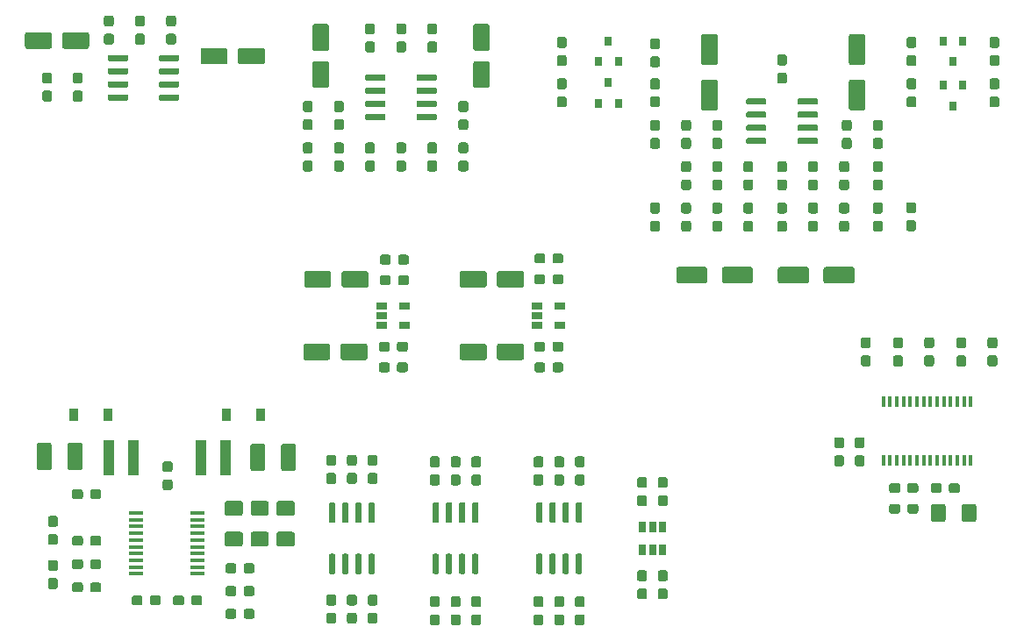
<source format=gbr>
G04 #@! TF.GenerationSoftware,KiCad,Pcbnew,(5.1.4)-1*
G04 #@! TF.CreationDate,2019-11-16T11:12:49+01:00*
G04 #@! TF.ProjectId,fpga_pedal,66706761-5f70-4656-9461-6c2e6b696361,rev?*
G04 #@! TF.SameCoordinates,Original*
G04 #@! TF.FileFunction,Paste,Top*
G04 #@! TF.FilePolarity,Positive*
%FSLAX46Y46*%
G04 Gerber Fmt 4.6, Leading zero omitted, Abs format (unit mm)*
G04 Created by KiCad (PCBNEW (5.1.4)-1) date 2019-11-16 11:12:49*
%MOMM*%
%LPD*%
G04 APERTURE LIST*
%ADD10R,0.980000X3.400000*%
%ADD11R,0.400000X1.100000*%
%ADD12R,1.060000X0.650000*%
%ADD13R,1.450000X0.450000*%
%ADD14C,0.100000*%
%ADD15C,0.950000*%
%ADD16R,0.800000X0.900000*%
%ADD17R,0.900000X1.200000*%
%ADD18C,1.600000*%
%ADD19R,0.650000X1.060000*%
%ADD20C,0.600000*%
%ADD21C,1.425000*%
G04 APERTURE END LIST*
D10*
X157915000Y-119700000D03*
X160285000Y-119700000D03*
X149015000Y-119700000D03*
X151385000Y-119700000D03*
D11*
X232225000Y-120000000D03*
X231575000Y-120000000D03*
X230925000Y-120000000D03*
X230275000Y-120000000D03*
X229625000Y-120000000D03*
X228975000Y-120000000D03*
X228325000Y-120000000D03*
X227675000Y-120000000D03*
X227025000Y-120000000D03*
X226375000Y-120000000D03*
X225725000Y-120000000D03*
X225075000Y-120000000D03*
X224425000Y-120000000D03*
X223775000Y-120000000D03*
X223775000Y-114300000D03*
X224425000Y-114300000D03*
X225075000Y-114300000D03*
X225725000Y-114300000D03*
X226375000Y-114300000D03*
X227025000Y-114300000D03*
X227675000Y-114300000D03*
X228325000Y-114300000D03*
X228975000Y-114300000D03*
X229625000Y-114300000D03*
X230275000Y-114300000D03*
X230925000Y-114300000D03*
X231575000Y-114300000D03*
X232225000Y-114300000D03*
D12*
X192600000Y-105050000D03*
X192600000Y-106950000D03*
X190400000Y-106950000D03*
X190400000Y-106000000D03*
X190400000Y-105050000D03*
X177600000Y-105050000D03*
X177600000Y-106950000D03*
X175400000Y-106950000D03*
X175400000Y-106000000D03*
X175400000Y-105050000D03*
D13*
X157600000Y-125075000D03*
X157600000Y-125725000D03*
X157600000Y-126375000D03*
X157600000Y-127025000D03*
X157600000Y-127675000D03*
X157600000Y-128325000D03*
X157600000Y-128975000D03*
X157600000Y-129625000D03*
X157600000Y-130275000D03*
X157600000Y-130925000D03*
X151700000Y-130925000D03*
X151700000Y-130275000D03*
X151700000Y-129625000D03*
X151700000Y-128975000D03*
X151700000Y-128325000D03*
X151700000Y-127675000D03*
X151700000Y-127025000D03*
X151700000Y-126375000D03*
X151700000Y-125725000D03*
X151700000Y-125075000D03*
D14*
G36*
X234760779Y-80851144D02*
G01*
X234783834Y-80854563D01*
X234806443Y-80860227D01*
X234828387Y-80868079D01*
X234849457Y-80878044D01*
X234869448Y-80890026D01*
X234888168Y-80903910D01*
X234905438Y-80919562D01*
X234921090Y-80936832D01*
X234934974Y-80955552D01*
X234946956Y-80975543D01*
X234956921Y-80996613D01*
X234964773Y-81018557D01*
X234970437Y-81041166D01*
X234973856Y-81064221D01*
X234975000Y-81087500D01*
X234975000Y-81662500D01*
X234973856Y-81685779D01*
X234970437Y-81708834D01*
X234964773Y-81731443D01*
X234956921Y-81753387D01*
X234946956Y-81774457D01*
X234934974Y-81794448D01*
X234921090Y-81813168D01*
X234905438Y-81830438D01*
X234888168Y-81846090D01*
X234869448Y-81859974D01*
X234849457Y-81871956D01*
X234828387Y-81881921D01*
X234806443Y-81889773D01*
X234783834Y-81895437D01*
X234760779Y-81898856D01*
X234737500Y-81900000D01*
X234262500Y-81900000D01*
X234239221Y-81898856D01*
X234216166Y-81895437D01*
X234193557Y-81889773D01*
X234171613Y-81881921D01*
X234150543Y-81871956D01*
X234130552Y-81859974D01*
X234111832Y-81846090D01*
X234094562Y-81830438D01*
X234078910Y-81813168D01*
X234065026Y-81794448D01*
X234053044Y-81774457D01*
X234043079Y-81753387D01*
X234035227Y-81731443D01*
X234029563Y-81708834D01*
X234026144Y-81685779D01*
X234025000Y-81662500D01*
X234025000Y-81087500D01*
X234026144Y-81064221D01*
X234029563Y-81041166D01*
X234035227Y-81018557D01*
X234043079Y-80996613D01*
X234053044Y-80975543D01*
X234065026Y-80955552D01*
X234078910Y-80936832D01*
X234094562Y-80919562D01*
X234111832Y-80903910D01*
X234130552Y-80890026D01*
X234150543Y-80878044D01*
X234171613Y-80868079D01*
X234193557Y-80860227D01*
X234216166Y-80854563D01*
X234239221Y-80851144D01*
X234262500Y-80850000D01*
X234737500Y-80850000D01*
X234760779Y-80851144D01*
X234760779Y-80851144D01*
G37*
D15*
X234500000Y-81375000D03*
D14*
G36*
X234760779Y-79101144D02*
G01*
X234783834Y-79104563D01*
X234806443Y-79110227D01*
X234828387Y-79118079D01*
X234849457Y-79128044D01*
X234869448Y-79140026D01*
X234888168Y-79153910D01*
X234905438Y-79169562D01*
X234921090Y-79186832D01*
X234934974Y-79205552D01*
X234946956Y-79225543D01*
X234956921Y-79246613D01*
X234964773Y-79268557D01*
X234970437Y-79291166D01*
X234973856Y-79314221D01*
X234975000Y-79337500D01*
X234975000Y-79912500D01*
X234973856Y-79935779D01*
X234970437Y-79958834D01*
X234964773Y-79981443D01*
X234956921Y-80003387D01*
X234946956Y-80024457D01*
X234934974Y-80044448D01*
X234921090Y-80063168D01*
X234905438Y-80080438D01*
X234888168Y-80096090D01*
X234869448Y-80109974D01*
X234849457Y-80121956D01*
X234828387Y-80131921D01*
X234806443Y-80139773D01*
X234783834Y-80145437D01*
X234760779Y-80148856D01*
X234737500Y-80150000D01*
X234262500Y-80150000D01*
X234239221Y-80148856D01*
X234216166Y-80145437D01*
X234193557Y-80139773D01*
X234171613Y-80131921D01*
X234150543Y-80121956D01*
X234130552Y-80109974D01*
X234111832Y-80096090D01*
X234094562Y-80080438D01*
X234078910Y-80063168D01*
X234065026Y-80044448D01*
X234053044Y-80024457D01*
X234043079Y-80003387D01*
X234035227Y-79981443D01*
X234029563Y-79958834D01*
X234026144Y-79935779D01*
X234025000Y-79912500D01*
X234025000Y-79337500D01*
X234026144Y-79314221D01*
X234029563Y-79291166D01*
X234035227Y-79268557D01*
X234043079Y-79246613D01*
X234053044Y-79225543D01*
X234065026Y-79205552D01*
X234078910Y-79186832D01*
X234094562Y-79169562D01*
X234111832Y-79153910D01*
X234130552Y-79140026D01*
X234150543Y-79128044D01*
X234171613Y-79118079D01*
X234193557Y-79110227D01*
X234216166Y-79104563D01*
X234239221Y-79101144D01*
X234262500Y-79100000D01*
X234737500Y-79100000D01*
X234760779Y-79101144D01*
X234760779Y-79101144D01*
G37*
D15*
X234500000Y-79625000D03*
D14*
G36*
X193010779Y-80851144D02*
G01*
X193033834Y-80854563D01*
X193056443Y-80860227D01*
X193078387Y-80868079D01*
X193099457Y-80878044D01*
X193119448Y-80890026D01*
X193138168Y-80903910D01*
X193155438Y-80919562D01*
X193171090Y-80936832D01*
X193184974Y-80955552D01*
X193196956Y-80975543D01*
X193206921Y-80996613D01*
X193214773Y-81018557D01*
X193220437Y-81041166D01*
X193223856Y-81064221D01*
X193225000Y-81087500D01*
X193225000Y-81662500D01*
X193223856Y-81685779D01*
X193220437Y-81708834D01*
X193214773Y-81731443D01*
X193206921Y-81753387D01*
X193196956Y-81774457D01*
X193184974Y-81794448D01*
X193171090Y-81813168D01*
X193155438Y-81830438D01*
X193138168Y-81846090D01*
X193119448Y-81859974D01*
X193099457Y-81871956D01*
X193078387Y-81881921D01*
X193056443Y-81889773D01*
X193033834Y-81895437D01*
X193010779Y-81898856D01*
X192987500Y-81900000D01*
X192512500Y-81900000D01*
X192489221Y-81898856D01*
X192466166Y-81895437D01*
X192443557Y-81889773D01*
X192421613Y-81881921D01*
X192400543Y-81871956D01*
X192380552Y-81859974D01*
X192361832Y-81846090D01*
X192344562Y-81830438D01*
X192328910Y-81813168D01*
X192315026Y-81794448D01*
X192303044Y-81774457D01*
X192293079Y-81753387D01*
X192285227Y-81731443D01*
X192279563Y-81708834D01*
X192276144Y-81685779D01*
X192275000Y-81662500D01*
X192275000Y-81087500D01*
X192276144Y-81064221D01*
X192279563Y-81041166D01*
X192285227Y-81018557D01*
X192293079Y-80996613D01*
X192303044Y-80975543D01*
X192315026Y-80955552D01*
X192328910Y-80936832D01*
X192344562Y-80919562D01*
X192361832Y-80903910D01*
X192380552Y-80890026D01*
X192400543Y-80878044D01*
X192421613Y-80868079D01*
X192443557Y-80860227D01*
X192466166Y-80854563D01*
X192489221Y-80851144D01*
X192512500Y-80850000D01*
X192987500Y-80850000D01*
X193010779Y-80851144D01*
X193010779Y-80851144D01*
G37*
D15*
X192750000Y-81375000D03*
D14*
G36*
X193010779Y-79101144D02*
G01*
X193033834Y-79104563D01*
X193056443Y-79110227D01*
X193078387Y-79118079D01*
X193099457Y-79128044D01*
X193119448Y-79140026D01*
X193138168Y-79153910D01*
X193155438Y-79169562D01*
X193171090Y-79186832D01*
X193184974Y-79205552D01*
X193196956Y-79225543D01*
X193206921Y-79246613D01*
X193214773Y-79268557D01*
X193220437Y-79291166D01*
X193223856Y-79314221D01*
X193225000Y-79337500D01*
X193225000Y-79912500D01*
X193223856Y-79935779D01*
X193220437Y-79958834D01*
X193214773Y-79981443D01*
X193206921Y-80003387D01*
X193196956Y-80024457D01*
X193184974Y-80044448D01*
X193171090Y-80063168D01*
X193155438Y-80080438D01*
X193138168Y-80096090D01*
X193119448Y-80109974D01*
X193099457Y-80121956D01*
X193078387Y-80131921D01*
X193056443Y-80139773D01*
X193033834Y-80145437D01*
X193010779Y-80148856D01*
X192987500Y-80150000D01*
X192512500Y-80150000D01*
X192489221Y-80148856D01*
X192466166Y-80145437D01*
X192443557Y-80139773D01*
X192421613Y-80131921D01*
X192400543Y-80121956D01*
X192380552Y-80109974D01*
X192361832Y-80096090D01*
X192344562Y-80080438D01*
X192328910Y-80063168D01*
X192315026Y-80044448D01*
X192303044Y-80024457D01*
X192293079Y-80003387D01*
X192285227Y-79981443D01*
X192279563Y-79958834D01*
X192276144Y-79935779D01*
X192275000Y-79912500D01*
X192275000Y-79337500D01*
X192276144Y-79314221D01*
X192279563Y-79291166D01*
X192285227Y-79268557D01*
X192293079Y-79246613D01*
X192303044Y-79225543D01*
X192315026Y-79205552D01*
X192328910Y-79186832D01*
X192344562Y-79169562D01*
X192361832Y-79153910D01*
X192380552Y-79140026D01*
X192400543Y-79128044D01*
X192421613Y-79118079D01*
X192443557Y-79110227D01*
X192466166Y-79104563D01*
X192489221Y-79101144D01*
X192512500Y-79100000D01*
X192987500Y-79100000D01*
X193010779Y-79101144D01*
X193010779Y-79101144D01*
G37*
D15*
X192750000Y-79625000D03*
D14*
G36*
X234760779Y-83101144D02*
G01*
X234783834Y-83104563D01*
X234806443Y-83110227D01*
X234828387Y-83118079D01*
X234849457Y-83128044D01*
X234869448Y-83140026D01*
X234888168Y-83153910D01*
X234905438Y-83169562D01*
X234921090Y-83186832D01*
X234934974Y-83205552D01*
X234946956Y-83225543D01*
X234956921Y-83246613D01*
X234964773Y-83268557D01*
X234970437Y-83291166D01*
X234973856Y-83314221D01*
X234975000Y-83337500D01*
X234975000Y-83912500D01*
X234973856Y-83935779D01*
X234970437Y-83958834D01*
X234964773Y-83981443D01*
X234956921Y-84003387D01*
X234946956Y-84024457D01*
X234934974Y-84044448D01*
X234921090Y-84063168D01*
X234905438Y-84080438D01*
X234888168Y-84096090D01*
X234869448Y-84109974D01*
X234849457Y-84121956D01*
X234828387Y-84131921D01*
X234806443Y-84139773D01*
X234783834Y-84145437D01*
X234760779Y-84148856D01*
X234737500Y-84150000D01*
X234262500Y-84150000D01*
X234239221Y-84148856D01*
X234216166Y-84145437D01*
X234193557Y-84139773D01*
X234171613Y-84131921D01*
X234150543Y-84121956D01*
X234130552Y-84109974D01*
X234111832Y-84096090D01*
X234094562Y-84080438D01*
X234078910Y-84063168D01*
X234065026Y-84044448D01*
X234053044Y-84024457D01*
X234043079Y-84003387D01*
X234035227Y-83981443D01*
X234029563Y-83958834D01*
X234026144Y-83935779D01*
X234025000Y-83912500D01*
X234025000Y-83337500D01*
X234026144Y-83314221D01*
X234029563Y-83291166D01*
X234035227Y-83268557D01*
X234043079Y-83246613D01*
X234053044Y-83225543D01*
X234065026Y-83205552D01*
X234078910Y-83186832D01*
X234094562Y-83169562D01*
X234111832Y-83153910D01*
X234130552Y-83140026D01*
X234150543Y-83128044D01*
X234171613Y-83118079D01*
X234193557Y-83110227D01*
X234216166Y-83104563D01*
X234239221Y-83101144D01*
X234262500Y-83100000D01*
X234737500Y-83100000D01*
X234760779Y-83101144D01*
X234760779Y-83101144D01*
G37*
D15*
X234500000Y-83625000D03*
D14*
G36*
X234760779Y-84851144D02*
G01*
X234783834Y-84854563D01*
X234806443Y-84860227D01*
X234828387Y-84868079D01*
X234849457Y-84878044D01*
X234869448Y-84890026D01*
X234888168Y-84903910D01*
X234905438Y-84919562D01*
X234921090Y-84936832D01*
X234934974Y-84955552D01*
X234946956Y-84975543D01*
X234956921Y-84996613D01*
X234964773Y-85018557D01*
X234970437Y-85041166D01*
X234973856Y-85064221D01*
X234975000Y-85087500D01*
X234975000Y-85662500D01*
X234973856Y-85685779D01*
X234970437Y-85708834D01*
X234964773Y-85731443D01*
X234956921Y-85753387D01*
X234946956Y-85774457D01*
X234934974Y-85794448D01*
X234921090Y-85813168D01*
X234905438Y-85830438D01*
X234888168Y-85846090D01*
X234869448Y-85859974D01*
X234849457Y-85871956D01*
X234828387Y-85881921D01*
X234806443Y-85889773D01*
X234783834Y-85895437D01*
X234760779Y-85898856D01*
X234737500Y-85900000D01*
X234262500Y-85900000D01*
X234239221Y-85898856D01*
X234216166Y-85895437D01*
X234193557Y-85889773D01*
X234171613Y-85881921D01*
X234150543Y-85871956D01*
X234130552Y-85859974D01*
X234111832Y-85846090D01*
X234094562Y-85830438D01*
X234078910Y-85813168D01*
X234065026Y-85794448D01*
X234053044Y-85774457D01*
X234043079Y-85753387D01*
X234035227Y-85731443D01*
X234029563Y-85708834D01*
X234026144Y-85685779D01*
X234025000Y-85662500D01*
X234025000Y-85087500D01*
X234026144Y-85064221D01*
X234029563Y-85041166D01*
X234035227Y-85018557D01*
X234043079Y-84996613D01*
X234053044Y-84975543D01*
X234065026Y-84955552D01*
X234078910Y-84936832D01*
X234094562Y-84919562D01*
X234111832Y-84903910D01*
X234130552Y-84890026D01*
X234150543Y-84878044D01*
X234171613Y-84868079D01*
X234193557Y-84860227D01*
X234216166Y-84854563D01*
X234239221Y-84851144D01*
X234262500Y-84850000D01*
X234737500Y-84850000D01*
X234760779Y-84851144D01*
X234760779Y-84851144D01*
G37*
D15*
X234500000Y-85375000D03*
D14*
G36*
X193010779Y-83101144D02*
G01*
X193033834Y-83104563D01*
X193056443Y-83110227D01*
X193078387Y-83118079D01*
X193099457Y-83128044D01*
X193119448Y-83140026D01*
X193138168Y-83153910D01*
X193155438Y-83169562D01*
X193171090Y-83186832D01*
X193184974Y-83205552D01*
X193196956Y-83225543D01*
X193206921Y-83246613D01*
X193214773Y-83268557D01*
X193220437Y-83291166D01*
X193223856Y-83314221D01*
X193225000Y-83337500D01*
X193225000Y-83912500D01*
X193223856Y-83935779D01*
X193220437Y-83958834D01*
X193214773Y-83981443D01*
X193206921Y-84003387D01*
X193196956Y-84024457D01*
X193184974Y-84044448D01*
X193171090Y-84063168D01*
X193155438Y-84080438D01*
X193138168Y-84096090D01*
X193119448Y-84109974D01*
X193099457Y-84121956D01*
X193078387Y-84131921D01*
X193056443Y-84139773D01*
X193033834Y-84145437D01*
X193010779Y-84148856D01*
X192987500Y-84150000D01*
X192512500Y-84150000D01*
X192489221Y-84148856D01*
X192466166Y-84145437D01*
X192443557Y-84139773D01*
X192421613Y-84131921D01*
X192400543Y-84121956D01*
X192380552Y-84109974D01*
X192361832Y-84096090D01*
X192344562Y-84080438D01*
X192328910Y-84063168D01*
X192315026Y-84044448D01*
X192303044Y-84024457D01*
X192293079Y-84003387D01*
X192285227Y-83981443D01*
X192279563Y-83958834D01*
X192276144Y-83935779D01*
X192275000Y-83912500D01*
X192275000Y-83337500D01*
X192276144Y-83314221D01*
X192279563Y-83291166D01*
X192285227Y-83268557D01*
X192293079Y-83246613D01*
X192303044Y-83225543D01*
X192315026Y-83205552D01*
X192328910Y-83186832D01*
X192344562Y-83169562D01*
X192361832Y-83153910D01*
X192380552Y-83140026D01*
X192400543Y-83128044D01*
X192421613Y-83118079D01*
X192443557Y-83110227D01*
X192466166Y-83104563D01*
X192489221Y-83101144D01*
X192512500Y-83100000D01*
X192987500Y-83100000D01*
X193010779Y-83101144D01*
X193010779Y-83101144D01*
G37*
D15*
X192750000Y-83625000D03*
D14*
G36*
X193010779Y-84851144D02*
G01*
X193033834Y-84854563D01*
X193056443Y-84860227D01*
X193078387Y-84868079D01*
X193099457Y-84878044D01*
X193119448Y-84890026D01*
X193138168Y-84903910D01*
X193155438Y-84919562D01*
X193171090Y-84936832D01*
X193184974Y-84955552D01*
X193196956Y-84975543D01*
X193206921Y-84996613D01*
X193214773Y-85018557D01*
X193220437Y-85041166D01*
X193223856Y-85064221D01*
X193225000Y-85087500D01*
X193225000Y-85662500D01*
X193223856Y-85685779D01*
X193220437Y-85708834D01*
X193214773Y-85731443D01*
X193206921Y-85753387D01*
X193196956Y-85774457D01*
X193184974Y-85794448D01*
X193171090Y-85813168D01*
X193155438Y-85830438D01*
X193138168Y-85846090D01*
X193119448Y-85859974D01*
X193099457Y-85871956D01*
X193078387Y-85881921D01*
X193056443Y-85889773D01*
X193033834Y-85895437D01*
X193010779Y-85898856D01*
X192987500Y-85900000D01*
X192512500Y-85900000D01*
X192489221Y-85898856D01*
X192466166Y-85895437D01*
X192443557Y-85889773D01*
X192421613Y-85881921D01*
X192400543Y-85871956D01*
X192380552Y-85859974D01*
X192361832Y-85846090D01*
X192344562Y-85830438D01*
X192328910Y-85813168D01*
X192315026Y-85794448D01*
X192303044Y-85774457D01*
X192293079Y-85753387D01*
X192285227Y-85731443D01*
X192279563Y-85708834D01*
X192276144Y-85685779D01*
X192275000Y-85662500D01*
X192275000Y-85087500D01*
X192276144Y-85064221D01*
X192279563Y-85041166D01*
X192285227Y-85018557D01*
X192293079Y-84996613D01*
X192303044Y-84975543D01*
X192315026Y-84955552D01*
X192328910Y-84936832D01*
X192344562Y-84919562D01*
X192361832Y-84903910D01*
X192380552Y-84890026D01*
X192400543Y-84878044D01*
X192421613Y-84868079D01*
X192443557Y-84860227D01*
X192466166Y-84854563D01*
X192489221Y-84851144D01*
X192512500Y-84850000D01*
X192987500Y-84850000D01*
X193010779Y-84851144D01*
X193010779Y-84851144D01*
G37*
D15*
X192750000Y-85375000D03*
D14*
G36*
X226760779Y-83101144D02*
G01*
X226783834Y-83104563D01*
X226806443Y-83110227D01*
X226828387Y-83118079D01*
X226849457Y-83128044D01*
X226869448Y-83140026D01*
X226888168Y-83153910D01*
X226905438Y-83169562D01*
X226921090Y-83186832D01*
X226934974Y-83205552D01*
X226946956Y-83225543D01*
X226956921Y-83246613D01*
X226964773Y-83268557D01*
X226970437Y-83291166D01*
X226973856Y-83314221D01*
X226975000Y-83337500D01*
X226975000Y-83912500D01*
X226973856Y-83935779D01*
X226970437Y-83958834D01*
X226964773Y-83981443D01*
X226956921Y-84003387D01*
X226946956Y-84024457D01*
X226934974Y-84044448D01*
X226921090Y-84063168D01*
X226905438Y-84080438D01*
X226888168Y-84096090D01*
X226869448Y-84109974D01*
X226849457Y-84121956D01*
X226828387Y-84131921D01*
X226806443Y-84139773D01*
X226783834Y-84145437D01*
X226760779Y-84148856D01*
X226737500Y-84150000D01*
X226262500Y-84150000D01*
X226239221Y-84148856D01*
X226216166Y-84145437D01*
X226193557Y-84139773D01*
X226171613Y-84131921D01*
X226150543Y-84121956D01*
X226130552Y-84109974D01*
X226111832Y-84096090D01*
X226094562Y-84080438D01*
X226078910Y-84063168D01*
X226065026Y-84044448D01*
X226053044Y-84024457D01*
X226043079Y-84003387D01*
X226035227Y-83981443D01*
X226029563Y-83958834D01*
X226026144Y-83935779D01*
X226025000Y-83912500D01*
X226025000Y-83337500D01*
X226026144Y-83314221D01*
X226029563Y-83291166D01*
X226035227Y-83268557D01*
X226043079Y-83246613D01*
X226053044Y-83225543D01*
X226065026Y-83205552D01*
X226078910Y-83186832D01*
X226094562Y-83169562D01*
X226111832Y-83153910D01*
X226130552Y-83140026D01*
X226150543Y-83128044D01*
X226171613Y-83118079D01*
X226193557Y-83110227D01*
X226216166Y-83104563D01*
X226239221Y-83101144D01*
X226262500Y-83100000D01*
X226737500Y-83100000D01*
X226760779Y-83101144D01*
X226760779Y-83101144D01*
G37*
D15*
X226500000Y-83625000D03*
D14*
G36*
X226760779Y-84851144D02*
G01*
X226783834Y-84854563D01*
X226806443Y-84860227D01*
X226828387Y-84868079D01*
X226849457Y-84878044D01*
X226869448Y-84890026D01*
X226888168Y-84903910D01*
X226905438Y-84919562D01*
X226921090Y-84936832D01*
X226934974Y-84955552D01*
X226946956Y-84975543D01*
X226956921Y-84996613D01*
X226964773Y-85018557D01*
X226970437Y-85041166D01*
X226973856Y-85064221D01*
X226975000Y-85087500D01*
X226975000Y-85662500D01*
X226973856Y-85685779D01*
X226970437Y-85708834D01*
X226964773Y-85731443D01*
X226956921Y-85753387D01*
X226946956Y-85774457D01*
X226934974Y-85794448D01*
X226921090Y-85813168D01*
X226905438Y-85830438D01*
X226888168Y-85846090D01*
X226869448Y-85859974D01*
X226849457Y-85871956D01*
X226828387Y-85881921D01*
X226806443Y-85889773D01*
X226783834Y-85895437D01*
X226760779Y-85898856D01*
X226737500Y-85900000D01*
X226262500Y-85900000D01*
X226239221Y-85898856D01*
X226216166Y-85895437D01*
X226193557Y-85889773D01*
X226171613Y-85881921D01*
X226150543Y-85871956D01*
X226130552Y-85859974D01*
X226111832Y-85846090D01*
X226094562Y-85830438D01*
X226078910Y-85813168D01*
X226065026Y-85794448D01*
X226053044Y-85774457D01*
X226043079Y-85753387D01*
X226035227Y-85731443D01*
X226029563Y-85708834D01*
X226026144Y-85685779D01*
X226025000Y-85662500D01*
X226025000Y-85087500D01*
X226026144Y-85064221D01*
X226029563Y-85041166D01*
X226035227Y-85018557D01*
X226043079Y-84996613D01*
X226053044Y-84975543D01*
X226065026Y-84955552D01*
X226078910Y-84936832D01*
X226094562Y-84919562D01*
X226111832Y-84903910D01*
X226130552Y-84890026D01*
X226150543Y-84878044D01*
X226171613Y-84868079D01*
X226193557Y-84860227D01*
X226216166Y-84854563D01*
X226239221Y-84851144D01*
X226262500Y-84850000D01*
X226737500Y-84850000D01*
X226760779Y-84851144D01*
X226760779Y-84851144D01*
G37*
D15*
X226500000Y-85375000D03*
D14*
G36*
X202010779Y-83101144D02*
G01*
X202033834Y-83104563D01*
X202056443Y-83110227D01*
X202078387Y-83118079D01*
X202099457Y-83128044D01*
X202119448Y-83140026D01*
X202138168Y-83153910D01*
X202155438Y-83169562D01*
X202171090Y-83186832D01*
X202184974Y-83205552D01*
X202196956Y-83225543D01*
X202206921Y-83246613D01*
X202214773Y-83268557D01*
X202220437Y-83291166D01*
X202223856Y-83314221D01*
X202225000Y-83337500D01*
X202225000Y-83912500D01*
X202223856Y-83935779D01*
X202220437Y-83958834D01*
X202214773Y-83981443D01*
X202206921Y-84003387D01*
X202196956Y-84024457D01*
X202184974Y-84044448D01*
X202171090Y-84063168D01*
X202155438Y-84080438D01*
X202138168Y-84096090D01*
X202119448Y-84109974D01*
X202099457Y-84121956D01*
X202078387Y-84131921D01*
X202056443Y-84139773D01*
X202033834Y-84145437D01*
X202010779Y-84148856D01*
X201987500Y-84150000D01*
X201512500Y-84150000D01*
X201489221Y-84148856D01*
X201466166Y-84145437D01*
X201443557Y-84139773D01*
X201421613Y-84131921D01*
X201400543Y-84121956D01*
X201380552Y-84109974D01*
X201361832Y-84096090D01*
X201344562Y-84080438D01*
X201328910Y-84063168D01*
X201315026Y-84044448D01*
X201303044Y-84024457D01*
X201293079Y-84003387D01*
X201285227Y-83981443D01*
X201279563Y-83958834D01*
X201276144Y-83935779D01*
X201275000Y-83912500D01*
X201275000Y-83337500D01*
X201276144Y-83314221D01*
X201279563Y-83291166D01*
X201285227Y-83268557D01*
X201293079Y-83246613D01*
X201303044Y-83225543D01*
X201315026Y-83205552D01*
X201328910Y-83186832D01*
X201344562Y-83169562D01*
X201361832Y-83153910D01*
X201380552Y-83140026D01*
X201400543Y-83128044D01*
X201421613Y-83118079D01*
X201443557Y-83110227D01*
X201466166Y-83104563D01*
X201489221Y-83101144D01*
X201512500Y-83100000D01*
X201987500Y-83100000D01*
X202010779Y-83101144D01*
X202010779Y-83101144D01*
G37*
D15*
X201750000Y-83625000D03*
D14*
G36*
X202010779Y-84851144D02*
G01*
X202033834Y-84854563D01*
X202056443Y-84860227D01*
X202078387Y-84868079D01*
X202099457Y-84878044D01*
X202119448Y-84890026D01*
X202138168Y-84903910D01*
X202155438Y-84919562D01*
X202171090Y-84936832D01*
X202184974Y-84955552D01*
X202196956Y-84975543D01*
X202206921Y-84996613D01*
X202214773Y-85018557D01*
X202220437Y-85041166D01*
X202223856Y-85064221D01*
X202225000Y-85087500D01*
X202225000Y-85662500D01*
X202223856Y-85685779D01*
X202220437Y-85708834D01*
X202214773Y-85731443D01*
X202206921Y-85753387D01*
X202196956Y-85774457D01*
X202184974Y-85794448D01*
X202171090Y-85813168D01*
X202155438Y-85830438D01*
X202138168Y-85846090D01*
X202119448Y-85859974D01*
X202099457Y-85871956D01*
X202078387Y-85881921D01*
X202056443Y-85889773D01*
X202033834Y-85895437D01*
X202010779Y-85898856D01*
X201987500Y-85900000D01*
X201512500Y-85900000D01*
X201489221Y-85898856D01*
X201466166Y-85895437D01*
X201443557Y-85889773D01*
X201421613Y-85881921D01*
X201400543Y-85871956D01*
X201380552Y-85859974D01*
X201361832Y-85846090D01*
X201344562Y-85830438D01*
X201328910Y-85813168D01*
X201315026Y-85794448D01*
X201303044Y-85774457D01*
X201293079Y-85753387D01*
X201285227Y-85731443D01*
X201279563Y-85708834D01*
X201276144Y-85685779D01*
X201275000Y-85662500D01*
X201275000Y-85087500D01*
X201276144Y-85064221D01*
X201279563Y-85041166D01*
X201285227Y-85018557D01*
X201293079Y-84996613D01*
X201303044Y-84975543D01*
X201315026Y-84955552D01*
X201328910Y-84936832D01*
X201344562Y-84919562D01*
X201361832Y-84903910D01*
X201380552Y-84890026D01*
X201400543Y-84878044D01*
X201421613Y-84868079D01*
X201443557Y-84860227D01*
X201466166Y-84854563D01*
X201489221Y-84851144D01*
X201512500Y-84850000D01*
X201987500Y-84850000D01*
X202010779Y-84851144D01*
X202010779Y-84851144D01*
G37*
D15*
X201750000Y-85375000D03*
D14*
G36*
X226760779Y-79101144D02*
G01*
X226783834Y-79104563D01*
X226806443Y-79110227D01*
X226828387Y-79118079D01*
X226849457Y-79128044D01*
X226869448Y-79140026D01*
X226888168Y-79153910D01*
X226905438Y-79169562D01*
X226921090Y-79186832D01*
X226934974Y-79205552D01*
X226946956Y-79225543D01*
X226956921Y-79246613D01*
X226964773Y-79268557D01*
X226970437Y-79291166D01*
X226973856Y-79314221D01*
X226975000Y-79337500D01*
X226975000Y-79912500D01*
X226973856Y-79935779D01*
X226970437Y-79958834D01*
X226964773Y-79981443D01*
X226956921Y-80003387D01*
X226946956Y-80024457D01*
X226934974Y-80044448D01*
X226921090Y-80063168D01*
X226905438Y-80080438D01*
X226888168Y-80096090D01*
X226869448Y-80109974D01*
X226849457Y-80121956D01*
X226828387Y-80131921D01*
X226806443Y-80139773D01*
X226783834Y-80145437D01*
X226760779Y-80148856D01*
X226737500Y-80150000D01*
X226262500Y-80150000D01*
X226239221Y-80148856D01*
X226216166Y-80145437D01*
X226193557Y-80139773D01*
X226171613Y-80131921D01*
X226150543Y-80121956D01*
X226130552Y-80109974D01*
X226111832Y-80096090D01*
X226094562Y-80080438D01*
X226078910Y-80063168D01*
X226065026Y-80044448D01*
X226053044Y-80024457D01*
X226043079Y-80003387D01*
X226035227Y-79981443D01*
X226029563Y-79958834D01*
X226026144Y-79935779D01*
X226025000Y-79912500D01*
X226025000Y-79337500D01*
X226026144Y-79314221D01*
X226029563Y-79291166D01*
X226035227Y-79268557D01*
X226043079Y-79246613D01*
X226053044Y-79225543D01*
X226065026Y-79205552D01*
X226078910Y-79186832D01*
X226094562Y-79169562D01*
X226111832Y-79153910D01*
X226130552Y-79140026D01*
X226150543Y-79128044D01*
X226171613Y-79118079D01*
X226193557Y-79110227D01*
X226216166Y-79104563D01*
X226239221Y-79101144D01*
X226262500Y-79100000D01*
X226737500Y-79100000D01*
X226760779Y-79101144D01*
X226760779Y-79101144D01*
G37*
D15*
X226500000Y-79625000D03*
D14*
G36*
X226760779Y-80851144D02*
G01*
X226783834Y-80854563D01*
X226806443Y-80860227D01*
X226828387Y-80868079D01*
X226849457Y-80878044D01*
X226869448Y-80890026D01*
X226888168Y-80903910D01*
X226905438Y-80919562D01*
X226921090Y-80936832D01*
X226934974Y-80955552D01*
X226946956Y-80975543D01*
X226956921Y-80996613D01*
X226964773Y-81018557D01*
X226970437Y-81041166D01*
X226973856Y-81064221D01*
X226975000Y-81087500D01*
X226975000Y-81662500D01*
X226973856Y-81685779D01*
X226970437Y-81708834D01*
X226964773Y-81731443D01*
X226956921Y-81753387D01*
X226946956Y-81774457D01*
X226934974Y-81794448D01*
X226921090Y-81813168D01*
X226905438Y-81830438D01*
X226888168Y-81846090D01*
X226869448Y-81859974D01*
X226849457Y-81871956D01*
X226828387Y-81881921D01*
X226806443Y-81889773D01*
X226783834Y-81895437D01*
X226760779Y-81898856D01*
X226737500Y-81900000D01*
X226262500Y-81900000D01*
X226239221Y-81898856D01*
X226216166Y-81895437D01*
X226193557Y-81889773D01*
X226171613Y-81881921D01*
X226150543Y-81871956D01*
X226130552Y-81859974D01*
X226111832Y-81846090D01*
X226094562Y-81830438D01*
X226078910Y-81813168D01*
X226065026Y-81794448D01*
X226053044Y-81774457D01*
X226043079Y-81753387D01*
X226035227Y-81731443D01*
X226029563Y-81708834D01*
X226026144Y-81685779D01*
X226025000Y-81662500D01*
X226025000Y-81087500D01*
X226026144Y-81064221D01*
X226029563Y-81041166D01*
X226035227Y-81018557D01*
X226043079Y-80996613D01*
X226053044Y-80975543D01*
X226065026Y-80955552D01*
X226078910Y-80936832D01*
X226094562Y-80919562D01*
X226111832Y-80903910D01*
X226130552Y-80890026D01*
X226150543Y-80878044D01*
X226171613Y-80868079D01*
X226193557Y-80860227D01*
X226216166Y-80854563D01*
X226239221Y-80851144D01*
X226262500Y-80850000D01*
X226737500Y-80850000D01*
X226760779Y-80851144D01*
X226760779Y-80851144D01*
G37*
D15*
X226500000Y-81375000D03*
D14*
G36*
X202010779Y-79226144D02*
G01*
X202033834Y-79229563D01*
X202056443Y-79235227D01*
X202078387Y-79243079D01*
X202099457Y-79253044D01*
X202119448Y-79265026D01*
X202138168Y-79278910D01*
X202155438Y-79294562D01*
X202171090Y-79311832D01*
X202184974Y-79330552D01*
X202196956Y-79350543D01*
X202206921Y-79371613D01*
X202214773Y-79393557D01*
X202220437Y-79416166D01*
X202223856Y-79439221D01*
X202225000Y-79462500D01*
X202225000Y-80037500D01*
X202223856Y-80060779D01*
X202220437Y-80083834D01*
X202214773Y-80106443D01*
X202206921Y-80128387D01*
X202196956Y-80149457D01*
X202184974Y-80169448D01*
X202171090Y-80188168D01*
X202155438Y-80205438D01*
X202138168Y-80221090D01*
X202119448Y-80234974D01*
X202099457Y-80246956D01*
X202078387Y-80256921D01*
X202056443Y-80264773D01*
X202033834Y-80270437D01*
X202010779Y-80273856D01*
X201987500Y-80275000D01*
X201512500Y-80275000D01*
X201489221Y-80273856D01*
X201466166Y-80270437D01*
X201443557Y-80264773D01*
X201421613Y-80256921D01*
X201400543Y-80246956D01*
X201380552Y-80234974D01*
X201361832Y-80221090D01*
X201344562Y-80205438D01*
X201328910Y-80188168D01*
X201315026Y-80169448D01*
X201303044Y-80149457D01*
X201293079Y-80128387D01*
X201285227Y-80106443D01*
X201279563Y-80083834D01*
X201276144Y-80060779D01*
X201275000Y-80037500D01*
X201275000Y-79462500D01*
X201276144Y-79439221D01*
X201279563Y-79416166D01*
X201285227Y-79393557D01*
X201293079Y-79371613D01*
X201303044Y-79350543D01*
X201315026Y-79330552D01*
X201328910Y-79311832D01*
X201344562Y-79294562D01*
X201361832Y-79278910D01*
X201380552Y-79265026D01*
X201400543Y-79253044D01*
X201421613Y-79243079D01*
X201443557Y-79235227D01*
X201466166Y-79229563D01*
X201489221Y-79226144D01*
X201512500Y-79225000D01*
X201987500Y-79225000D01*
X202010779Y-79226144D01*
X202010779Y-79226144D01*
G37*
D15*
X201750000Y-79750000D03*
D14*
G36*
X202010779Y-80976144D02*
G01*
X202033834Y-80979563D01*
X202056443Y-80985227D01*
X202078387Y-80993079D01*
X202099457Y-81003044D01*
X202119448Y-81015026D01*
X202138168Y-81028910D01*
X202155438Y-81044562D01*
X202171090Y-81061832D01*
X202184974Y-81080552D01*
X202196956Y-81100543D01*
X202206921Y-81121613D01*
X202214773Y-81143557D01*
X202220437Y-81166166D01*
X202223856Y-81189221D01*
X202225000Y-81212500D01*
X202225000Y-81787500D01*
X202223856Y-81810779D01*
X202220437Y-81833834D01*
X202214773Y-81856443D01*
X202206921Y-81878387D01*
X202196956Y-81899457D01*
X202184974Y-81919448D01*
X202171090Y-81938168D01*
X202155438Y-81955438D01*
X202138168Y-81971090D01*
X202119448Y-81984974D01*
X202099457Y-81996956D01*
X202078387Y-82006921D01*
X202056443Y-82014773D01*
X202033834Y-82020437D01*
X202010779Y-82023856D01*
X201987500Y-82025000D01*
X201512500Y-82025000D01*
X201489221Y-82023856D01*
X201466166Y-82020437D01*
X201443557Y-82014773D01*
X201421613Y-82006921D01*
X201400543Y-81996956D01*
X201380552Y-81984974D01*
X201361832Y-81971090D01*
X201344562Y-81955438D01*
X201328910Y-81938168D01*
X201315026Y-81919448D01*
X201303044Y-81899457D01*
X201293079Y-81878387D01*
X201285227Y-81856443D01*
X201279563Y-81833834D01*
X201276144Y-81810779D01*
X201275000Y-81787500D01*
X201275000Y-81212500D01*
X201276144Y-81189221D01*
X201279563Y-81166166D01*
X201285227Y-81143557D01*
X201293079Y-81121613D01*
X201303044Y-81100543D01*
X201315026Y-81080552D01*
X201328910Y-81061832D01*
X201344562Y-81044562D01*
X201361832Y-81028910D01*
X201380552Y-81015026D01*
X201400543Y-81003044D01*
X201421613Y-80993079D01*
X201443557Y-80985227D01*
X201466166Y-80979563D01*
X201489221Y-80976144D01*
X201512500Y-80975000D01*
X201987500Y-80975000D01*
X202010779Y-80976144D01*
X202010779Y-80976144D01*
G37*
D15*
X201750000Y-81500000D03*
D14*
G36*
X223510779Y-88851144D02*
G01*
X223533834Y-88854563D01*
X223556443Y-88860227D01*
X223578387Y-88868079D01*
X223599457Y-88878044D01*
X223619448Y-88890026D01*
X223638168Y-88903910D01*
X223655438Y-88919562D01*
X223671090Y-88936832D01*
X223684974Y-88955552D01*
X223696956Y-88975543D01*
X223706921Y-88996613D01*
X223714773Y-89018557D01*
X223720437Y-89041166D01*
X223723856Y-89064221D01*
X223725000Y-89087500D01*
X223725000Y-89662500D01*
X223723856Y-89685779D01*
X223720437Y-89708834D01*
X223714773Y-89731443D01*
X223706921Y-89753387D01*
X223696956Y-89774457D01*
X223684974Y-89794448D01*
X223671090Y-89813168D01*
X223655438Y-89830438D01*
X223638168Y-89846090D01*
X223619448Y-89859974D01*
X223599457Y-89871956D01*
X223578387Y-89881921D01*
X223556443Y-89889773D01*
X223533834Y-89895437D01*
X223510779Y-89898856D01*
X223487500Y-89900000D01*
X223012500Y-89900000D01*
X222989221Y-89898856D01*
X222966166Y-89895437D01*
X222943557Y-89889773D01*
X222921613Y-89881921D01*
X222900543Y-89871956D01*
X222880552Y-89859974D01*
X222861832Y-89846090D01*
X222844562Y-89830438D01*
X222828910Y-89813168D01*
X222815026Y-89794448D01*
X222803044Y-89774457D01*
X222793079Y-89753387D01*
X222785227Y-89731443D01*
X222779563Y-89708834D01*
X222776144Y-89685779D01*
X222775000Y-89662500D01*
X222775000Y-89087500D01*
X222776144Y-89064221D01*
X222779563Y-89041166D01*
X222785227Y-89018557D01*
X222793079Y-88996613D01*
X222803044Y-88975543D01*
X222815026Y-88955552D01*
X222828910Y-88936832D01*
X222844562Y-88919562D01*
X222861832Y-88903910D01*
X222880552Y-88890026D01*
X222900543Y-88878044D01*
X222921613Y-88868079D01*
X222943557Y-88860227D01*
X222966166Y-88854563D01*
X222989221Y-88851144D01*
X223012500Y-88850000D01*
X223487500Y-88850000D01*
X223510779Y-88851144D01*
X223510779Y-88851144D01*
G37*
D15*
X223250000Y-89375000D03*
D14*
G36*
X223510779Y-87101144D02*
G01*
X223533834Y-87104563D01*
X223556443Y-87110227D01*
X223578387Y-87118079D01*
X223599457Y-87128044D01*
X223619448Y-87140026D01*
X223638168Y-87153910D01*
X223655438Y-87169562D01*
X223671090Y-87186832D01*
X223684974Y-87205552D01*
X223696956Y-87225543D01*
X223706921Y-87246613D01*
X223714773Y-87268557D01*
X223720437Y-87291166D01*
X223723856Y-87314221D01*
X223725000Y-87337500D01*
X223725000Y-87912500D01*
X223723856Y-87935779D01*
X223720437Y-87958834D01*
X223714773Y-87981443D01*
X223706921Y-88003387D01*
X223696956Y-88024457D01*
X223684974Y-88044448D01*
X223671090Y-88063168D01*
X223655438Y-88080438D01*
X223638168Y-88096090D01*
X223619448Y-88109974D01*
X223599457Y-88121956D01*
X223578387Y-88131921D01*
X223556443Y-88139773D01*
X223533834Y-88145437D01*
X223510779Y-88148856D01*
X223487500Y-88150000D01*
X223012500Y-88150000D01*
X222989221Y-88148856D01*
X222966166Y-88145437D01*
X222943557Y-88139773D01*
X222921613Y-88131921D01*
X222900543Y-88121956D01*
X222880552Y-88109974D01*
X222861832Y-88096090D01*
X222844562Y-88080438D01*
X222828910Y-88063168D01*
X222815026Y-88044448D01*
X222803044Y-88024457D01*
X222793079Y-88003387D01*
X222785227Y-87981443D01*
X222779563Y-87958834D01*
X222776144Y-87935779D01*
X222775000Y-87912500D01*
X222775000Y-87337500D01*
X222776144Y-87314221D01*
X222779563Y-87291166D01*
X222785227Y-87268557D01*
X222793079Y-87246613D01*
X222803044Y-87225543D01*
X222815026Y-87205552D01*
X222828910Y-87186832D01*
X222844562Y-87169562D01*
X222861832Y-87153910D01*
X222880552Y-87140026D01*
X222900543Y-87128044D01*
X222921613Y-87118079D01*
X222943557Y-87110227D01*
X222966166Y-87104563D01*
X222989221Y-87101144D01*
X223012500Y-87100000D01*
X223487500Y-87100000D01*
X223510779Y-87101144D01*
X223510779Y-87101144D01*
G37*
D15*
X223250000Y-87625000D03*
D14*
G36*
X202010779Y-88851144D02*
G01*
X202033834Y-88854563D01*
X202056443Y-88860227D01*
X202078387Y-88868079D01*
X202099457Y-88878044D01*
X202119448Y-88890026D01*
X202138168Y-88903910D01*
X202155438Y-88919562D01*
X202171090Y-88936832D01*
X202184974Y-88955552D01*
X202196956Y-88975543D01*
X202206921Y-88996613D01*
X202214773Y-89018557D01*
X202220437Y-89041166D01*
X202223856Y-89064221D01*
X202225000Y-89087500D01*
X202225000Y-89662500D01*
X202223856Y-89685779D01*
X202220437Y-89708834D01*
X202214773Y-89731443D01*
X202206921Y-89753387D01*
X202196956Y-89774457D01*
X202184974Y-89794448D01*
X202171090Y-89813168D01*
X202155438Y-89830438D01*
X202138168Y-89846090D01*
X202119448Y-89859974D01*
X202099457Y-89871956D01*
X202078387Y-89881921D01*
X202056443Y-89889773D01*
X202033834Y-89895437D01*
X202010779Y-89898856D01*
X201987500Y-89900000D01*
X201512500Y-89900000D01*
X201489221Y-89898856D01*
X201466166Y-89895437D01*
X201443557Y-89889773D01*
X201421613Y-89881921D01*
X201400543Y-89871956D01*
X201380552Y-89859974D01*
X201361832Y-89846090D01*
X201344562Y-89830438D01*
X201328910Y-89813168D01*
X201315026Y-89794448D01*
X201303044Y-89774457D01*
X201293079Y-89753387D01*
X201285227Y-89731443D01*
X201279563Y-89708834D01*
X201276144Y-89685779D01*
X201275000Y-89662500D01*
X201275000Y-89087500D01*
X201276144Y-89064221D01*
X201279563Y-89041166D01*
X201285227Y-89018557D01*
X201293079Y-88996613D01*
X201303044Y-88975543D01*
X201315026Y-88955552D01*
X201328910Y-88936832D01*
X201344562Y-88919562D01*
X201361832Y-88903910D01*
X201380552Y-88890026D01*
X201400543Y-88878044D01*
X201421613Y-88868079D01*
X201443557Y-88860227D01*
X201466166Y-88854563D01*
X201489221Y-88851144D01*
X201512500Y-88850000D01*
X201987500Y-88850000D01*
X202010779Y-88851144D01*
X202010779Y-88851144D01*
G37*
D15*
X201750000Y-89375000D03*
D14*
G36*
X202010779Y-87101144D02*
G01*
X202033834Y-87104563D01*
X202056443Y-87110227D01*
X202078387Y-87118079D01*
X202099457Y-87128044D01*
X202119448Y-87140026D01*
X202138168Y-87153910D01*
X202155438Y-87169562D01*
X202171090Y-87186832D01*
X202184974Y-87205552D01*
X202196956Y-87225543D01*
X202206921Y-87246613D01*
X202214773Y-87268557D01*
X202220437Y-87291166D01*
X202223856Y-87314221D01*
X202225000Y-87337500D01*
X202225000Y-87912500D01*
X202223856Y-87935779D01*
X202220437Y-87958834D01*
X202214773Y-87981443D01*
X202206921Y-88003387D01*
X202196956Y-88024457D01*
X202184974Y-88044448D01*
X202171090Y-88063168D01*
X202155438Y-88080438D01*
X202138168Y-88096090D01*
X202119448Y-88109974D01*
X202099457Y-88121956D01*
X202078387Y-88131921D01*
X202056443Y-88139773D01*
X202033834Y-88145437D01*
X202010779Y-88148856D01*
X201987500Y-88150000D01*
X201512500Y-88150000D01*
X201489221Y-88148856D01*
X201466166Y-88145437D01*
X201443557Y-88139773D01*
X201421613Y-88131921D01*
X201400543Y-88121956D01*
X201380552Y-88109974D01*
X201361832Y-88096090D01*
X201344562Y-88080438D01*
X201328910Y-88063168D01*
X201315026Y-88044448D01*
X201303044Y-88024457D01*
X201293079Y-88003387D01*
X201285227Y-87981443D01*
X201279563Y-87958834D01*
X201276144Y-87935779D01*
X201275000Y-87912500D01*
X201275000Y-87337500D01*
X201276144Y-87314221D01*
X201279563Y-87291166D01*
X201285227Y-87268557D01*
X201293079Y-87246613D01*
X201303044Y-87225543D01*
X201315026Y-87205552D01*
X201328910Y-87186832D01*
X201344562Y-87169562D01*
X201361832Y-87153910D01*
X201380552Y-87140026D01*
X201400543Y-87128044D01*
X201421613Y-87118079D01*
X201443557Y-87110227D01*
X201466166Y-87104563D01*
X201489221Y-87101144D01*
X201512500Y-87100000D01*
X201987500Y-87100000D01*
X202010779Y-87101144D01*
X202010779Y-87101144D01*
G37*
D15*
X201750000Y-87625000D03*
D14*
G36*
X214260779Y-96851144D02*
G01*
X214283834Y-96854563D01*
X214306443Y-96860227D01*
X214328387Y-96868079D01*
X214349457Y-96878044D01*
X214369448Y-96890026D01*
X214388168Y-96903910D01*
X214405438Y-96919562D01*
X214421090Y-96936832D01*
X214434974Y-96955552D01*
X214446956Y-96975543D01*
X214456921Y-96996613D01*
X214464773Y-97018557D01*
X214470437Y-97041166D01*
X214473856Y-97064221D01*
X214475000Y-97087500D01*
X214475000Y-97662500D01*
X214473856Y-97685779D01*
X214470437Y-97708834D01*
X214464773Y-97731443D01*
X214456921Y-97753387D01*
X214446956Y-97774457D01*
X214434974Y-97794448D01*
X214421090Y-97813168D01*
X214405438Y-97830438D01*
X214388168Y-97846090D01*
X214369448Y-97859974D01*
X214349457Y-97871956D01*
X214328387Y-97881921D01*
X214306443Y-97889773D01*
X214283834Y-97895437D01*
X214260779Y-97898856D01*
X214237500Y-97900000D01*
X213762500Y-97900000D01*
X213739221Y-97898856D01*
X213716166Y-97895437D01*
X213693557Y-97889773D01*
X213671613Y-97881921D01*
X213650543Y-97871956D01*
X213630552Y-97859974D01*
X213611832Y-97846090D01*
X213594562Y-97830438D01*
X213578910Y-97813168D01*
X213565026Y-97794448D01*
X213553044Y-97774457D01*
X213543079Y-97753387D01*
X213535227Y-97731443D01*
X213529563Y-97708834D01*
X213526144Y-97685779D01*
X213525000Y-97662500D01*
X213525000Y-97087500D01*
X213526144Y-97064221D01*
X213529563Y-97041166D01*
X213535227Y-97018557D01*
X213543079Y-96996613D01*
X213553044Y-96975543D01*
X213565026Y-96955552D01*
X213578910Y-96936832D01*
X213594562Y-96919562D01*
X213611832Y-96903910D01*
X213630552Y-96890026D01*
X213650543Y-96878044D01*
X213671613Y-96868079D01*
X213693557Y-96860227D01*
X213716166Y-96854563D01*
X213739221Y-96851144D01*
X213762500Y-96850000D01*
X214237500Y-96850000D01*
X214260779Y-96851144D01*
X214260779Y-96851144D01*
G37*
D15*
X214000000Y-97375000D03*
D14*
G36*
X214260779Y-95101144D02*
G01*
X214283834Y-95104563D01*
X214306443Y-95110227D01*
X214328387Y-95118079D01*
X214349457Y-95128044D01*
X214369448Y-95140026D01*
X214388168Y-95153910D01*
X214405438Y-95169562D01*
X214421090Y-95186832D01*
X214434974Y-95205552D01*
X214446956Y-95225543D01*
X214456921Y-95246613D01*
X214464773Y-95268557D01*
X214470437Y-95291166D01*
X214473856Y-95314221D01*
X214475000Y-95337500D01*
X214475000Y-95912500D01*
X214473856Y-95935779D01*
X214470437Y-95958834D01*
X214464773Y-95981443D01*
X214456921Y-96003387D01*
X214446956Y-96024457D01*
X214434974Y-96044448D01*
X214421090Y-96063168D01*
X214405438Y-96080438D01*
X214388168Y-96096090D01*
X214369448Y-96109974D01*
X214349457Y-96121956D01*
X214328387Y-96131921D01*
X214306443Y-96139773D01*
X214283834Y-96145437D01*
X214260779Y-96148856D01*
X214237500Y-96150000D01*
X213762500Y-96150000D01*
X213739221Y-96148856D01*
X213716166Y-96145437D01*
X213693557Y-96139773D01*
X213671613Y-96131921D01*
X213650543Y-96121956D01*
X213630552Y-96109974D01*
X213611832Y-96096090D01*
X213594562Y-96080438D01*
X213578910Y-96063168D01*
X213565026Y-96044448D01*
X213553044Y-96024457D01*
X213543079Y-96003387D01*
X213535227Y-95981443D01*
X213529563Y-95958834D01*
X213526144Y-95935779D01*
X213525000Y-95912500D01*
X213525000Y-95337500D01*
X213526144Y-95314221D01*
X213529563Y-95291166D01*
X213535227Y-95268557D01*
X213543079Y-95246613D01*
X213553044Y-95225543D01*
X213565026Y-95205552D01*
X213578910Y-95186832D01*
X213594562Y-95169562D01*
X213611832Y-95153910D01*
X213630552Y-95140026D01*
X213650543Y-95128044D01*
X213671613Y-95118079D01*
X213693557Y-95110227D01*
X213716166Y-95104563D01*
X213739221Y-95101144D01*
X213762500Y-95100000D01*
X214237500Y-95100000D01*
X214260779Y-95101144D01*
X214260779Y-95101144D01*
G37*
D15*
X214000000Y-95625000D03*
D14*
G36*
X220260779Y-91101144D02*
G01*
X220283834Y-91104563D01*
X220306443Y-91110227D01*
X220328387Y-91118079D01*
X220349457Y-91128044D01*
X220369448Y-91140026D01*
X220388168Y-91153910D01*
X220405438Y-91169562D01*
X220421090Y-91186832D01*
X220434974Y-91205552D01*
X220446956Y-91225543D01*
X220456921Y-91246613D01*
X220464773Y-91268557D01*
X220470437Y-91291166D01*
X220473856Y-91314221D01*
X220475000Y-91337500D01*
X220475000Y-91912500D01*
X220473856Y-91935779D01*
X220470437Y-91958834D01*
X220464773Y-91981443D01*
X220456921Y-92003387D01*
X220446956Y-92024457D01*
X220434974Y-92044448D01*
X220421090Y-92063168D01*
X220405438Y-92080438D01*
X220388168Y-92096090D01*
X220369448Y-92109974D01*
X220349457Y-92121956D01*
X220328387Y-92131921D01*
X220306443Y-92139773D01*
X220283834Y-92145437D01*
X220260779Y-92148856D01*
X220237500Y-92150000D01*
X219762500Y-92150000D01*
X219739221Y-92148856D01*
X219716166Y-92145437D01*
X219693557Y-92139773D01*
X219671613Y-92131921D01*
X219650543Y-92121956D01*
X219630552Y-92109974D01*
X219611832Y-92096090D01*
X219594562Y-92080438D01*
X219578910Y-92063168D01*
X219565026Y-92044448D01*
X219553044Y-92024457D01*
X219543079Y-92003387D01*
X219535227Y-91981443D01*
X219529563Y-91958834D01*
X219526144Y-91935779D01*
X219525000Y-91912500D01*
X219525000Y-91337500D01*
X219526144Y-91314221D01*
X219529563Y-91291166D01*
X219535227Y-91268557D01*
X219543079Y-91246613D01*
X219553044Y-91225543D01*
X219565026Y-91205552D01*
X219578910Y-91186832D01*
X219594562Y-91169562D01*
X219611832Y-91153910D01*
X219630552Y-91140026D01*
X219650543Y-91128044D01*
X219671613Y-91118079D01*
X219693557Y-91110227D01*
X219716166Y-91104563D01*
X219739221Y-91101144D01*
X219762500Y-91100000D01*
X220237500Y-91100000D01*
X220260779Y-91101144D01*
X220260779Y-91101144D01*
G37*
D15*
X220000000Y-91625000D03*
D14*
G36*
X220260779Y-92851144D02*
G01*
X220283834Y-92854563D01*
X220306443Y-92860227D01*
X220328387Y-92868079D01*
X220349457Y-92878044D01*
X220369448Y-92890026D01*
X220388168Y-92903910D01*
X220405438Y-92919562D01*
X220421090Y-92936832D01*
X220434974Y-92955552D01*
X220446956Y-92975543D01*
X220456921Y-92996613D01*
X220464773Y-93018557D01*
X220470437Y-93041166D01*
X220473856Y-93064221D01*
X220475000Y-93087500D01*
X220475000Y-93662500D01*
X220473856Y-93685779D01*
X220470437Y-93708834D01*
X220464773Y-93731443D01*
X220456921Y-93753387D01*
X220446956Y-93774457D01*
X220434974Y-93794448D01*
X220421090Y-93813168D01*
X220405438Y-93830438D01*
X220388168Y-93846090D01*
X220369448Y-93859974D01*
X220349457Y-93871956D01*
X220328387Y-93881921D01*
X220306443Y-93889773D01*
X220283834Y-93895437D01*
X220260779Y-93898856D01*
X220237500Y-93900000D01*
X219762500Y-93900000D01*
X219739221Y-93898856D01*
X219716166Y-93895437D01*
X219693557Y-93889773D01*
X219671613Y-93881921D01*
X219650543Y-93871956D01*
X219630552Y-93859974D01*
X219611832Y-93846090D01*
X219594562Y-93830438D01*
X219578910Y-93813168D01*
X219565026Y-93794448D01*
X219553044Y-93774457D01*
X219543079Y-93753387D01*
X219535227Y-93731443D01*
X219529563Y-93708834D01*
X219526144Y-93685779D01*
X219525000Y-93662500D01*
X219525000Y-93087500D01*
X219526144Y-93064221D01*
X219529563Y-93041166D01*
X219535227Y-93018557D01*
X219543079Y-92996613D01*
X219553044Y-92975543D01*
X219565026Y-92955552D01*
X219578910Y-92936832D01*
X219594562Y-92919562D01*
X219611832Y-92903910D01*
X219630552Y-92890026D01*
X219650543Y-92878044D01*
X219671613Y-92868079D01*
X219693557Y-92860227D01*
X219716166Y-92854563D01*
X219739221Y-92851144D01*
X219762500Y-92850000D01*
X220237500Y-92850000D01*
X220260779Y-92851144D01*
X220260779Y-92851144D01*
G37*
D15*
X220000000Y-93375000D03*
D14*
G36*
X223510779Y-92851144D02*
G01*
X223533834Y-92854563D01*
X223556443Y-92860227D01*
X223578387Y-92868079D01*
X223599457Y-92878044D01*
X223619448Y-92890026D01*
X223638168Y-92903910D01*
X223655438Y-92919562D01*
X223671090Y-92936832D01*
X223684974Y-92955552D01*
X223696956Y-92975543D01*
X223706921Y-92996613D01*
X223714773Y-93018557D01*
X223720437Y-93041166D01*
X223723856Y-93064221D01*
X223725000Y-93087500D01*
X223725000Y-93662500D01*
X223723856Y-93685779D01*
X223720437Y-93708834D01*
X223714773Y-93731443D01*
X223706921Y-93753387D01*
X223696956Y-93774457D01*
X223684974Y-93794448D01*
X223671090Y-93813168D01*
X223655438Y-93830438D01*
X223638168Y-93846090D01*
X223619448Y-93859974D01*
X223599457Y-93871956D01*
X223578387Y-93881921D01*
X223556443Y-93889773D01*
X223533834Y-93895437D01*
X223510779Y-93898856D01*
X223487500Y-93900000D01*
X223012500Y-93900000D01*
X222989221Y-93898856D01*
X222966166Y-93895437D01*
X222943557Y-93889773D01*
X222921613Y-93881921D01*
X222900543Y-93871956D01*
X222880552Y-93859974D01*
X222861832Y-93846090D01*
X222844562Y-93830438D01*
X222828910Y-93813168D01*
X222815026Y-93794448D01*
X222803044Y-93774457D01*
X222793079Y-93753387D01*
X222785227Y-93731443D01*
X222779563Y-93708834D01*
X222776144Y-93685779D01*
X222775000Y-93662500D01*
X222775000Y-93087500D01*
X222776144Y-93064221D01*
X222779563Y-93041166D01*
X222785227Y-93018557D01*
X222793079Y-92996613D01*
X222803044Y-92975543D01*
X222815026Y-92955552D01*
X222828910Y-92936832D01*
X222844562Y-92919562D01*
X222861832Y-92903910D01*
X222880552Y-92890026D01*
X222900543Y-92878044D01*
X222921613Y-92868079D01*
X222943557Y-92860227D01*
X222966166Y-92854563D01*
X222989221Y-92851144D01*
X223012500Y-92850000D01*
X223487500Y-92850000D01*
X223510779Y-92851144D01*
X223510779Y-92851144D01*
G37*
D15*
X223250000Y-93375000D03*
D14*
G36*
X223510779Y-91101144D02*
G01*
X223533834Y-91104563D01*
X223556443Y-91110227D01*
X223578387Y-91118079D01*
X223599457Y-91128044D01*
X223619448Y-91140026D01*
X223638168Y-91153910D01*
X223655438Y-91169562D01*
X223671090Y-91186832D01*
X223684974Y-91205552D01*
X223696956Y-91225543D01*
X223706921Y-91246613D01*
X223714773Y-91268557D01*
X223720437Y-91291166D01*
X223723856Y-91314221D01*
X223725000Y-91337500D01*
X223725000Y-91912500D01*
X223723856Y-91935779D01*
X223720437Y-91958834D01*
X223714773Y-91981443D01*
X223706921Y-92003387D01*
X223696956Y-92024457D01*
X223684974Y-92044448D01*
X223671090Y-92063168D01*
X223655438Y-92080438D01*
X223638168Y-92096090D01*
X223619448Y-92109974D01*
X223599457Y-92121956D01*
X223578387Y-92131921D01*
X223556443Y-92139773D01*
X223533834Y-92145437D01*
X223510779Y-92148856D01*
X223487500Y-92150000D01*
X223012500Y-92150000D01*
X222989221Y-92148856D01*
X222966166Y-92145437D01*
X222943557Y-92139773D01*
X222921613Y-92131921D01*
X222900543Y-92121956D01*
X222880552Y-92109974D01*
X222861832Y-92096090D01*
X222844562Y-92080438D01*
X222828910Y-92063168D01*
X222815026Y-92044448D01*
X222803044Y-92024457D01*
X222793079Y-92003387D01*
X222785227Y-91981443D01*
X222779563Y-91958834D01*
X222776144Y-91935779D01*
X222775000Y-91912500D01*
X222775000Y-91337500D01*
X222776144Y-91314221D01*
X222779563Y-91291166D01*
X222785227Y-91268557D01*
X222793079Y-91246613D01*
X222803044Y-91225543D01*
X222815026Y-91205552D01*
X222828910Y-91186832D01*
X222844562Y-91169562D01*
X222861832Y-91153910D01*
X222880552Y-91140026D01*
X222900543Y-91128044D01*
X222921613Y-91118079D01*
X222943557Y-91110227D01*
X222966166Y-91104563D01*
X222989221Y-91101144D01*
X223012500Y-91100000D01*
X223487500Y-91100000D01*
X223510779Y-91101144D01*
X223510779Y-91101144D01*
G37*
D15*
X223250000Y-91625000D03*
D14*
G36*
X211010779Y-92851144D02*
G01*
X211033834Y-92854563D01*
X211056443Y-92860227D01*
X211078387Y-92868079D01*
X211099457Y-92878044D01*
X211119448Y-92890026D01*
X211138168Y-92903910D01*
X211155438Y-92919562D01*
X211171090Y-92936832D01*
X211184974Y-92955552D01*
X211196956Y-92975543D01*
X211206921Y-92996613D01*
X211214773Y-93018557D01*
X211220437Y-93041166D01*
X211223856Y-93064221D01*
X211225000Y-93087500D01*
X211225000Y-93662500D01*
X211223856Y-93685779D01*
X211220437Y-93708834D01*
X211214773Y-93731443D01*
X211206921Y-93753387D01*
X211196956Y-93774457D01*
X211184974Y-93794448D01*
X211171090Y-93813168D01*
X211155438Y-93830438D01*
X211138168Y-93846090D01*
X211119448Y-93859974D01*
X211099457Y-93871956D01*
X211078387Y-93881921D01*
X211056443Y-93889773D01*
X211033834Y-93895437D01*
X211010779Y-93898856D01*
X210987500Y-93900000D01*
X210512500Y-93900000D01*
X210489221Y-93898856D01*
X210466166Y-93895437D01*
X210443557Y-93889773D01*
X210421613Y-93881921D01*
X210400543Y-93871956D01*
X210380552Y-93859974D01*
X210361832Y-93846090D01*
X210344562Y-93830438D01*
X210328910Y-93813168D01*
X210315026Y-93794448D01*
X210303044Y-93774457D01*
X210293079Y-93753387D01*
X210285227Y-93731443D01*
X210279563Y-93708834D01*
X210276144Y-93685779D01*
X210275000Y-93662500D01*
X210275000Y-93087500D01*
X210276144Y-93064221D01*
X210279563Y-93041166D01*
X210285227Y-93018557D01*
X210293079Y-92996613D01*
X210303044Y-92975543D01*
X210315026Y-92955552D01*
X210328910Y-92936832D01*
X210344562Y-92919562D01*
X210361832Y-92903910D01*
X210380552Y-92890026D01*
X210400543Y-92878044D01*
X210421613Y-92868079D01*
X210443557Y-92860227D01*
X210466166Y-92854563D01*
X210489221Y-92851144D01*
X210512500Y-92850000D01*
X210987500Y-92850000D01*
X211010779Y-92851144D01*
X211010779Y-92851144D01*
G37*
D15*
X210750000Y-93375000D03*
D14*
G36*
X211010779Y-91101144D02*
G01*
X211033834Y-91104563D01*
X211056443Y-91110227D01*
X211078387Y-91118079D01*
X211099457Y-91128044D01*
X211119448Y-91140026D01*
X211138168Y-91153910D01*
X211155438Y-91169562D01*
X211171090Y-91186832D01*
X211184974Y-91205552D01*
X211196956Y-91225543D01*
X211206921Y-91246613D01*
X211214773Y-91268557D01*
X211220437Y-91291166D01*
X211223856Y-91314221D01*
X211225000Y-91337500D01*
X211225000Y-91912500D01*
X211223856Y-91935779D01*
X211220437Y-91958834D01*
X211214773Y-91981443D01*
X211206921Y-92003387D01*
X211196956Y-92024457D01*
X211184974Y-92044448D01*
X211171090Y-92063168D01*
X211155438Y-92080438D01*
X211138168Y-92096090D01*
X211119448Y-92109974D01*
X211099457Y-92121956D01*
X211078387Y-92131921D01*
X211056443Y-92139773D01*
X211033834Y-92145437D01*
X211010779Y-92148856D01*
X210987500Y-92150000D01*
X210512500Y-92150000D01*
X210489221Y-92148856D01*
X210466166Y-92145437D01*
X210443557Y-92139773D01*
X210421613Y-92131921D01*
X210400543Y-92121956D01*
X210380552Y-92109974D01*
X210361832Y-92096090D01*
X210344562Y-92080438D01*
X210328910Y-92063168D01*
X210315026Y-92044448D01*
X210303044Y-92024457D01*
X210293079Y-92003387D01*
X210285227Y-91981443D01*
X210279563Y-91958834D01*
X210276144Y-91935779D01*
X210275000Y-91912500D01*
X210275000Y-91337500D01*
X210276144Y-91314221D01*
X210279563Y-91291166D01*
X210285227Y-91268557D01*
X210293079Y-91246613D01*
X210303044Y-91225543D01*
X210315026Y-91205552D01*
X210328910Y-91186832D01*
X210344562Y-91169562D01*
X210361832Y-91153910D01*
X210380552Y-91140026D01*
X210400543Y-91128044D01*
X210421613Y-91118079D01*
X210443557Y-91110227D01*
X210466166Y-91104563D01*
X210489221Y-91101144D01*
X210512500Y-91100000D01*
X210987500Y-91100000D01*
X211010779Y-91101144D01*
X211010779Y-91101144D01*
G37*
D15*
X210750000Y-91625000D03*
D14*
G36*
X208010779Y-91101144D02*
G01*
X208033834Y-91104563D01*
X208056443Y-91110227D01*
X208078387Y-91118079D01*
X208099457Y-91128044D01*
X208119448Y-91140026D01*
X208138168Y-91153910D01*
X208155438Y-91169562D01*
X208171090Y-91186832D01*
X208184974Y-91205552D01*
X208196956Y-91225543D01*
X208206921Y-91246613D01*
X208214773Y-91268557D01*
X208220437Y-91291166D01*
X208223856Y-91314221D01*
X208225000Y-91337500D01*
X208225000Y-91912500D01*
X208223856Y-91935779D01*
X208220437Y-91958834D01*
X208214773Y-91981443D01*
X208206921Y-92003387D01*
X208196956Y-92024457D01*
X208184974Y-92044448D01*
X208171090Y-92063168D01*
X208155438Y-92080438D01*
X208138168Y-92096090D01*
X208119448Y-92109974D01*
X208099457Y-92121956D01*
X208078387Y-92131921D01*
X208056443Y-92139773D01*
X208033834Y-92145437D01*
X208010779Y-92148856D01*
X207987500Y-92150000D01*
X207512500Y-92150000D01*
X207489221Y-92148856D01*
X207466166Y-92145437D01*
X207443557Y-92139773D01*
X207421613Y-92131921D01*
X207400543Y-92121956D01*
X207380552Y-92109974D01*
X207361832Y-92096090D01*
X207344562Y-92080438D01*
X207328910Y-92063168D01*
X207315026Y-92044448D01*
X207303044Y-92024457D01*
X207293079Y-92003387D01*
X207285227Y-91981443D01*
X207279563Y-91958834D01*
X207276144Y-91935779D01*
X207275000Y-91912500D01*
X207275000Y-91337500D01*
X207276144Y-91314221D01*
X207279563Y-91291166D01*
X207285227Y-91268557D01*
X207293079Y-91246613D01*
X207303044Y-91225543D01*
X207315026Y-91205552D01*
X207328910Y-91186832D01*
X207344562Y-91169562D01*
X207361832Y-91153910D01*
X207380552Y-91140026D01*
X207400543Y-91128044D01*
X207421613Y-91118079D01*
X207443557Y-91110227D01*
X207466166Y-91104563D01*
X207489221Y-91101144D01*
X207512500Y-91100000D01*
X207987500Y-91100000D01*
X208010779Y-91101144D01*
X208010779Y-91101144D01*
G37*
D15*
X207750000Y-91625000D03*
D14*
G36*
X208010779Y-92851144D02*
G01*
X208033834Y-92854563D01*
X208056443Y-92860227D01*
X208078387Y-92868079D01*
X208099457Y-92878044D01*
X208119448Y-92890026D01*
X208138168Y-92903910D01*
X208155438Y-92919562D01*
X208171090Y-92936832D01*
X208184974Y-92955552D01*
X208196956Y-92975543D01*
X208206921Y-92996613D01*
X208214773Y-93018557D01*
X208220437Y-93041166D01*
X208223856Y-93064221D01*
X208225000Y-93087500D01*
X208225000Y-93662500D01*
X208223856Y-93685779D01*
X208220437Y-93708834D01*
X208214773Y-93731443D01*
X208206921Y-93753387D01*
X208196956Y-93774457D01*
X208184974Y-93794448D01*
X208171090Y-93813168D01*
X208155438Y-93830438D01*
X208138168Y-93846090D01*
X208119448Y-93859974D01*
X208099457Y-93871956D01*
X208078387Y-93881921D01*
X208056443Y-93889773D01*
X208033834Y-93895437D01*
X208010779Y-93898856D01*
X207987500Y-93900000D01*
X207512500Y-93900000D01*
X207489221Y-93898856D01*
X207466166Y-93895437D01*
X207443557Y-93889773D01*
X207421613Y-93881921D01*
X207400543Y-93871956D01*
X207380552Y-93859974D01*
X207361832Y-93846090D01*
X207344562Y-93830438D01*
X207328910Y-93813168D01*
X207315026Y-93794448D01*
X207303044Y-93774457D01*
X207293079Y-93753387D01*
X207285227Y-93731443D01*
X207279563Y-93708834D01*
X207276144Y-93685779D01*
X207275000Y-93662500D01*
X207275000Y-93087500D01*
X207276144Y-93064221D01*
X207279563Y-93041166D01*
X207285227Y-93018557D01*
X207293079Y-92996613D01*
X207303044Y-92975543D01*
X207315026Y-92955552D01*
X207328910Y-92936832D01*
X207344562Y-92919562D01*
X207361832Y-92903910D01*
X207380552Y-92890026D01*
X207400543Y-92878044D01*
X207421613Y-92868079D01*
X207443557Y-92860227D01*
X207466166Y-92854563D01*
X207489221Y-92851144D01*
X207512500Y-92850000D01*
X207987500Y-92850000D01*
X208010779Y-92851144D01*
X208010779Y-92851144D01*
G37*
D15*
X207750000Y-93375000D03*
D14*
G36*
X205010779Y-92851144D02*
G01*
X205033834Y-92854563D01*
X205056443Y-92860227D01*
X205078387Y-92868079D01*
X205099457Y-92878044D01*
X205119448Y-92890026D01*
X205138168Y-92903910D01*
X205155438Y-92919562D01*
X205171090Y-92936832D01*
X205184974Y-92955552D01*
X205196956Y-92975543D01*
X205206921Y-92996613D01*
X205214773Y-93018557D01*
X205220437Y-93041166D01*
X205223856Y-93064221D01*
X205225000Y-93087500D01*
X205225000Y-93662500D01*
X205223856Y-93685779D01*
X205220437Y-93708834D01*
X205214773Y-93731443D01*
X205206921Y-93753387D01*
X205196956Y-93774457D01*
X205184974Y-93794448D01*
X205171090Y-93813168D01*
X205155438Y-93830438D01*
X205138168Y-93846090D01*
X205119448Y-93859974D01*
X205099457Y-93871956D01*
X205078387Y-93881921D01*
X205056443Y-93889773D01*
X205033834Y-93895437D01*
X205010779Y-93898856D01*
X204987500Y-93900000D01*
X204512500Y-93900000D01*
X204489221Y-93898856D01*
X204466166Y-93895437D01*
X204443557Y-93889773D01*
X204421613Y-93881921D01*
X204400543Y-93871956D01*
X204380552Y-93859974D01*
X204361832Y-93846090D01*
X204344562Y-93830438D01*
X204328910Y-93813168D01*
X204315026Y-93794448D01*
X204303044Y-93774457D01*
X204293079Y-93753387D01*
X204285227Y-93731443D01*
X204279563Y-93708834D01*
X204276144Y-93685779D01*
X204275000Y-93662500D01*
X204275000Y-93087500D01*
X204276144Y-93064221D01*
X204279563Y-93041166D01*
X204285227Y-93018557D01*
X204293079Y-92996613D01*
X204303044Y-92975543D01*
X204315026Y-92955552D01*
X204328910Y-92936832D01*
X204344562Y-92919562D01*
X204361832Y-92903910D01*
X204380552Y-92890026D01*
X204400543Y-92878044D01*
X204421613Y-92868079D01*
X204443557Y-92860227D01*
X204466166Y-92854563D01*
X204489221Y-92851144D01*
X204512500Y-92850000D01*
X204987500Y-92850000D01*
X205010779Y-92851144D01*
X205010779Y-92851144D01*
G37*
D15*
X204750000Y-93375000D03*
D14*
G36*
X205010779Y-91101144D02*
G01*
X205033834Y-91104563D01*
X205056443Y-91110227D01*
X205078387Y-91118079D01*
X205099457Y-91128044D01*
X205119448Y-91140026D01*
X205138168Y-91153910D01*
X205155438Y-91169562D01*
X205171090Y-91186832D01*
X205184974Y-91205552D01*
X205196956Y-91225543D01*
X205206921Y-91246613D01*
X205214773Y-91268557D01*
X205220437Y-91291166D01*
X205223856Y-91314221D01*
X205225000Y-91337500D01*
X205225000Y-91912500D01*
X205223856Y-91935779D01*
X205220437Y-91958834D01*
X205214773Y-91981443D01*
X205206921Y-92003387D01*
X205196956Y-92024457D01*
X205184974Y-92044448D01*
X205171090Y-92063168D01*
X205155438Y-92080438D01*
X205138168Y-92096090D01*
X205119448Y-92109974D01*
X205099457Y-92121956D01*
X205078387Y-92131921D01*
X205056443Y-92139773D01*
X205033834Y-92145437D01*
X205010779Y-92148856D01*
X204987500Y-92150000D01*
X204512500Y-92150000D01*
X204489221Y-92148856D01*
X204466166Y-92145437D01*
X204443557Y-92139773D01*
X204421613Y-92131921D01*
X204400543Y-92121956D01*
X204380552Y-92109974D01*
X204361832Y-92096090D01*
X204344562Y-92080438D01*
X204328910Y-92063168D01*
X204315026Y-92044448D01*
X204303044Y-92024457D01*
X204293079Y-92003387D01*
X204285227Y-91981443D01*
X204279563Y-91958834D01*
X204276144Y-91935779D01*
X204275000Y-91912500D01*
X204275000Y-91337500D01*
X204276144Y-91314221D01*
X204279563Y-91291166D01*
X204285227Y-91268557D01*
X204293079Y-91246613D01*
X204303044Y-91225543D01*
X204315026Y-91205552D01*
X204328910Y-91186832D01*
X204344562Y-91169562D01*
X204361832Y-91153910D01*
X204380552Y-91140026D01*
X204400543Y-91128044D01*
X204421613Y-91118079D01*
X204443557Y-91110227D01*
X204466166Y-91104563D01*
X204489221Y-91101144D01*
X204512500Y-91100000D01*
X204987500Y-91100000D01*
X205010779Y-91101144D01*
X205010779Y-91101144D01*
G37*
D15*
X204750000Y-91625000D03*
D14*
G36*
X217260779Y-95101144D02*
G01*
X217283834Y-95104563D01*
X217306443Y-95110227D01*
X217328387Y-95118079D01*
X217349457Y-95128044D01*
X217369448Y-95140026D01*
X217388168Y-95153910D01*
X217405438Y-95169562D01*
X217421090Y-95186832D01*
X217434974Y-95205552D01*
X217446956Y-95225543D01*
X217456921Y-95246613D01*
X217464773Y-95268557D01*
X217470437Y-95291166D01*
X217473856Y-95314221D01*
X217475000Y-95337500D01*
X217475000Y-95912500D01*
X217473856Y-95935779D01*
X217470437Y-95958834D01*
X217464773Y-95981443D01*
X217456921Y-96003387D01*
X217446956Y-96024457D01*
X217434974Y-96044448D01*
X217421090Y-96063168D01*
X217405438Y-96080438D01*
X217388168Y-96096090D01*
X217369448Y-96109974D01*
X217349457Y-96121956D01*
X217328387Y-96131921D01*
X217306443Y-96139773D01*
X217283834Y-96145437D01*
X217260779Y-96148856D01*
X217237500Y-96150000D01*
X216762500Y-96150000D01*
X216739221Y-96148856D01*
X216716166Y-96145437D01*
X216693557Y-96139773D01*
X216671613Y-96131921D01*
X216650543Y-96121956D01*
X216630552Y-96109974D01*
X216611832Y-96096090D01*
X216594562Y-96080438D01*
X216578910Y-96063168D01*
X216565026Y-96044448D01*
X216553044Y-96024457D01*
X216543079Y-96003387D01*
X216535227Y-95981443D01*
X216529563Y-95958834D01*
X216526144Y-95935779D01*
X216525000Y-95912500D01*
X216525000Y-95337500D01*
X216526144Y-95314221D01*
X216529563Y-95291166D01*
X216535227Y-95268557D01*
X216543079Y-95246613D01*
X216553044Y-95225543D01*
X216565026Y-95205552D01*
X216578910Y-95186832D01*
X216594562Y-95169562D01*
X216611832Y-95153910D01*
X216630552Y-95140026D01*
X216650543Y-95128044D01*
X216671613Y-95118079D01*
X216693557Y-95110227D01*
X216716166Y-95104563D01*
X216739221Y-95101144D01*
X216762500Y-95100000D01*
X217237500Y-95100000D01*
X217260779Y-95101144D01*
X217260779Y-95101144D01*
G37*
D15*
X217000000Y-95625000D03*
D14*
G36*
X217260779Y-96851144D02*
G01*
X217283834Y-96854563D01*
X217306443Y-96860227D01*
X217328387Y-96868079D01*
X217349457Y-96878044D01*
X217369448Y-96890026D01*
X217388168Y-96903910D01*
X217405438Y-96919562D01*
X217421090Y-96936832D01*
X217434974Y-96955552D01*
X217446956Y-96975543D01*
X217456921Y-96996613D01*
X217464773Y-97018557D01*
X217470437Y-97041166D01*
X217473856Y-97064221D01*
X217475000Y-97087500D01*
X217475000Y-97662500D01*
X217473856Y-97685779D01*
X217470437Y-97708834D01*
X217464773Y-97731443D01*
X217456921Y-97753387D01*
X217446956Y-97774457D01*
X217434974Y-97794448D01*
X217421090Y-97813168D01*
X217405438Y-97830438D01*
X217388168Y-97846090D01*
X217369448Y-97859974D01*
X217349457Y-97871956D01*
X217328387Y-97881921D01*
X217306443Y-97889773D01*
X217283834Y-97895437D01*
X217260779Y-97898856D01*
X217237500Y-97900000D01*
X216762500Y-97900000D01*
X216739221Y-97898856D01*
X216716166Y-97895437D01*
X216693557Y-97889773D01*
X216671613Y-97881921D01*
X216650543Y-97871956D01*
X216630552Y-97859974D01*
X216611832Y-97846090D01*
X216594562Y-97830438D01*
X216578910Y-97813168D01*
X216565026Y-97794448D01*
X216553044Y-97774457D01*
X216543079Y-97753387D01*
X216535227Y-97731443D01*
X216529563Y-97708834D01*
X216526144Y-97685779D01*
X216525000Y-97662500D01*
X216525000Y-97087500D01*
X216526144Y-97064221D01*
X216529563Y-97041166D01*
X216535227Y-97018557D01*
X216543079Y-96996613D01*
X216553044Y-96975543D01*
X216565026Y-96955552D01*
X216578910Y-96936832D01*
X216594562Y-96919562D01*
X216611832Y-96903910D01*
X216630552Y-96890026D01*
X216650543Y-96878044D01*
X216671613Y-96868079D01*
X216693557Y-96860227D01*
X216716166Y-96854563D01*
X216739221Y-96851144D01*
X216762500Y-96850000D01*
X217237500Y-96850000D01*
X217260779Y-96851144D01*
X217260779Y-96851144D01*
G37*
D15*
X217000000Y-97375000D03*
D14*
G36*
X226710779Y-96801144D02*
G01*
X226733834Y-96804563D01*
X226756443Y-96810227D01*
X226778387Y-96818079D01*
X226799457Y-96828044D01*
X226819448Y-96840026D01*
X226838168Y-96853910D01*
X226855438Y-96869562D01*
X226871090Y-96886832D01*
X226884974Y-96905552D01*
X226896956Y-96925543D01*
X226906921Y-96946613D01*
X226914773Y-96968557D01*
X226920437Y-96991166D01*
X226923856Y-97014221D01*
X226925000Y-97037500D01*
X226925000Y-97612500D01*
X226923856Y-97635779D01*
X226920437Y-97658834D01*
X226914773Y-97681443D01*
X226906921Y-97703387D01*
X226896956Y-97724457D01*
X226884974Y-97744448D01*
X226871090Y-97763168D01*
X226855438Y-97780438D01*
X226838168Y-97796090D01*
X226819448Y-97809974D01*
X226799457Y-97821956D01*
X226778387Y-97831921D01*
X226756443Y-97839773D01*
X226733834Y-97845437D01*
X226710779Y-97848856D01*
X226687500Y-97850000D01*
X226212500Y-97850000D01*
X226189221Y-97848856D01*
X226166166Y-97845437D01*
X226143557Y-97839773D01*
X226121613Y-97831921D01*
X226100543Y-97821956D01*
X226080552Y-97809974D01*
X226061832Y-97796090D01*
X226044562Y-97780438D01*
X226028910Y-97763168D01*
X226015026Y-97744448D01*
X226003044Y-97724457D01*
X225993079Y-97703387D01*
X225985227Y-97681443D01*
X225979563Y-97658834D01*
X225976144Y-97635779D01*
X225975000Y-97612500D01*
X225975000Y-97037500D01*
X225976144Y-97014221D01*
X225979563Y-96991166D01*
X225985227Y-96968557D01*
X225993079Y-96946613D01*
X226003044Y-96925543D01*
X226015026Y-96905552D01*
X226028910Y-96886832D01*
X226044562Y-96869562D01*
X226061832Y-96853910D01*
X226080552Y-96840026D01*
X226100543Y-96828044D01*
X226121613Y-96818079D01*
X226143557Y-96810227D01*
X226166166Y-96804563D01*
X226189221Y-96801144D01*
X226212500Y-96800000D01*
X226687500Y-96800000D01*
X226710779Y-96801144D01*
X226710779Y-96801144D01*
G37*
D15*
X226450000Y-97325000D03*
D14*
G36*
X226710779Y-95051144D02*
G01*
X226733834Y-95054563D01*
X226756443Y-95060227D01*
X226778387Y-95068079D01*
X226799457Y-95078044D01*
X226819448Y-95090026D01*
X226838168Y-95103910D01*
X226855438Y-95119562D01*
X226871090Y-95136832D01*
X226884974Y-95155552D01*
X226896956Y-95175543D01*
X226906921Y-95196613D01*
X226914773Y-95218557D01*
X226920437Y-95241166D01*
X226923856Y-95264221D01*
X226925000Y-95287500D01*
X226925000Y-95862500D01*
X226923856Y-95885779D01*
X226920437Y-95908834D01*
X226914773Y-95931443D01*
X226906921Y-95953387D01*
X226896956Y-95974457D01*
X226884974Y-95994448D01*
X226871090Y-96013168D01*
X226855438Y-96030438D01*
X226838168Y-96046090D01*
X226819448Y-96059974D01*
X226799457Y-96071956D01*
X226778387Y-96081921D01*
X226756443Y-96089773D01*
X226733834Y-96095437D01*
X226710779Y-96098856D01*
X226687500Y-96100000D01*
X226212500Y-96100000D01*
X226189221Y-96098856D01*
X226166166Y-96095437D01*
X226143557Y-96089773D01*
X226121613Y-96081921D01*
X226100543Y-96071956D01*
X226080552Y-96059974D01*
X226061832Y-96046090D01*
X226044562Y-96030438D01*
X226028910Y-96013168D01*
X226015026Y-95994448D01*
X226003044Y-95974457D01*
X225993079Y-95953387D01*
X225985227Y-95931443D01*
X225979563Y-95908834D01*
X225976144Y-95885779D01*
X225975000Y-95862500D01*
X225975000Y-95287500D01*
X225976144Y-95264221D01*
X225979563Y-95241166D01*
X225985227Y-95218557D01*
X225993079Y-95196613D01*
X226003044Y-95175543D01*
X226015026Y-95155552D01*
X226028910Y-95136832D01*
X226044562Y-95119562D01*
X226061832Y-95103910D01*
X226080552Y-95090026D01*
X226100543Y-95078044D01*
X226121613Y-95068079D01*
X226143557Y-95060227D01*
X226166166Y-95054563D01*
X226189221Y-95051144D01*
X226212500Y-95050000D01*
X226687500Y-95050000D01*
X226710779Y-95051144D01*
X226710779Y-95051144D01*
G37*
D15*
X226450000Y-95575000D03*
D14*
G36*
X208010779Y-95101144D02*
G01*
X208033834Y-95104563D01*
X208056443Y-95110227D01*
X208078387Y-95118079D01*
X208099457Y-95128044D01*
X208119448Y-95140026D01*
X208138168Y-95153910D01*
X208155438Y-95169562D01*
X208171090Y-95186832D01*
X208184974Y-95205552D01*
X208196956Y-95225543D01*
X208206921Y-95246613D01*
X208214773Y-95268557D01*
X208220437Y-95291166D01*
X208223856Y-95314221D01*
X208225000Y-95337500D01*
X208225000Y-95912500D01*
X208223856Y-95935779D01*
X208220437Y-95958834D01*
X208214773Y-95981443D01*
X208206921Y-96003387D01*
X208196956Y-96024457D01*
X208184974Y-96044448D01*
X208171090Y-96063168D01*
X208155438Y-96080438D01*
X208138168Y-96096090D01*
X208119448Y-96109974D01*
X208099457Y-96121956D01*
X208078387Y-96131921D01*
X208056443Y-96139773D01*
X208033834Y-96145437D01*
X208010779Y-96148856D01*
X207987500Y-96150000D01*
X207512500Y-96150000D01*
X207489221Y-96148856D01*
X207466166Y-96145437D01*
X207443557Y-96139773D01*
X207421613Y-96131921D01*
X207400543Y-96121956D01*
X207380552Y-96109974D01*
X207361832Y-96096090D01*
X207344562Y-96080438D01*
X207328910Y-96063168D01*
X207315026Y-96044448D01*
X207303044Y-96024457D01*
X207293079Y-96003387D01*
X207285227Y-95981443D01*
X207279563Y-95958834D01*
X207276144Y-95935779D01*
X207275000Y-95912500D01*
X207275000Y-95337500D01*
X207276144Y-95314221D01*
X207279563Y-95291166D01*
X207285227Y-95268557D01*
X207293079Y-95246613D01*
X207303044Y-95225543D01*
X207315026Y-95205552D01*
X207328910Y-95186832D01*
X207344562Y-95169562D01*
X207361832Y-95153910D01*
X207380552Y-95140026D01*
X207400543Y-95128044D01*
X207421613Y-95118079D01*
X207443557Y-95110227D01*
X207466166Y-95104563D01*
X207489221Y-95101144D01*
X207512500Y-95100000D01*
X207987500Y-95100000D01*
X208010779Y-95101144D01*
X208010779Y-95101144D01*
G37*
D15*
X207750000Y-95625000D03*
D14*
G36*
X208010779Y-96851144D02*
G01*
X208033834Y-96854563D01*
X208056443Y-96860227D01*
X208078387Y-96868079D01*
X208099457Y-96878044D01*
X208119448Y-96890026D01*
X208138168Y-96903910D01*
X208155438Y-96919562D01*
X208171090Y-96936832D01*
X208184974Y-96955552D01*
X208196956Y-96975543D01*
X208206921Y-96996613D01*
X208214773Y-97018557D01*
X208220437Y-97041166D01*
X208223856Y-97064221D01*
X208225000Y-97087500D01*
X208225000Y-97662500D01*
X208223856Y-97685779D01*
X208220437Y-97708834D01*
X208214773Y-97731443D01*
X208206921Y-97753387D01*
X208196956Y-97774457D01*
X208184974Y-97794448D01*
X208171090Y-97813168D01*
X208155438Y-97830438D01*
X208138168Y-97846090D01*
X208119448Y-97859974D01*
X208099457Y-97871956D01*
X208078387Y-97881921D01*
X208056443Y-97889773D01*
X208033834Y-97895437D01*
X208010779Y-97898856D01*
X207987500Y-97900000D01*
X207512500Y-97900000D01*
X207489221Y-97898856D01*
X207466166Y-97895437D01*
X207443557Y-97889773D01*
X207421613Y-97881921D01*
X207400543Y-97871956D01*
X207380552Y-97859974D01*
X207361832Y-97846090D01*
X207344562Y-97830438D01*
X207328910Y-97813168D01*
X207315026Y-97794448D01*
X207303044Y-97774457D01*
X207293079Y-97753387D01*
X207285227Y-97731443D01*
X207279563Y-97708834D01*
X207276144Y-97685779D01*
X207275000Y-97662500D01*
X207275000Y-97087500D01*
X207276144Y-97064221D01*
X207279563Y-97041166D01*
X207285227Y-97018557D01*
X207293079Y-96996613D01*
X207303044Y-96975543D01*
X207315026Y-96955552D01*
X207328910Y-96936832D01*
X207344562Y-96919562D01*
X207361832Y-96903910D01*
X207380552Y-96890026D01*
X207400543Y-96878044D01*
X207421613Y-96868079D01*
X207443557Y-96860227D01*
X207466166Y-96854563D01*
X207489221Y-96851144D01*
X207512500Y-96850000D01*
X207987500Y-96850000D01*
X208010779Y-96851144D01*
X208010779Y-96851144D01*
G37*
D15*
X207750000Y-97375000D03*
D14*
G36*
X205010779Y-96851144D02*
G01*
X205033834Y-96854563D01*
X205056443Y-96860227D01*
X205078387Y-96868079D01*
X205099457Y-96878044D01*
X205119448Y-96890026D01*
X205138168Y-96903910D01*
X205155438Y-96919562D01*
X205171090Y-96936832D01*
X205184974Y-96955552D01*
X205196956Y-96975543D01*
X205206921Y-96996613D01*
X205214773Y-97018557D01*
X205220437Y-97041166D01*
X205223856Y-97064221D01*
X205225000Y-97087500D01*
X205225000Y-97662500D01*
X205223856Y-97685779D01*
X205220437Y-97708834D01*
X205214773Y-97731443D01*
X205206921Y-97753387D01*
X205196956Y-97774457D01*
X205184974Y-97794448D01*
X205171090Y-97813168D01*
X205155438Y-97830438D01*
X205138168Y-97846090D01*
X205119448Y-97859974D01*
X205099457Y-97871956D01*
X205078387Y-97881921D01*
X205056443Y-97889773D01*
X205033834Y-97895437D01*
X205010779Y-97898856D01*
X204987500Y-97900000D01*
X204512500Y-97900000D01*
X204489221Y-97898856D01*
X204466166Y-97895437D01*
X204443557Y-97889773D01*
X204421613Y-97881921D01*
X204400543Y-97871956D01*
X204380552Y-97859974D01*
X204361832Y-97846090D01*
X204344562Y-97830438D01*
X204328910Y-97813168D01*
X204315026Y-97794448D01*
X204303044Y-97774457D01*
X204293079Y-97753387D01*
X204285227Y-97731443D01*
X204279563Y-97708834D01*
X204276144Y-97685779D01*
X204275000Y-97662500D01*
X204275000Y-97087500D01*
X204276144Y-97064221D01*
X204279563Y-97041166D01*
X204285227Y-97018557D01*
X204293079Y-96996613D01*
X204303044Y-96975543D01*
X204315026Y-96955552D01*
X204328910Y-96936832D01*
X204344562Y-96919562D01*
X204361832Y-96903910D01*
X204380552Y-96890026D01*
X204400543Y-96878044D01*
X204421613Y-96868079D01*
X204443557Y-96860227D01*
X204466166Y-96854563D01*
X204489221Y-96851144D01*
X204512500Y-96850000D01*
X204987500Y-96850000D01*
X205010779Y-96851144D01*
X205010779Y-96851144D01*
G37*
D15*
X204750000Y-97375000D03*
D14*
G36*
X205010779Y-95101144D02*
G01*
X205033834Y-95104563D01*
X205056443Y-95110227D01*
X205078387Y-95118079D01*
X205099457Y-95128044D01*
X205119448Y-95140026D01*
X205138168Y-95153910D01*
X205155438Y-95169562D01*
X205171090Y-95186832D01*
X205184974Y-95205552D01*
X205196956Y-95225543D01*
X205206921Y-95246613D01*
X205214773Y-95268557D01*
X205220437Y-95291166D01*
X205223856Y-95314221D01*
X205225000Y-95337500D01*
X205225000Y-95912500D01*
X205223856Y-95935779D01*
X205220437Y-95958834D01*
X205214773Y-95981443D01*
X205206921Y-96003387D01*
X205196956Y-96024457D01*
X205184974Y-96044448D01*
X205171090Y-96063168D01*
X205155438Y-96080438D01*
X205138168Y-96096090D01*
X205119448Y-96109974D01*
X205099457Y-96121956D01*
X205078387Y-96131921D01*
X205056443Y-96139773D01*
X205033834Y-96145437D01*
X205010779Y-96148856D01*
X204987500Y-96150000D01*
X204512500Y-96150000D01*
X204489221Y-96148856D01*
X204466166Y-96145437D01*
X204443557Y-96139773D01*
X204421613Y-96131921D01*
X204400543Y-96121956D01*
X204380552Y-96109974D01*
X204361832Y-96096090D01*
X204344562Y-96080438D01*
X204328910Y-96063168D01*
X204315026Y-96044448D01*
X204303044Y-96024457D01*
X204293079Y-96003387D01*
X204285227Y-95981443D01*
X204279563Y-95958834D01*
X204276144Y-95935779D01*
X204275000Y-95912500D01*
X204275000Y-95337500D01*
X204276144Y-95314221D01*
X204279563Y-95291166D01*
X204285227Y-95268557D01*
X204293079Y-95246613D01*
X204303044Y-95225543D01*
X204315026Y-95205552D01*
X204328910Y-95186832D01*
X204344562Y-95169562D01*
X204361832Y-95153910D01*
X204380552Y-95140026D01*
X204400543Y-95128044D01*
X204421613Y-95118079D01*
X204443557Y-95110227D01*
X204466166Y-95104563D01*
X204489221Y-95101144D01*
X204512500Y-95100000D01*
X204987500Y-95100000D01*
X205010779Y-95101144D01*
X205010779Y-95101144D01*
G37*
D15*
X204750000Y-95625000D03*
D14*
G36*
X171510779Y-89291144D02*
G01*
X171533834Y-89294563D01*
X171556443Y-89300227D01*
X171578387Y-89308079D01*
X171599457Y-89318044D01*
X171619448Y-89330026D01*
X171638168Y-89343910D01*
X171655438Y-89359562D01*
X171671090Y-89376832D01*
X171684974Y-89395552D01*
X171696956Y-89415543D01*
X171706921Y-89436613D01*
X171714773Y-89458557D01*
X171720437Y-89481166D01*
X171723856Y-89504221D01*
X171725000Y-89527500D01*
X171725000Y-90102500D01*
X171723856Y-90125779D01*
X171720437Y-90148834D01*
X171714773Y-90171443D01*
X171706921Y-90193387D01*
X171696956Y-90214457D01*
X171684974Y-90234448D01*
X171671090Y-90253168D01*
X171655438Y-90270438D01*
X171638168Y-90286090D01*
X171619448Y-90299974D01*
X171599457Y-90311956D01*
X171578387Y-90321921D01*
X171556443Y-90329773D01*
X171533834Y-90335437D01*
X171510779Y-90338856D01*
X171487500Y-90340000D01*
X171012500Y-90340000D01*
X170989221Y-90338856D01*
X170966166Y-90335437D01*
X170943557Y-90329773D01*
X170921613Y-90321921D01*
X170900543Y-90311956D01*
X170880552Y-90299974D01*
X170861832Y-90286090D01*
X170844562Y-90270438D01*
X170828910Y-90253168D01*
X170815026Y-90234448D01*
X170803044Y-90214457D01*
X170793079Y-90193387D01*
X170785227Y-90171443D01*
X170779563Y-90148834D01*
X170776144Y-90125779D01*
X170775000Y-90102500D01*
X170775000Y-89527500D01*
X170776144Y-89504221D01*
X170779563Y-89481166D01*
X170785227Y-89458557D01*
X170793079Y-89436613D01*
X170803044Y-89415543D01*
X170815026Y-89395552D01*
X170828910Y-89376832D01*
X170844562Y-89359562D01*
X170861832Y-89343910D01*
X170880552Y-89330026D01*
X170900543Y-89318044D01*
X170921613Y-89308079D01*
X170943557Y-89300227D01*
X170966166Y-89294563D01*
X170989221Y-89291144D01*
X171012500Y-89290000D01*
X171487500Y-89290000D01*
X171510779Y-89291144D01*
X171510779Y-89291144D01*
G37*
D15*
X171250000Y-89815000D03*
D14*
G36*
X171510779Y-91041144D02*
G01*
X171533834Y-91044563D01*
X171556443Y-91050227D01*
X171578387Y-91058079D01*
X171599457Y-91068044D01*
X171619448Y-91080026D01*
X171638168Y-91093910D01*
X171655438Y-91109562D01*
X171671090Y-91126832D01*
X171684974Y-91145552D01*
X171696956Y-91165543D01*
X171706921Y-91186613D01*
X171714773Y-91208557D01*
X171720437Y-91231166D01*
X171723856Y-91254221D01*
X171725000Y-91277500D01*
X171725000Y-91852500D01*
X171723856Y-91875779D01*
X171720437Y-91898834D01*
X171714773Y-91921443D01*
X171706921Y-91943387D01*
X171696956Y-91964457D01*
X171684974Y-91984448D01*
X171671090Y-92003168D01*
X171655438Y-92020438D01*
X171638168Y-92036090D01*
X171619448Y-92049974D01*
X171599457Y-92061956D01*
X171578387Y-92071921D01*
X171556443Y-92079773D01*
X171533834Y-92085437D01*
X171510779Y-92088856D01*
X171487500Y-92090000D01*
X171012500Y-92090000D01*
X170989221Y-92088856D01*
X170966166Y-92085437D01*
X170943557Y-92079773D01*
X170921613Y-92071921D01*
X170900543Y-92061956D01*
X170880552Y-92049974D01*
X170861832Y-92036090D01*
X170844562Y-92020438D01*
X170828910Y-92003168D01*
X170815026Y-91984448D01*
X170803044Y-91964457D01*
X170793079Y-91943387D01*
X170785227Y-91921443D01*
X170779563Y-91898834D01*
X170776144Y-91875779D01*
X170775000Y-91852500D01*
X170775000Y-91277500D01*
X170776144Y-91254221D01*
X170779563Y-91231166D01*
X170785227Y-91208557D01*
X170793079Y-91186613D01*
X170803044Y-91165543D01*
X170815026Y-91145552D01*
X170828910Y-91126832D01*
X170844562Y-91109562D01*
X170861832Y-91093910D01*
X170880552Y-91080026D01*
X170900543Y-91068044D01*
X170921613Y-91058079D01*
X170943557Y-91050227D01*
X170966166Y-91044563D01*
X170989221Y-91041144D01*
X171012500Y-91040000D01*
X171487500Y-91040000D01*
X171510779Y-91041144D01*
X171510779Y-91041144D01*
G37*
D15*
X171250000Y-91565000D03*
D14*
G36*
X180510779Y-89291144D02*
G01*
X180533834Y-89294563D01*
X180556443Y-89300227D01*
X180578387Y-89308079D01*
X180599457Y-89318044D01*
X180619448Y-89330026D01*
X180638168Y-89343910D01*
X180655438Y-89359562D01*
X180671090Y-89376832D01*
X180684974Y-89395552D01*
X180696956Y-89415543D01*
X180706921Y-89436613D01*
X180714773Y-89458557D01*
X180720437Y-89481166D01*
X180723856Y-89504221D01*
X180725000Y-89527500D01*
X180725000Y-90102500D01*
X180723856Y-90125779D01*
X180720437Y-90148834D01*
X180714773Y-90171443D01*
X180706921Y-90193387D01*
X180696956Y-90214457D01*
X180684974Y-90234448D01*
X180671090Y-90253168D01*
X180655438Y-90270438D01*
X180638168Y-90286090D01*
X180619448Y-90299974D01*
X180599457Y-90311956D01*
X180578387Y-90321921D01*
X180556443Y-90329773D01*
X180533834Y-90335437D01*
X180510779Y-90338856D01*
X180487500Y-90340000D01*
X180012500Y-90340000D01*
X179989221Y-90338856D01*
X179966166Y-90335437D01*
X179943557Y-90329773D01*
X179921613Y-90321921D01*
X179900543Y-90311956D01*
X179880552Y-90299974D01*
X179861832Y-90286090D01*
X179844562Y-90270438D01*
X179828910Y-90253168D01*
X179815026Y-90234448D01*
X179803044Y-90214457D01*
X179793079Y-90193387D01*
X179785227Y-90171443D01*
X179779563Y-90148834D01*
X179776144Y-90125779D01*
X179775000Y-90102500D01*
X179775000Y-89527500D01*
X179776144Y-89504221D01*
X179779563Y-89481166D01*
X179785227Y-89458557D01*
X179793079Y-89436613D01*
X179803044Y-89415543D01*
X179815026Y-89395552D01*
X179828910Y-89376832D01*
X179844562Y-89359562D01*
X179861832Y-89343910D01*
X179880552Y-89330026D01*
X179900543Y-89318044D01*
X179921613Y-89308079D01*
X179943557Y-89300227D01*
X179966166Y-89294563D01*
X179989221Y-89291144D01*
X180012500Y-89290000D01*
X180487500Y-89290000D01*
X180510779Y-89291144D01*
X180510779Y-89291144D01*
G37*
D15*
X180250000Y-89815000D03*
D14*
G36*
X180510779Y-91041144D02*
G01*
X180533834Y-91044563D01*
X180556443Y-91050227D01*
X180578387Y-91058079D01*
X180599457Y-91068044D01*
X180619448Y-91080026D01*
X180638168Y-91093910D01*
X180655438Y-91109562D01*
X180671090Y-91126832D01*
X180684974Y-91145552D01*
X180696956Y-91165543D01*
X180706921Y-91186613D01*
X180714773Y-91208557D01*
X180720437Y-91231166D01*
X180723856Y-91254221D01*
X180725000Y-91277500D01*
X180725000Y-91852500D01*
X180723856Y-91875779D01*
X180720437Y-91898834D01*
X180714773Y-91921443D01*
X180706921Y-91943387D01*
X180696956Y-91964457D01*
X180684974Y-91984448D01*
X180671090Y-92003168D01*
X180655438Y-92020438D01*
X180638168Y-92036090D01*
X180619448Y-92049974D01*
X180599457Y-92061956D01*
X180578387Y-92071921D01*
X180556443Y-92079773D01*
X180533834Y-92085437D01*
X180510779Y-92088856D01*
X180487500Y-92090000D01*
X180012500Y-92090000D01*
X179989221Y-92088856D01*
X179966166Y-92085437D01*
X179943557Y-92079773D01*
X179921613Y-92071921D01*
X179900543Y-92061956D01*
X179880552Y-92049974D01*
X179861832Y-92036090D01*
X179844562Y-92020438D01*
X179828910Y-92003168D01*
X179815026Y-91984448D01*
X179803044Y-91964457D01*
X179793079Y-91943387D01*
X179785227Y-91921443D01*
X179779563Y-91898834D01*
X179776144Y-91875779D01*
X179775000Y-91852500D01*
X179775000Y-91277500D01*
X179776144Y-91254221D01*
X179779563Y-91231166D01*
X179785227Y-91208557D01*
X179793079Y-91186613D01*
X179803044Y-91165543D01*
X179815026Y-91145552D01*
X179828910Y-91126832D01*
X179844562Y-91109562D01*
X179861832Y-91093910D01*
X179880552Y-91080026D01*
X179900543Y-91068044D01*
X179921613Y-91058079D01*
X179943557Y-91050227D01*
X179966166Y-91044563D01*
X179989221Y-91041144D01*
X180012500Y-91040000D01*
X180487500Y-91040000D01*
X180510779Y-91041144D01*
X180510779Y-91041144D01*
G37*
D15*
X180250000Y-91565000D03*
D14*
G36*
X168510779Y-85291144D02*
G01*
X168533834Y-85294563D01*
X168556443Y-85300227D01*
X168578387Y-85308079D01*
X168599457Y-85318044D01*
X168619448Y-85330026D01*
X168638168Y-85343910D01*
X168655438Y-85359562D01*
X168671090Y-85376832D01*
X168684974Y-85395552D01*
X168696956Y-85415543D01*
X168706921Y-85436613D01*
X168714773Y-85458557D01*
X168720437Y-85481166D01*
X168723856Y-85504221D01*
X168725000Y-85527500D01*
X168725000Y-86102500D01*
X168723856Y-86125779D01*
X168720437Y-86148834D01*
X168714773Y-86171443D01*
X168706921Y-86193387D01*
X168696956Y-86214457D01*
X168684974Y-86234448D01*
X168671090Y-86253168D01*
X168655438Y-86270438D01*
X168638168Y-86286090D01*
X168619448Y-86299974D01*
X168599457Y-86311956D01*
X168578387Y-86321921D01*
X168556443Y-86329773D01*
X168533834Y-86335437D01*
X168510779Y-86338856D01*
X168487500Y-86340000D01*
X168012500Y-86340000D01*
X167989221Y-86338856D01*
X167966166Y-86335437D01*
X167943557Y-86329773D01*
X167921613Y-86321921D01*
X167900543Y-86311956D01*
X167880552Y-86299974D01*
X167861832Y-86286090D01*
X167844562Y-86270438D01*
X167828910Y-86253168D01*
X167815026Y-86234448D01*
X167803044Y-86214457D01*
X167793079Y-86193387D01*
X167785227Y-86171443D01*
X167779563Y-86148834D01*
X167776144Y-86125779D01*
X167775000Y-86102500D01*
X167775000Y-85527500D01*
X167776144Y-85504221D01*
X167779563Y-85481166D01*
X167785227Y-85458557D01*
X167793079Y-85436613D01*
X167803044Y-85415543D01*
X167815026Y-85395552D01*
X167828910Y-85376832D01*
X167844562Y-85359562D01*
X167861832Y-85343910D01*
X167880552Y-85330026D01*
X167900543Y-85318044D01*
X167921613Y-85308079D01*
X167943557Y-85300227D01*
X167966166Y-85294563D01*
X167989221Y-85291144D01*
X168012500Y-85290000D01*
X168487500Y-85290000D01*
X168510779Y-85291144D01*
X168510779Y-85291144D01*
G37*
D15*
X168250000Y-85815000D03*
D14*
G36*
X168510779Y-87041144D02*
G01*
X168533834Y-87044563D01*
X168556443Y-87050227D01*
X168578387Y-87058079D01*
X168599457Y-87068044D01*
X168619448Y-87080026D01*
X168638168Y-87093910D01*
X168655438Y-87109562D01*
X168671090Y-87126832D01*
X168684974Y-87145552D01*
X168696956Y-87165543D01*
X168706921Y-87186613D01*
X168714773Y-87208557D01*
X168720437Y-87231166D01*
X168723856Y-87254221D01*
X168725000Y-87277500D01*
X168725000Y-87852500D01*
X168723856Y-87875779D01*
X168720437Y-87898834D01*
X168714773Y-87921443D01*
X168706921Y-87943387D01*
X168696956Y-87964457D01*
X168684974Y-87984448D01*
X168671090Y-88003168D01*
X168655438Y-88020438D01*
X168638168Y-88036090D01*
X168619448Y-88049974D01*
X168599457Y-88061956D01*
X168578387Y-88071921D01*
X168556443Y-88079773D01*
X168533834Y-88085437D01*
X168510779Y-88088856D01*
X168487500Y-88090000D01*
X168012500Y-88090000D01*
X167989221Y-88088856D01*
X167966166Y-88085437D01*
X167943557Y-88079773D01*
X167921613Y-88071921D01*
X167900543Y-88061956D01*
X167880552Y-88049974D01*
X167861832Y-88036090D01*
X167844562Y-88020438D01*
X167828910Y-88003168D01*
X167815026Y-87984448D01*
X167803044Y-87964457D01*
X167793079Y-87943387D01*
X167785227Y-87921443D01*
X167779563Y-87898834D01*
X167776144Y-87875779D01*
X167775000Y-87852500D01*
X167775000Y-87277500D01*
X167776144Y-87254221D01*
X167779563Y-87231166D01*
X167785227Y-87208557D01*
X167793079Y-87186613D01*
X167803044Y-87165543D01*
X167815026Y-87145552D01*
X167828910Y-87126832D01*
X167844562Y-87109562D01*
X167861832Y-87093910D01*
X167880552Y-87080026D01*
X167900543Y-87068044D01*
X167921613Y-87058079D01*
X167943557Y-87050227D01*
X167966166Y-87044563D01*
X167989221Y-87041144D01*
X168012500Y-87040000D01*
X168487500Y-87040000D01*
X168510779Y-87041144D01*
X168510779Y-87041144D01*
G37*
D15*
X168250000Y-87565000D03*
D14*
G36*
X183510779Y-85291144D02*
G01*
X183533834Y-85294563D01*
X183556443Y-85300227D01*
X183578387Y-85308079D01*
X183599457Y-85318044D01*
X183619448Y-85330026D01*
X183638168Y-85343910D01*
X183655438Y-85359562D01*
X183671090Y-85376832D01*
X183684974Y-85395552D01*
X183696956Y-85415543D01*
X183706921Y-85436613D01*
X183714773Y-85458557D01*
X183720437Y-85481166D01*
X183723856Y-85504221D01*
X183725000Y-85527500D01*
X183725000Y-86102500D01*
X183723856Y-86125779D01*
X183720437Y-86148834D01*
X183714773Y-86171443D01*
X183706921Y-86193387D01*
X183696956Y-86214457D01*
X183684974Y-86234448D01*
X183671090Y-86253168D01*
X183655438Y-86270438D01*
X183638168Y-86286090D01*
X183619448Y-86299974D01*
X183599457Y-86311956D01*
X183578387Y-86321921D01*
X183556443Y-86329773D01*
X183533834Y-86335437D01*
X183510779Y-86338856D01*
X183487500Y-86340000D01*
X183012500Y-86340000D01*
X182989221Y-86338856D01*
X182966166Y-86335437D01*
X182943557Y-86329773D01*
X182921613Y-86321921D01*
X182900543Y-86311956D01*
X182880552Y-86299974D01*
X182861832Y-86286090D01*
X182844562Y-86270438D01*
X182828910Y-86253168D01*
X182815026Y-86234448D01*
X182803044Y-86214457D01*
X182793079Y-86193387D01*
X182785227Y-86171443D01*
X182779563Y-86148834D01*
X182776144Y-86125779D01*
X182775000Y-86102500D01*
X182775000Y-85527500D01*
X182776144Y-85504221D01*
X182779563Y-85481166D01*
X182785227Y-85458557D01*
X182793079Y-85436613D01*
X182803044Y-85415543D01*
X182815026Y-85395552D01*
X182828910Y-85376832D01*
X182844562Y-85359562D01*
X182861832Y-85343910D01*
X182880552Y-85330026D01*
X182900543Y-85318044D01*
X182921613Y-85308079D01*
X182943557Y-85300227D01*
X182966166Y-85294563D01*
X182989221Y-85291144D01*
X183012500Y-85290000D01*
X183487500Y-85290000D01*
X183510779Y-85291144D01*
X183510779Y-85291144D01*
G37*
D15*
X183250000Y-85815000D03*
D14*
G36*
X183510779Y-87041144D02*
G01*
X183533834Y-87044563D01*
X183556443Y-87050227D01*
X183578387Y-87058079D01*
X183599457Y-87068044D01*
X183619448Y-87080026D01*
X183638168Y-87093910D01*
X183655438Y-87109562D01*
X183671090Y-87126832D01*
X183684974Y-87145552D01*
X183696956Y-87165543D01*
X183706921Y-87186613D01*
X183714773Y-87208557D01*
X183720437Y-87231166D01*
X183723856Y-87254221D01*
X183725000Y-87277500D01*
X183725000Y-87852500D01*
X183723856Y-87875779D01*
X183720437Y-87898834D01*
X183714773Y-87921443D01*
X183706921Y-87943387D01*
X183696956Y-87964457D01*
X183684974Y-87984448D01*
X183671090Y-88003168D01*
X183655438Y-88020438D01*
X183638168Y-88036090D01*
X183619448Y-88049974D01*
X183599457Y-88061956D01*
X183578387Y-88071921D01*
X183556443Y-88079773D01*
X183533834Y-88085437D01*
X183510779Y-88088856D01*
X183487500Y-88090000D01*
X183012500Y-88090000D01*
X182989221Y-88088856D01*
X182966166Y-88085437D01*
X182943557Y-88079773D01*
X182921613Y-88071921D01*
X182900543Y-88061956D01*
X182880552Y-88049974D01*
X182861832Y-88036090D01*
X182844562Y-88020438D01*
X182828910Y-88003168D01*
X182815026Y-87984448D01*
X182803044Y-87964457D01*
X182793079Y-87943387D01*
X182785227Y-87921443D01*
X182779563Y-87898834D01*
X182776144Y-87875779D01*
X182775000Y-87852500D01*
X182775000Y-87277500D01*
X182776144Y-87254221D01*
X182779563Y-87231166D01*
X182785227Y-87208557D01*
X182793079Y-87186613D01*
X182803044Y-87165543D01*
X182815026Y-87145552D01*
X182828910Y-87126832D01*
X182844562Y-87109562D01*
X182861832Y-87093910D01*
X182880552Y-87080026D01*
X182900543Y-87068044D01*
X182921613Y-87058079D01*
X182943557Y-87050227D01*
X182966166Y-87044563D01*
X182989221Y-87041144D01*
X183012500Y-87040000D01*
X183487500Y-87040000D01*
X183510779Y-87041144D01*
X183510779Y-87041144D01*
G37*
D15*
X183250000Y-87565000D03*
D14*
G36*
X174510779Y-77791144D02*
G01*
X174533834Y-77794563D01*
X174556443Y-77800227D01*
X174578387Y-77808079D01*
X174599457Y-77818044D01*
X174619448Y-77830026D01*
X174638168Y-77843910D01*
X174655438Y-77859562D01*
X174671090Y-77876832D01*
X174684974Y-77895552D01*
X174696956Y-77915543D01*
X174706921Y-77936613D01*
X174714773Y-77958557D01*
X174720437Y-77981166D01*
X174723856Y-78004221D01*
X174725000Y-78027500D01*
X174725000Y-78602500D01*
X174723856Y-78625779D01*
X174720437Y-78648834D01*
X174714773Y-78671443D01*
X174706921Y-78693387D01*
X174696956Y-78714457D01*
X174684974Y-78734448D01*
X174671090Y-78753168D01*
X174655438Y-78770438D01*
X174638168Y-78786090D01*
X174619448Y-78799974D01*
X174599457Y-78811956D01*
X174578387Y-78821921D01*
X174556443Y-78829773D01*
X174533834Y-78835437D01*
X174510779Y-78838856D01*
X174487500Y-78840000D01*
X174012500Y-78840000D01*
X173989221Y-78838856D01*
X173966166Y-78835437D01*
X173943557Y-78829773D01*
X173921613Y-78821921D01*
X173900543Y-78811956D01*
X173880552Y-78799974D01*
X173861832Y-78786090D01*
X173844562Y-78770438D01*
X173828910Y-78753168D01*
X173815026Y-78734448D01*
X173803044Y-78714457D01*
X173793079Y-78693387D01*
X173785227Y-78671443D01*
X173779563Y-78648834D01*
X173776144Y-78625779D01*
X173775000Y-78602500D01*
X173775000Y-78027500D01*
X173776144Y-78004221D01*
X173779563Y-77981166D01*
X173785227Y-77958557D01*
X173793079Y-77936613D01*
X173803044Y-77915543D01*
X173815026Y-77895552D01*
X173828910Y-77876832D01*
X173844562Y-77859562D01*
X173861832Y-77843910D01*
X173880552Y-77830026D01*
X173900543Y-77818044D01*
X173921613Y-77808079D01*
X173943557Y-77800227D01*
X173966166Y-77794563D01*
X173989221Y-77791144D01*
X174012500Y-77790000D01*
X174487500Y-77790000D01*
X174510779Y-77791144D01*
X174510779Y-77791144D01*
G37*
D15*
X174250000Y-78315000D03*
D14*
G36*
X174510779Y-79541144D02*
G01*
X174533834Y-79544563D01*
X174556443Y-79550227D01*
X174578387Y-79558079D01*
X174599457Y-79568044D01*
X174619448Y-79580026D01*
X174638168Y-79593910D01*
X174655438Y-79609562D01*
X174671090Y-79626832D01*
X174684974Y-79645552D01*
X174696956Y-79665543D01*
X174706921Y-79686613D01*
X174714773Y-79708557D01*
X174720437Y-79731166D01*
X174723856Y-79754221D01*
X174725000Y-79777500D01*
X174725000Y-80352500D01*
X174723856Y-80375779D01*
X174720437Y-80398834D01*
X174714773Y-80421443D01*
X174706921Y-80443387D01*
X174696956Y-80464457D01*
X174684974Y-80484448D01*
X174671090Y-80503168D01*
X174655438Y-80520438D01*
X174638168Y-80536090D01*
X174619448Y-80549974D01*
X174599457Y-80561956D01*
X174578387Y-80571921D01*
X174556443Y-80579773D01*
X174533834Y-80585437D01*
X174510779Y-80588856D01*
X174487500Y-80590000D01*
X174012500Y-80590000D01*
X173989221Y-80588856D01*
X173966166Y-80585437D01*
X173943557Y-80579773D01*
X173921613Y-80571921D01*
X173900543Y-80561956D01*
X173880552Y-80549974D01*
X173861832Y-80536090D01*
X173844562Y-80520438D01*
X173828910Y-80503168D01*
X173815026Y-80484448D01*
X173803044Y-80464457D01*
X173793079Y-80443387D01*
X173785227Y-80421443D01*
X173779563Y-80398834D01*
X173776144Y-80375779D01*
X173775000Y-80352500D01*
X173775000Y-79777500D01*
X173776144Y-79754221D01*
X173779563Y-79731166D01*
X173785227Y-79708557D01*
X173793079Y-79686613D01*
X173803044Y-79665543D01*
X173815026Y-79645552D01*
X173828910Y-79626832D01*
X173844562Y-79609562D01*
X173861832Y-79593910D01*
X173880552Y-79580026D01*
X173900543Y-79568044D01*
X173921613Y-79558079D01*
X173943557Y-79550227D01*
X173966166Y-79544563D01*
X173989221Y-79541144D01*
X174012500Y-79540000D01*
X174487500Y-79540000D01*
X174510779Y-79541144D01*
X174510779Y-79541144D01*
G37*
D15*
X174250000Y-80065000D03*
D14*
G36*
X180510779Y-79541144D02*
G01*
X180533834Y-79544563D01*
X180556443Y-79550227D01*
X180578387Y-79558079D01*
X180599457Y-79568044D01*
X180619448Y-79580026D01*
X180638168Y-79593910D01*
X180655438Y-79609562D01*
X180671090Y-79626832D01*
X180684974Y-79645552D01*
X180696956Y-79665543D01*
X180706921Y-79686613D01*
X180714773Y-79708557D01*
X180720437Y-79731166D01*
X180723856Y-79754221D01*
X180725000Y-79777500D01*
X180725000Y-80352500D01*
X180723856Y-80375779D01*
X180720437Y-80398834D01*
X180714773Y-80421443D01*
X180706921Y-80443387D01*
X180696956Y-80464457D01*
X180684974Y-80484448D01*
X180671090Y-80503168D01*
X180655438Y-80520438D01*
X180638168Y-80536090D01*
X180619448Y-80549974D01*
X180599457Y-80561956D01*
X180578387Y-80571921D01*
X180556443Y-80579773D01*
X180533834Y-80585437D01*
X180510779Y-80588856D01*
X180487500Y-80590000D01*
X180012500Y-80590000D01*
X179989221Y-80588856D01*
X179966166Y-80585437D01*
X179943557Y-80579773D01*
X179921613Y-80571921D01*
X179900543Y-80561956D01*
X179880552Y-80549974D01*
X179861832Y-80536090D01*
X179844562Y-80520438D01*
X179828910Y-80503168D01*
X179815026Y-80484448D01*
X179803044Y-80464457D01*
X179793079Y-80443387D01*
X179785227Y-80421443D01*
X179779563Y-80398834D01*
X179776144Y-80375779D01*
X179775000Y-80352500D01*
X179775000Y-79777500D01*
X179776144Y-79754221D01*
X179779563Y-79731166D01*
X179785227Y-79708557D01*
X179793079Y-79686613D01*
X179803044Y-79665543D01*
X179815026Y-79645552D01*
X179828910Y-79626832D01*
X179844562Y-79609562D01*
X179861832Y-79593910D01*
X179880552Y-79580026D01*
X179900543Y-79568044D01*
X179921613Y-79558079D01*
X179943557Y-79550227D01*
X179966166Y-79544563D01*
X179989221Y-79541144D01*
X180012500Y-79540000D01*
X180487500Y-79540000D01*
X180510779Y-79541144D01*
X180510779Y-79541144D01*
G37*
D15*
X180250000Y-80065000D03*
D14*
G36*
X180510779Y-77791144D02*
G01*
X180533834Y-77794563D01*
X180556443Y-77800227D01*
X180578387Y-77808079D01*
X180599457Y-77818044D01*
X180619448Y-77830026D01*
X180638168Y-77843910D01*
X180655438Y-77859562D01*
X180671090Y-77876832D01*
X180684974Y-77895552D01*
X180696956Y-77915543D01*
X180706921Y-77936613D01*
X180714773Y-77958557D01*
X180720437Y-77981166D01*
X180723856Y-78004221D01*
X180725000Y-78027500D01*
X180725000Y-78602500D01*
X180723856Y-78625779D01*
X180720437Y-78648834D01*
X180714773Y-78671443D01*
X180706921Y-78693387D01*
X180696956Y-78714457D01*
X180684974Y-78734448D01*
X180671090Y-78753168D01*
X180655438Y-78770438D01*
X180638168Y-78786090D01*
X180619448Y-78799974D01*
X180599457Y-78811956D01*
X180578387Y-78821921D01*
X180556443Y-78829773D01*
X180533834Y-78835437D01*
X180510779Y-78838856D01*
X180487500Y-78840000D01*
X180012500Y-78840000D01*
X179989221Y-78838856D01*
X179966166Y-78835437D01*
X179943557Y-78829773D01*
X179921613Y-78821921D01*
X179900543Y-78811956D01*
X179880552Y-78799974D01*
X179861832Y-78786090D01*
X179844562Y-78770438D01*
X179828910Y-78753168D01*
X179815026Y-78734448D01*
X179803044Y-78714457D01*
X179793079Y-78693387D01*
X179785227Y-78671443D01*
X179779563Y-78648834D01*
X179776144Y-78625779D01*
X179775000Y-78602500D01*
X179775000Y-78027500D01*
X179776144Y-78004221D01*
X179779563Y-77981166D01*
X179785227Y-77958557D01*
X179793079Y-77936613D01*
X179803044Y-77915543D01*
X179815026Y-77895552D01*
X179828910Y-77876832D01*
X179844562Y-77859562D01*
X179861832Y-77843910D01*
X179880552Y-77830026D01*
X179900543Y-77818044D01*
X179921613Y-77808079D01*
X179943557Y-77800227D01*
X179966166Y-77794563D01*
X179989221Y-77791144D01*
X180012500Y-77790000D01*
X180487500Y-77790000D01*
X180510779Y-77791144D01*
X180510779Y-77791144D01*
G37*
D15*
X180250000Y-78315000D03*
D14*
G36*
X143360779Y-82541144D02*
G01*
X143383834Y-82544563D01*
X143406443Y-82550227D01*
X143428387Y-82558079D01*
X143449457Y-82568044D01*
X143469448Y-82580026D01*
X143488168Y-82593910D01*
X143505438Y-82609562D01*
X143521090Y-82626832D01*
X143534974Y-82645552D01*
X143546956Y-82665543D01*
X143556921Y-82686613D01*
X143564773Y-82708557D01*
X143570437Y-82731166D01*
X143573856Y-82754221D01*
X143575000Y-82777500D01*
X143575000Y-83352500D01*
X143573856Y-83375779D01*
X143570437Y-83398834D01*
X143564773Y-83421443D01*
X143556921Y-83443387D01*
X143546956Y-83464457D01*
X143534974Y-83484448D01*
X143521090Y-83503168D01*
X143505438Y-83520438D01*
X143488168Y-83536090D01*
X143469448Y-83549974D01*
X143449457Y-83561956D01*
X143428387Y-83571921D01*
X143406443Y-83579773D01*
X143383834Y-83585437D01*
X143360779Y-83588856D01*
X143337500Y-83590000D01*
X142862500Y-83590000D01*
X142839221Y-83588856D01*
X142816166Y-83585437D01*
X142793557Y-83579773D01*
X142771613Y-83571921D01*
X142750543Y-83561956D01*
X142730552Y-83549974D01*
X142711832Y-83536090D01*
X142694562Y-83520438D01*
X142678910Y-83503168D01*
X142665026Y-83484448D01*
X142653044Y-83464457D01*
X142643079Y-83443387D01*
X142635227Y-83421443D01*
X142629563Y-83398834D01*
X142626144Y-83375779D01*
X142625000Y-83352500D01*
X142625000Y-82777500D01*
X142626144Y-82754221D01*
X142629563Y-82731166D01*
X142635227Y-82708557D01*
X142643079Y-82686613D01*
X142653044Y-82665543D01*
X142665026Y-82645552D01*
X142678910Y-82626832D01*
X142694562Y-82609562D01*
X142711832Y-82593910D01*
X142730552Y-82580026D01*
X142750543Y-82568044D01*
X142771613Y-82558079D01*
X142793557Y-82550227D01*
X142816166Y-82544563D01*
X142839221Y-82541144D01*
X142862500Y-82540000D01*
X143337500Y-82540000D01*
X143360779Y-82541144D01*
X143360779Y-82541144D01*
G37*
D15*
X143100000Y-83065000D03*
D14*
G36*
X143360779Y-84291144D02*
G01*
X143383834Y-84294563D01*
X143406443Y-84300227D01*
X143428387Y-84308079D01*
X143449457Y-84318044D01*
X143469448Y-84330026D01*
X143488168Y-84343910D01*
X143505438Y-84359562D01*
X143521090Y-84376832D01*
X143534974Y-84395552D01*
X143546956Y-84415543D01*
X143556921Y-84436613D01*
X143564773Y-84458557D01*
X143570437Y-84481166D01*
X143573856Y-84504221D01*
X143575000Y-84527500D01*
X143575000Y-85102500D01*
X143573856Y-85125779D01*
X143570437Y-85148834D01*
X143564773Y-85171443D01*
X143556921Y-85193387D01*
X143546956Y-85214457D01*
X143534974Y-85234448D01*
X143521090Y-85253168D01*
X143505438Y-85270438D01*
X143488168Y-85286090D01*
X143469448Y-85299974D01*
X143449457Y-85311956D01*
X143428387Y-85321921D01*
X143406443Y-85329773D01*
X143383834Y-85335437D01*
X143360779Y-85338856D01*
X143337500Y-85340000D01*
X142862500Y-85340000D01*
X142839221Y-85338856D01*
X142816166Y-85335437D01*
X142793557Y-85329773D01*
X142771613Y-85321921D01*
X142750543Y-85311956D01*
X142730552Y-85299974D01*
X142711832Y-85286090D01*
X142694562Y-85270438D01*
X142678910Y-85253168D01*
X142665026Y-85234448D01*
X142653044Y-85214457D01*
X142643079Y-85193387D01*
X142635227Y-85171443D01*
X142629563Y-85148834D01*
X142626144Y-85125779D01*
X142625000Y-85102500D01*
X142625000Y-84527500D01*
X142626144Y-84504221D01*
X142629563Y-84481166D01*
X142635227Y-84458557D01*
X142643079Y-84436613D01*
X142653044Y-84415543D01*
X142665026Y-84395552D01*
X142678910Y-84376832D01*
X142694562Y-84359562D01*
X142711832Y-84343910D01*
X142730552Y-84330026D01*
X142750543Y-84318044D01*
X142771613Y-84308079D01*
X142793557Y-84300227D01*
X142816166Y-84294563D01*
X142839221Y-84291144D01*
X142862500Y-84290000D01*
X143337500Y-84290000D01*
X143360779Y-84291144D01*
X143360779Y-84291144D01*
G37*
D15*
X143100000Y-84815000D03*
D14*
G36*
X149310779Y-77041144D02*
G01*
X149333834Y-77044563D01*
X149356443Y-77050227D01*
X149378387Y-77058079D01*
X149399457Y-77068044D01*
X149419448Y-77080026D01*
X149438168Y-77093910D01*
X149455438Y-77109562D01*
X149471090Y-77126832D01*
X149484974Y-77145552D01*
X149496956Y-77165543D01*
X149506921Y-77186613D01*
X149514773Y-77208557D01*
X149520437Y-77231166D01*
X149523856Y-77254221D01*
X149525000Y-77277500D01*
X149525000Y-77852500D01*
X149523856Y-77875779D01*
X149520437Y-77898834D01*
X149514773Y-77921443D01*
X149506921Y-77943387D01*
X149496956Y-77964457D01*
X149484974Y-77984448D01*
X149471090Y-78003168D01*
X149455438Y-78020438D01*
X149438168Y-78036090D01*
X149419448Y-78049974D01*
X149399457Y-78061956D01*
X149378387Y-78071921D01*
X149356443Y-78079773D01*
X149333834Y-78085437D01*
X149310779Y-78088856D01*
X149287500Y-78090000D01*
X148812500Y-78090000D01*
X148789221Y-78088856D01*
X148766166Y-78085437D01*
X148743557Y-78079773D01*
X148721613Y-78071921D01*
X148700543Y-78061956D01*
X148680552Y-78049974D01*
X148661832Y-78036090D01*
X148644562Y-78020438D01*
X148628910Y-78003168D01*
X148615026Y-77984448D01*
X148603044Y-77964457D01*
X148593079Y-77943387D01*
X148585227Y-77921443D01*
X148579563Y-77898834D01*
X148576144Y-77875779D01*
X148575000Y-77852500D01*
X148575000Y-77277500D01*
X148576144Y-77254221D01*
X148579563Y-77231166D01*
X148585227Y-77208557D01*
X148593079Y-77186613D01*
X148603044Y-77165543D01*
X148615026Y-77145552D01*
X148628910Y-77126832D01*
X148644562Y-77109562D01*
X148661832Y-77093910D01*
X148680552Y-77080026D01*
X148700543Y-77068044D01*
X148721613Y-77058079D01*
X148743557Y-77050227D01*
X148766166Y-77044563D01*
X148789221Y-77041144D01*
X148812500Y-77040000D01*
X149287500Y-77040000D01*
X149310779Y-77041144D01*
X149310779Y-77041144D01*
G37*
D15*
X149050000Y-77565000D03*
D14*
G36*
X149310779Y-78791144D02*
G01*
X149333834Y-78794563D01*
X149356443Y-78800227D01*
X149378387Y-78808079D01*
X149399457Y-78818044D01*
X149419448Y-78830026D01*
X149438168Y-78843910D01*
X149455438Y-78859562D01*
X149471090Y-78876832D01*
X149484974Y-78895552D01*
X149496956Y-78915543D01*
X149506921Y-78936613D01*
X149514773Y-78958557D01*
X149520437Y-78981166D01*
X149523856Y-79004221D01*
X149525000Y-79027500D01*
X149525000Y-79602500D01*
X149523856Y-79625779D01*
X149520437Y-79648834D01*
X149514773Y-79671443D01*
X149506921Y-79693387D01*
X149496956Y-79714457D01*
X149484974Y-79734448D01*
X149471090Y-79753168D01*
X149455438Y-79770438D01*
X149438168Y-79786090D01*
X149419448Y-79799974D01*
X149399457Y-79811956D01*
X149378387Y-79821921D01*
X149356443Y-79829773D01*
X149333834Y-79835437D01*
X149310779Y-79838856D01*
X149287500Y-79840000D01*
X148812500Y-79840000D01*
X148789221Y-79838856D01*
X148766166Y-79835437D01*
X148743557Y-79829773D01*
X148721613Y-79821921D01*
X148700543Y-79811956D01*
X148680552Y-79799974D01*
X148661832Y-79786090D01*
X148644562Y-79770438D01*
X148628910Y-79753168D01*
X148615026Y-79734448D01*
X148603044Y-79714457D01*
X148593079Y-79693387D01*
X148585227Y-79671443D01*
X148579563Y-79648834D01*
X148576144Y-79625779D01*
X148575000Y-79602500D01*
X148575000Y-79027500D01*
X148576144Y-79004221D01*
X148579563Y-78981166D01*
X148585227Y-78958557D01*
X148593079Y-78936613D01*
X148603044Y-78915543D01*
X148615026Y-78895552D01*
X148628910Y-78876832D01*
X148644562Y-78859562D01*
X148661832Y-78843910D01*
X148680552Y-78830026D01*
X148700543Y-78818044D01*
X148721613Y-78808079D01*
X148743557Y-78800227D01*
X148766166Y-78794563D01*
X148789221Y-78791144D01*
X148812500Y-78790000D01*
X149287500Y-78790000D01*
X149310779Y-78791144D01*
X149310779Y-78791144D01*
G37*
D15*
X149050000Y-79315000D03*
D14*
G36*
X155310779Y-78791144D02*
G01*
X155333834Y-78794563D01*
X155356443Y-78800227D01*
X155378387Y-78808079D01*
X155399457Y-78818044D01*
X155419448Y-78830026D01*
X155438168Y-78843910D01*
X155455438Y-78859562D01*
X155471090Y-78876832D01*
X155484974Y-78895552D01*
X155496956Y-78915543D01*
X155506921Y-78936613D01*
X155514773Y-78958557D01*
X155520437Y-78981166D01*
X155523856Y-79004221D01*
X155525000Y-79027500D01*
X155525000Y-79602500D01*
X155523856Y-79625779D01*
X155520437Y-79648834D01*
X155514773Y-79671443D01*
X155506921Y-79693387D01*
X155496956Y-79714457D01*
X155484974Y-79734448D01*
X155471090Y-79753168D01*
X155455438Y-79770438D01*
X155438168Y-79786090D01*
X155419448Y-79799974D01*
X155399457Y-79811956D01*
X155378387Y-79821921D01*
X155356443Y-79829773D01*
X155333834Y-79835437D01*
X155310779Y-79838856D01*
X155287500Y-79840000D01*
X154812500Y-79840000D01*
X154789221Y-79838856D01*
X154766166Y-79835437D01*
X154743557Y-79829773D01*
X154721613Y-79821921D01*
X154700543Y-79811956D01*
X154680552Y-79799974D01*
X154661832Y-79786090D01*
X154644562Y-79770438D01*
X154628910Y-79753168D01*
X154615026Y-79734448D01*
X154603044Y-79714457D01*
X154593079Y-79693387D01*
X154585227Y-79671443D01*
X154579563Y-79648834D01*
X154576144Y-79625779D01*
X154575000Y-79602500D01*
X154575000Y-79027500D01*
X154576144Y-79004221D01*
X154579563Y-78981166D01*
X154585227Y-78958557D01*
X154593079Y-78936613D01*
X154603044Y-78915543D01*
X154615026Y-78895552D01*
X154628910Y-78876832D01*
X154644562Y-78859562D01*
X154661832Y-78843910D01*
X154680552Y-78830026D01*
X154700543Y-78818044D01*
X154721613Y-78808079D01*
X154743557Y-78800227D01*
X154766166Y-78794563D01*
X154789221Y-78791144D01*
X154812500Y-78790000D01*
X155287500Y-78790000D01*
X155310779Y-78791144D01*
X155310779Y-78791144D01*
G37*
D15*
X155050000Y-79315000D03*
D14*
G36*
X155310779Y-77041144D02*
G01*
X155333834Y-77044563D01*
X155356443Y-77050227D01*
X155378387Y-77058079D01*
X155399457Y-77068044D01*
X155419448Y-77080026D01*
X155438168Y-77093910D01*
X155455438Y-77109562D01*
X155471090Y-77126832D01*
X155484974Y-77145552D01*
X155496956Y-77165543D01*
X155506921Y-77186613D01*
X155514773Y-77208557D01*
X155520437Y-77231166D01*
X155523856Y-77254221D01*
X155525000Y-77277500D01*
X155525000Y-77852500D01*
X155523856Y-77875779D01*
X155520437Y-77898834D01*
X155514773Y-77921443D01*
X155506921Y-77943387D01*
X155496956Y-77964457D01*
X155484974Y-77984448D01*
X155471090Y-78003168D01*
X155455438Y-78020438D01*
X155438168Y-78036090D01*
X155419448Y-78049974D01*
X155399457Y-78061956D01*
X155378387Y-78071921D01*
X155356443Y-78079773D01*
X155333834Y-78085437D01*
X155310779Y-78088856D01*
X155287500Y-78090000D01*
X154812500Y-78090000D01*
X154789221Y-78088856D01*
X154766166Y-78085437D01*
X154743557Y-78079773D01*
X154721613Y-78071921D01*
X154700543Y-78061956D01*
X154680552Y-78049974D01*
X154661832Y-78036090D01*
X154644562Y-78020438D01*
X154628910Y-78003168D01*
X154615026Y-77984448D01*
X154603044Y-77964457D01*
X154593079Y-77943387D01*
X154585227Y-77921443D01*
X154579563Y-77898834D01*
X154576144Y-77875779D01*
X154575000Y-77852500D01*
X154575000Y-77277500D01*
X154576144Y-77254221D01*
X154579563Y-77231166D01*
X154585227Y-77208557D01*
X154593079Y-77186613D01*
X154603044Y-77165543D01*
X154615026Y-77145552D01*
X154628910Y-77126832D01*
X154644562Y-77109562D01*
X154661832Y-77093910D01*
X154680552Y-77080026D01*
X154700543Y-77068044D01*
X154721613Y-77058079D01*
X154743557Y-77050227D01*
X154766166Y-77044563D01*
X154789221Y-77041144D01*
X154812500Y-77040000D01*
X155287500Y-77040000D01*
X155310779Y-77041144D01*
X155310779Y-77041144D01*
G37*
D15*
X155050000Y-77565000D03*
D14*
G36*
X234560779Y-109851144D02*
G01*
X234583834Y-109854563D01*
X234606443Y-109860227D01*
X234628387Y-109868079D01*
X234649457Y-109878044D01*
X234669448Y-109890026D01*
X234688168Y-109903910D01*
X234705438Y-109919562D01*
X234721090Y-109936832D01*
X234734974Y-109955552D01*
X234746956Y-109975543D01*
X234756921Y-109996613D01*
X234764773Y-110018557D01*
X234770437Y-110041166D01*
X234773856Y-110064221D01*
X234775000Y-110087500D01*
X234775000Y-110662500D01*
X234773856Y-110685779D01*
X234770437Y-110708834D01*
X234764773Y-110731443D01*
X234756921Y-110753387D01*
X234746956Y-110774457D01*
X234734974Y-110794448D01*
X234721090Y-110813168D01*
X234705438Y-110830438D01*
X234688168Y-110846090D01*
X234669448Y-110859974D01*
X234649457Y-110871956D01*
X234628387Y-110881921D01*
X234606443Y-110889773D01*
X234583834Y-110895437D01*
X234560779Y-110898856D01*
X234537500Y-110900000D01*
X234062500Y-110900000D01*
X234039221Y-110898856D01*
X234016166Y-110895437D01*
X233993557Y-110889773D01*
X233971613Y-110881921D01*
X233950543Y-110871956D01*
X233930552Y-110859974D01*
X233911832Y-110846090D01*
X233894562Y-110830438D01*
X233878910Y-110813168D01*
X233865026Y-110794448D01*
X233853044Y-110774457D01*
X233843079Y-110753387D01*
X233835227Y-110731443D01*
X233829563Y-110708834D01*
X233826144Y-110685779D01*
X233825000Y-110662500D01*
X233825000Y-110087500D01*
X233826144Y-110064221D01*
X233829563Y-110041166D01*
X233835227Y-110018557D01*
X233843079Y-109996613D01*
X233853044Y-109975543D01*
X233865026Y-109955552D01*
X233878910Y-109936832D01*
X233894562Y-109919562D01*
X233911832Y-109903910D01*
X233930552Y-109890026D01*
X233950543Y-109878044D01*
X233971613Y-109868079D01*
X233993557Y-109860227D01*
X234016166Y-109854563D01*
X234039221Y-109851144D01*
X234062500Y-109850000D01*
X234537500Y-109850000D01*
X234560779Y-109851144D01*
X234560779Y-109851144D01*
G37*
D15*
X234300000Y-110375000D03*
D14*
G36*
X234560779Y-108101144D02*
G01*
X234583834Y-108104563D01*
X234606443Y-108110227D01*
X234628387Y-108118079D01*
X234649457Y-108128044D01*
X234669448Y-108140026D01*
X234688168Y-108153910D01*
X234705438Y-108169562D01*
X234721090Y-108186832D01*
X234734974Y-108205552D01*
X234746956Y-108225543D01*
X234756921Y-108246613D01*
X234764773Y-108268557D01*
X234770437Y-108291166D01*
X234773856Y-108314221D01*
X234775000Y-108337500D01*
X234775000Y-108912500D01*
X234773856Y-108935779D01*
X234770437Y-108958834D01*
X234764773Y-108981443D01*
X234756921Y-109003387D01*
X234746956Y-109024457D01*
X234734974Y-109044448D01*
X234721090Y-109063168D01*
X234705438Y-109080438D01*
X234688168Y-109096090D01*
X234669448Y-109109974D01*
X234649457Y-109121956D01*
X234628387Y-109131921D01*
X234606443Y-109139773D01*
X234583834Y-109145437D01*
X234560779Y-109148856D01*
X234537500Y-109150000D01*
X234062500Y-109150000D01*
X234039221Y-109148856D01*
X234016166Y-109145437D01*
X233993557Y-109139773D01*
X233971613Y-109131921D01*
X233950543Y-109121956D01*
X233930552Y-109109974D01*
X233911832Y-109096090D01*
X233894562Y-109080438D01*
X233878910Y-109063168D01*
X233865026Y-109044448D01*
X233853044Y-109024457D01*
X233843079Y-109003387D01*
X233835227Y-108981443D01*
X233829563Y-108958834D01*
X233826144Y-108935779D01*
X233825000Y-108912500D01*
X233825000Y-108337500D01*
X233826144Y-108314221D01*
X233829563Y-108291166D01*
X233835227Y-108268557D01*
X233843079Y-108246613D01*
X233853044Y-108225543D01*
X233865026Y-108205552D01*
X233878910Y-108186832D01*
X233894562Y-108169562D01*
X233911832Y-108153910D01*
X233930552Y-108140026D01*
X233950543Y-108128044D01*
X233971613Y-108118079D01*
X233993557Y-108110227D01*
X234016166Y-108104563D01*
X234039221Y-108101144D01*
X234062500Y-108100000D01*
X234537500Y-108100000D01*
X234560779Y-108101144D01*
X234560779Y-108101144D01*
G37*
D15*
X234300000Y-108625000D03*
D14*
G36*
X154970779Y-120061144D02*
G01*
X154993834Y-120064563D01*
X155016443Y-120070227D01*
X155038387Y-120078079D01*
X155059457Y-120088044D01*
X155079448Y-120100026D01*
X155098168Y-120113910D01*
X155115438Y-120129562D01*
X155131090Y-120146832D01*
X155144974Y-120165552D01*
X155156956Y-120185543D01*
X155166921Y-120206613D01*
X155174773Y-120228557D01*
X155180437Y-120251166D01*
X155183856Y-120274221D01*
X155185000Y-120297500D01*
X155185000Y-120872500D01*
X155183856Y-120895779D01*
X155180437Y-120918834D01*
X155174773Y-120941443D01*
X155166921Y-120963387D01*
X155156956Y-120984457D01*
X155144974Y-121004448D01*
X155131090Y-121023168D01*
X155115438Y-121040438D01*
X155098168Y-121056090D01*
X155079448Y-121069974D01*
X155059457Y-121081956D01*
X155038387Y-121091921D01*
X155016443Y-121099773D01*
X154993834Y-121105437D01*
X154970779Y-121108856D01*
X154947500Y-121110000D01*
X154472500Y-121110000D01*
X154449221Y-121108856D01*
X154426166Y-121105437D01*
X154403557Y-121099773D01*
X154381613Y-121091921D01*
X154360543Y-121081956D01*
X154340552Y-121069974D01*
X154321832Y-121056090D01*
X154304562Y-121040438D01*
X154288910Y-121023168D01*
X154275026Y-121004448D01*
X154263044Y-120984457D01*
X154253079Y-120963387D01*
X154245227Y-120941443D01*
X154239563Y-120918834D01*
X154236144Y-120895779D01*
X154235000Y-120872500D01*
X154235000Y-120297500D01*
X154236144Y-120274221D01*
X154239563Y-120251166D01*
X154245227Y-120228557D01*
X154253079Y-120206613D01*
X154263044Y-120185543D01*
X154275026Y-120165552D01*
X154288910Y-120146832D01*
X154304562Y-120129562D01*
X154321832Y-120113910D01*
X154340552Y-120100026D01*
X154360543Y-120088044D01*
X154381613Y-120078079D01*
X154403557Y-120070227D01*
X154426166Y-120064563D01*
X154449221Y-120061144D01*
X154472500Y-120060000D01*
X154947500Y-120060000D01*
X154970779Y-120061144D01*
X154970779Y-120061144D01*
G37*
D15*
X154710000Y-120585000D03*
D14*
G36*
X154970779Y-121811144D02*
G01*
X154993834Y-121814563D01*
X155016443Y-121820227D01*
X155038387Y-121828079D01*
X155059457Y-121838044D01*
X155079448Y-121850026D01*
X155098168Y-121863910D01*
X155115438Y-121879562D01*
X155131090Y-121896832D01*
X155144974Y-121915552D01*
X155156956Y-121935543D01*
X155166921Y-121956613D01*
X155174773Y-121978557D01*
X155180437Y-122001166D01*
X155183856Y-122024221D01*
X155185000Y-122047500D01*
X155185000Y-122622500D01*
X155183856Y-122645779D01*
X155180437Y-122668834D01*
X155174773Y-122691443D01*
X155166921Y-122713387D01*
X155156956Y-122734457D01*
X155144974Y-122754448D01*
X155131090Y-122773168D01*
X155115438Y-122790438D01*
X155098168Y-122806090D01*
X155079448Y-122819974D01*
X155059457Y-122831956D01*
X155038387Y-122841921D01*
X155016443Y-122849773D01*
X154993834Y-122855437D01*
X154970779Y-122858856D01*
X154947500Y-122860000D01*
X154472500Y-122860000D01*
X154449221Y-122858856D01*
X154426166Y-122855437D01*
X154403557Y-122849773D01*
X154381613Y-122841921D01*
X154360543Y-122831956D01*
X154340552Y-122819974D01*
X154321832Y-122806090D01*
X154304562Y-122790438D01*
X154288910Y-122773168D01*
X154275026Y-122754448D01*
X154263044Y-122734457D01*
X154253079Y-122713387D01*
X154245227Y-122691443D01*
X154239563Y-122668834D01*
X154236144Y-122645779D01*
X154235000Y-122622500D01*
X154235000Y-122047500D01*
X154236144Y-122024221D01*
X154239563Y-122001166D01*
X154245227Y-121978557D01*
X154253079Y-121956613D01*
X154263044Y-121935543D01*
X154275026Y-121915552D01*
X154288910Y-121896832D01*
X154304562Y-121879562D01*
X154321832Y-121863910D01*
X154340552Y-121850026D01*
X154360543Y-121838044D01*
X154381613Y-121828079D01*
X154403557Y-121820227D01*
X154426166Y-121814563D01*
X154449221Y-121811144D01*
X154472500Y-121810000D01*
X154947500Y-121810000D01*
X154970779Y-121811144D01*
X154970779Y-121811144D01*
G37*
D15*
X154710000Y-122335000D03*
D14*
G36*
X157835779Y-133026144D02*
G01*
X157858834Y-133029563D01*
X157881443Y-133035227D01*
X157903387Y-133043079D01*
X157924457Y-133053044D01*
X157944448Y-133065026D01*
X157963168Y-133078910D01*
X157980438Y-133094562D01*
X157996090Y-133111832D01*
X158009974Y-133130552D01*
X158021956Y-133150543D01*
X158031921Y-133171613D01*
X158039773Y-133193557D01*
X158045437Y-133216166D01*
X158048856Y-133239221D01*
X158050000Y-133262500D01*
X158050000Y-133737500D01*
X158048856Y-133760779D01*
X158045437Y-133783834D01*
X158039773Y-133806443D01*
X158031921Y-133828387D01*
X158021956Y-133849457D01*
X158009974Y-133869448D01*
X157996090Y-133888168D01*
X157980438Y-133905438D01*
X157963168Y-133921090D01*
X157944448Y-133934974D01*
X157924457Y-133946956D01*
X157903387Y-133956921D01*
X157881443Y-133964773D01*
X157858834Y-133970437D01*
X157835779Y-133973856D01*
X157812500Y-133975000D01*
X157237500Y-133975000D01*
X157214221Y-133973856D01*
X157191166Y-133970437D01*
X157168557Y-133964773D01*
X157146613Y-133956921D01*
X157125543Y-133946956D01*
X157105552Y-133934974D01*
X157086832Y-133921090D01*
X157069562Y-133905438D01*
X157053910Y-133888168D01*
X157040026Y-133869448D01*
X157028044Y-133849457D01*
X157018079Y-133828387D01*
X157010227Y-133806443D01*
X157004563Y-133783834D01*
X157001144Y-133760779D01*
X157000000Y-133737500D01*
X157000000Y-133262500D01*
X157001144Y-133239221D01*
X157004563Y-133216166D01*
X157010227Y-133193557D01*
X157018079Y-133171613D01*
X157028044Y-133150543D01*
X157040026Y-133130552D01*
X157053910Y-133111832D01*
X157069562Y-133094562D01*
X157086832Y-133078910D01*
X157105552Y-133065026D01*
X157125543Y-133053044D01*
X157146613Y-133043079D01*
X157168557Y-133035227D01*
X157191166Y-133029563D01*
X157214221Y-133026144D01*
X157237500Y-133025000D01*
X157812500Y-133025000D01*
X157835779Y-133026144D01*
X157835779Y-133026144D01*
G37*
D15*
X157525000Y-133500000D03*
D14*
G36*
X156085779Y-133026144D02*
G01*
X156108834Y-133029563D01*
X156131443Y-133035227D01*
X156153387Y-133043079D01*
X156174457Y-133053044D01*
X156194448Y-133065026D01*
X156213168Y-133078910D01*
X156230438Y-133094562D01*
X156246090Y-133111832D01*
X156259974Y-133130552D01*
X156271956Y-133150543D01*
X156281921Y-133171613D01*
X156289773Y-133193557D01*
X156295437Y-133216166D01*
X156298856Y-133239221D01*
X156300000Y-133262500D01*
X156300000Y-133737500D01*
X156298856Y-133760779D01*
X156295437Y-133783834D01*
X156289773Y-133806443D01*
X156281921Y-133828387D01*
X156271956Y-133849457D01*
X156259974Y-133869448D01*
X156246090Y-133888168D01*
X156230438Y-133905438D01*
X156213168Y-133921090D01*
X156194448Y-133934974D01*
X156174457Y-133946956D01*
X156153387Y-133956921D01*
X156131443Y-133964773D01*
X156108834Y-133970437D01*
X156085779Y-133973856D01*
X156062500Y-133975000D01*
X155487500Y-133975000D01*
X155464221Y-133973856D01*
X155441166Y-133970437D01*
X155418557Y-133964773D01*
X155396613Y-133956921D01*
X155375543Y-133946956D01*
X155355552Y-133934974D01*
X155336832Y-133921090D01*
X155319562Y-133905438D01*
X155303910Y-133888168D01*
X155290026Y-133869448D01*
X155278044Y-133849457D01*
X155268079Y-133828387D01*
X155260227Y-133806443D01*
X155254563Y-133783834D01*
X155251144Y-133760779D01*
X155250000Y-133737500D01*
X155250000Y-133262500D01*
X155251144Y-133239221D01*
X155254563Y-133216166D01*
X155260227Y-133193557D01*
X155268079Y-133171613D01*
X155278044Y-133150543D01*
X155290026Y-133130552D01*
X155303910Y-133111832D01*
X155319562Y-133094562D01*
X155336832Y-133078910D01*
X155355552Y-133065026D01*
X155375543Y-133053044D01*
X155396613Y-133043079D01*
X155418557Y-133035227D01*
X155441166Y-133029563D01*
X155464221Y-133026144D01*
X155487500Y-133025000D01*
X156062500Y-133025000D01*
X156085779Y-133026144D01*
X156085779Y-133026144D01*
G37*
D15*
X155775000Y-133500000D03*
D14*
G36*
X146335779Y-122776144D02*
G01*
X146358834Y-122779563D01*
X146381443Y-122785227D01*
X146403387Y-122793079D01*
X146424457Y-122803044D01*
X146444448Y-122815026D01*
X146463168Y-122828910D01*
X146480438Y-122844562D01*
X146496090Y-122861832D01*
X146509974Y-122880552D01*
X146521956Y-122900543D01*
X146531921Y-122921613D01*
X146539773Y-122943557D01*
X146545437Y-122966166D01*
X146548856Y-122989221D01*
X146550000Y-123012500D01*
X146550000Y-123487500D01*
X146548856Y-123510779D01*
X146545437Y-123533834D01*
X146539773Y-123556443D01*
X146531921Y-123578387D01*
X146521956Y-123599457D01*
X146509974Y-123619448D01*
X146496090Y-123638168D01*
X146480438Y-123655438D01*
X146463168Y-123671090D01*
X146444448Y-123684974D01*
X146424457Y-123696956D01*
X146403387Y-123706921D01*
X146381443Y-123714773D01*
X146358834Y-123720437D01*
X146335779Y-123723856D01*
X146312500Y-123725000D01*
X145737500Y-123725000D01*
X145714221Y-123723856D01*
X145691166Y-123720437D01*
X145668557Y-123714773D01*
X145646613Y-123706921D01*
X145625543Y-123696956D01*
X145605552Y-123684974D01*
X145586832Y-123671090D01*
X145569562Y-123655438D01*
X145553910Y-123638168D01*
X145540026Y-123619448D01*
X145528044Y-123599457D01*
X145518079Y-123578387D01*
X145510227Y-123556443D01*
X145504563Y-123533834D01*
X145501144Y-123510779D01*
X145500000Y-123487500D01*
X145500000Y-123012500D01*
X145501144Y-122989221D01*
X145504563Y-122966166D01*
X145510227Y-122943557D01*
X145518079Y-122921613D01*
X145528044Y-122900543D01*
X145540026Y-122880552D01*
X145553910Y-122861832D01*
X145569562Y-122844562D01*
X145586832Y-122828910D01*
X145605552Y-122815026D01*
X145625543Y-122803044D01*
X145646613Y-122793079D01*
X145668557Y-122785227D01*
X145691166Y-122779563D01*
X145714221Y-122776144D01*
X145737500Y-122775000D01*
X146312500Y-122775000D01*
X146335779Y-122776144D01*
X146335779Y-122776144D01*
G37*
D15*
X146025000Y-123250000D03*
D14*
G36*
X148085779Y-122776144D02*
G01*
X148108834Y-122779563D01*
X148131443Y-122785227D01*
X148153387Y-122793079D01*
X148174457Y-122803044D01*
X148194448Y-122815026D01*
X148213168Y-122828910D01*
X148230438Y-122844562D01*
X148246090Y-122861832D01*
X148259974Y-122880552D01*
X148271956Y-122900543D01*
X148281921Y-122921613D01*
X148289773Y-122943557D01*
X148295437Y-122966166D01*
X148298856Y-122989221D01*
X148300000Y-123012500D01*
X148300000Y-123487500D01*
X148298856Y-123510779D01*
X148295437Y-123533834D01*
X148289773Y-123556443D01*
X148281921Y-123578387D01*
X148271956Y-123599457D01*
X148259974Y-123619448D01*
X148246090Y-123638168D01*
X148230438Y-123655438D01*
X148213168Y-123671090D01*
X148194448Y-123684974D01*
X148174457Y-123696956D01*
X148153387Y-123706921D01*
X148131443Y-123714773D01*
X148108834Y-123720437D01*
X148085779Y-123723856D01*
X148062500Y-123725000D01*
X147487500Y-123725000D01*
X147464221Y-123723856D01*
X147441166Y-123720437D01*
X147418557Y-123714773D01*
X147396613Y-123706921D01*
X147375543Y-123696956D01*
X147355552Y-123684974D01*
X147336832Y-123671090D01*
X147319562Y-123655438D01*
X147303910Y-123638168D01*
X147290026Y-123619448D01*
X147278044Y-123599457D01*
X147268079Y-123578387D01*
X147260227Y-123556443D01*
X147254563Y-123533834D01*
X147251144Y-123510779D01*
X147250000Y-123487500D01*
X147250000Y-123012500D01*
X147251144Y-122989221D01*
X147254563Y-122966166D01*
X147260227Y-122943557D01*
X147268079Y-122921613D01*
X147278044Y-122900543D01*
X147290026Y-122880552D01*
X147303910Y-122861832D01*
X147319562Y-122844562D01*
X147336832Y-122828910D01*
X147355552Y-122815026D01*
X147375543Y-122803044D01*
X147396613Y-122793079D01*
X147418557Y-122785227D01*
X147441166Y-122779563D01*
X147464221Y-122776144D01*
X147487500Y-122775000D01*
X148062500Y-122775000D01*
X148085779Y-122776144D01*
X148085779Y-122776144D01*
G37*
D15*
X147775000Y-123250000D03*
D14*
G36*
X152085779Y-133026144D02*
G01*
X152108834Y-133029563D01*
X152131443Y-133035227D01*
X152153387Y-133043079D01*
X152174457Y-133053044D01*
X152194448Y-133065026D01*
X152213168Y-133078910D01*
X152230438Y-133094562D01*
X152246090Y-133111832D01*
X152259974Y-133130552D01*
X152271956Y-133150543D01*
X152281921Y-133171613D01*
X152289773Y-133193557D01*
X152295437Y-133216166D01*
X152298856Y-133239221D01*
X152300000Y-133262500D01*
X152300000Y-133737500D01*
X152298856Y-133760779D01*
X152295437Y-133783834D01*
X152289773Y-133806443D01*
X152281921Y-133828387D01*
X152271956Y-133849457D01*
X152259974Y-133869448D01*
X152246090Y-133888168D01*
X152230438Y-133905438D01*
X152213168Y-133921090D01*
X152194448Y-133934974D01*
X152174457Y-133946956D01*
X152153387Y-133956921D01*
X152131443Y-133964773D01*
X152108834Y-133970437D01*
X152085779Y-133973856D01*
X152062500Y-133975000D01*
X151487500Y-133975000D01*
X151464221Y-133973856D01*
X151441166Y-133970437D01*
X151418557Y-133964773D01*
X151396613Y-133956921D01*
X151375543Y-133946956D01*
X151355552Y-133934974D01*
X151336832Y-133921090D01*
X151319562Y-133905438D01*
X151303910Y-133888168D01*
X151290026Y-133869448D01*
X151278044Y-133849457D01*
X151268079Y-133828387D01*
X151260227Y-133806443D01*
X151254563Y-133783834D01*
X151251144Y-133760779D01*
X151250000Y-133737500D01*
X151250000Y-133262500D01*
X151251144Y-133239221D01*
X151254563Y-133216166D01*
X151260227Y-133193557D01*
X151268079Y-133171613D01*
X151278044Y-133150543D01*
X151290026Y-133130552D01*
X151303910Y-133111832D01*
X151319562Y-133094562D01*
X151336832Y-133078910D01*
X151355552Y-133065026D01*
X151375543Y-133053044D01*
X151396613Y-133043079D01*
X151418557Y-133035227D01*
X151441166Y-133029563D01*
X151464221Y-133026144D01*
X151487500Y-133025000D01*
X152062500Y-133025000D01*
X152085779Y-133026144D01*
X152085779Y-133026144D01*
G37*
D15*
X151775000Y-133500000D03*
D14*
G36*
X153835779Y-133026144D02*
G01*
X153858834Y-133029563D01*
X153881443Y-133035227D01*
X153903387Y-133043079D01*
X153924457Y-133053044D01*
X153944448Y-133065026D01*
X153963168Y-133078910D01*
X153980438Y-133094562D01*
X153996090Y-133111832D01*
X154009974Y-133130552D01*
X154021956Y-133150543D01*
X154031921Y-133171613D01*
X154039773Y-133193557D01*
X154045437Y-133216166D01*
X154048856Y-133239221D01*
X154050000Y-133262500D01*
X154050000Y-133737500D01*
X154048856Y-133760779D01*
X154045437Y-133783834D01*
X154039773Y-133806443D01*
X154031921Y-133828387D01*
X154021956Y-133849457D01*
X154009974Y-133869448D01*
X153996090Y-133888168D01*
X153980438Y-133905438D01*
X153963168Y-133921090D01*
X153944448Y-133934974D01*
X153924457Y-133946956D01*
X153903387Y-133956921D01*
X153881443Y-133964773D01*
X153858834Y-133970437D01*
X153835779Y-133973856D01*
X153812500Y-133975000D01*
X153237500Y-133975000D01*
X153214221Y-133973856D01*
X153191166Y-133970437D01*
X153168557Y-133964773D01*
X153146613Y-133956921D01*
X153125543Y-133946956D01*
X153105552Y-133934974D01*
X153086832Y-133921090D01*
X153069562Y-133905438D01*
X153053910Y-133888168D01*
X153040026Y-133869448D01*
X153028044Y-133849457D01*
X153018079Y-133828387D01*
X153010227Y-133806443D01*
X153004563Y-133783834D01*
X153001144Y-133760779D01*
X153000000Y-133737500D01*
X153000000Y-133262500D01*
X153001144Y-133239221D01*
X153004563Y-133216166D01*
X153010227Y-133193557D01*
X153018079Y-133171613D01*
X153028044Y-133150543D01*
X153040026Y-133130552D01*
X153053910Y-133111832D01*
X153069562Y-133094562D01*
X153086832Y-133078910D01*
X153105552Y-133065026D01*
X153125543Y-133053044D01*
X153146613Y-133043079D01*
X153168557Y-133035227D01*
X153191166Y-133029563D01*
X153214221Y-133026144D01*
X153237500Y-133025000D01*
X153812500Y-133025000D01*
X153835779Y-133026144D01*
X153835779Y-133026144D01*
G37*
D15*
X153525000Y-133500000D03*
D14*
G36*
X146335779Y-129526144D02*
G01*
X146358834Y-129529563D01*
X146381443Y-129535227D01*
X146403387Y-129543079D01*
X146424457Y-129553044D01*
X146444448Y-129565026D01*
X146463168Y-129578910D01*
X146480438Y-129594562D01*
X146496090Y-129611832D01*
X146509974Y-129630552D01*
X146521956Y-129650543D01*
X146531921Y-129671613D01*
X146539773Y-129693557D01*
X146545437Y-129716166D01*
X146548856Y-129739221D01*
X146550000Y-129762500D01*
X146550000Y-130237500D01*
X146548856Y-130260779D01*
X146545437Y-130283834D01*
X146539773Y-130306443D01*
X146531921Y-130328387D01*
X146521956Y-130349457D01*
X146509974Y-130369448D01*
X146496090Y-130388168D01*
X146480438Y-130405438D01*
X146463168Y-130421090D01*
X146444448Y-130434974D01*
X146424457Y-130446956D01*
X146403387Y-130456921D01*
X146381443Y-130464773D01*
X146358834Y-130470437D01*
X146335779Y-130473856D01*
X146312500Y-130475000D01*
X145737500Y-130475000D01*
X145714221Y-130473856D01*
X145691166Y-130470437D01*
X145668557Y-130464773D01*
X145646613Y-130456921D01*
X145625543Y-130446956D01*
X145605552Y-130434974D01*
X145586832Y-130421090D01*
X145569562Y-130405438D01*
X145553910Y-130388168D01*
X145540026Y-130369448D01*
X145528044Y-130349457D01*
X145518079Y-130328387D01*
X145510227Y-130306443D01*
X145504563Y-130283834D01*
X145501144Y-130260779D01*
X145500000Y-130237500D01*
X145500000Y-129762500D01*
X145501144Y-129739221D01*
X145504563Y-129716166D01*
X145510227Y-129693557D01*
X145518079Y-129671613D01*
X145528044Y-129650543D01*
X145540026Y-129630552D01*
X145553910Y-129611832D01*
X145569562Y-129594562D01*
X145586832Y-129578910D01*
X145605552Y-129565026D01*
X145625543Y-129553044D01*
X145646613Y-129543079D01*
X145668557Y-129535227D01*
X145691166Y-129529563D01*
X145714221Y-129526144D01*
X145737500Y-129525000D01*
X146312500Y-129525000D01*
X146335779Y-129526144D01*
X146335779Y-129526144D01*
G37*
D15*
X146025000Y-130000000D03*
D14*
G36*
X148085779Y-129526144D02*
G01*
X148108834Y-129529563D01*
X148131443Y-129535227D01*
X148153387Y-129543079D01*
X148174457Y-129553044D01*
X148194448Y-129565026D01*
X148213168Y-129578910D01*
X148230438Y-129594562D01*
X148246090Y-129611832D01*
X148259974Y-129630552D01*
X148271956Y-129650543D01*
X148281921Y-129671613D01*
X148289773Y-129693557D01*
X148295437Y-129716166D01*
X148298856Y-129739221D01*
X148300000Y-129762500D01*
X148300000Y-130237500D01*
X148298856Y-130260779D01*
X148295437Y-130283834D01*
X148289773Y-130306443D01*
X148281921Y-130328387D01*
X148271956Y-130349457D01*
X148259974Y-130369448D01*
X148246090Y-130388168D01*
X148230438Y-130405438D01*
X148213168Y-130421090D01*
X148194448Y-130434974D01*
X148174457Y-130446956D01*
X148153387Y-130456921D01*
X148131443Y-130464773D01*
X148108834Y-130470437D01*
X148085779Y-130473856D01*
X148062500Y-130475000D01*
X147487500Y-130475000D01*
X147464221Y-130473856D01*
X147441166Y-130470437D01*
X147418557Y-130464773D01*
X147396613Y-130456921D01*
X147375543Y-130446956D01*
X147355552Y-130434974D01*
X147336832Y-130421090D01*
X147319562Y-130405438D01*
X147303910Y-130388168D01*
X147290026Y-130369448D01*
X147278044Y-130349457D01*
X147268079Y-130328387D01*
X147260227Y-130306443D01*
X147254563Y-130283834D01*
X147251144Y-130260779D01*
X147250000Y-130237500D01*
X147250000Y-129762500D01*
X147251144Y-129739221D01*
X147254563Y-129716166D01*
X147260227Y-129693557D01*
X147268079Y-129671613D01*
X147278044Y-129650543D01*
X147290026Y-129630552D01*
X147303910Y-129611832D01*
X147319562Y-129594562D01*
X147336832Y-129578910D01*
X147355552Y-129565026D01*
X147375543Y-129553044D01*
X147396613Y-129543079D01*
X147418557Y-129535227D01*
X147441166Y-129529563D01*
X147464221Y-129526144D01*
X147487500Y-129525000D01*
X148062500Y-129525000D01*
X148085779Y-129526144D01*
X148085779Y-129526144D01*
G37*
D15*
X147775000Y-130000000D03*
D14*
G36*
X146335779Y-131776144D02*
G01*
X146358834Y-131779563D01*
X146381443Y-131785227D01*
X146403387Y-131793079D01*
X146424457Y-131803044D01*
X146444448Y-131815026D01*
X146463168Y-131828910D01*
X146480438Y-131844562D01*
X146496090Y-131861832D01*
X146509974Y-131880552D01*
X146521956Y-131900543D01*
X146531921Y-131921613D01*
X146539773Y-131943557D01*
X146545437Y-131966166D01*
X146548856Y-131989221D01*
X146550000Y-132012500D01*
X146550000Y-132487500D01*
X146548856Y-132510779D01*
X146545437Y-132533834D01*
X146539773Y-132556443D01*
X146531921Y-132578387D01*
X146521956Y-132599457D01*
X146509974Y-132619448D01*
X146496090Y-132638168D01*
X146480438Y-132655438D01*
X146463168Y-132671090D01*
X146444448Y-132684974D01*
X146424457Y-132696956D01*
X146403387Y-132706921D01*
X146381443Y-132714773D01*
X146358834Y-132720437D01*
X146335779Y-132723856D01*
X146312500Y-132725000D01*
X145737500Y-132725000D01*
X145714221Y-132723856D01*
X145691166Y-132720437D01*
X145668557Y-132714773D01*
X145646613Y-132706921D01*
X145625543Y-132696956D01*
X145605552Y-132684974D01*
X145586832Y-132671090D01*
X145569562Y-132655438D01*
X145553910Y-132638168D01*
X145540026Y-132619448D01*
X145528044Y-132599457D01*
X145518079Y-132578387D01*
X145510227Y-132556443D01*
X145504563Y-132533834D01*
X145501144Y-132510779D01*
X145500000Y-132487500D01*
X145500000Y-132012500D01*
X145501144Y-131989221D01*
X145504563Y-131966166D01*
X145510227Y-131943557D01*
X145518079Y-131921613D01*
X145528044Y-131900543D01*
X145540026Y-131880552D01*
X145553910Y-131861832D01*
X145569562Y-131844562D01*
X145586832Y-131828910D01*
X145605552Y-131815026D01*
X145625543Y-131803044D01*
X145646613Y-131793079D01*
X145668557Y-131785227D01*
X145691166Y-131779563D01*
X145714221Y-131776144D01*
X145737500Y-131775000D01*
X146312500Y-131775000D01*
X146335779Y-131776144D01*
X146335779Y-131776144D01*
G37*
D15*
X146025000Y-132250000D03*
D14*
G36*
X148085779Y-131776144D02*
G01*
X148108834Y-131779563D01*
X148131443Y-131785227D01*
X148153387Y-131793079D01*
X148174457Y-131803044D01*
X148194448Y-131815026D01*
X148213168Y-131828910D01*
X148230438Y-131844562D01*
X148246090Y-131861832D01*
X148259974Y-131880552D01*
X148271956Y-131900543D01*
X148281921Y-131921613D01*
X148289773Y-131943557D01*
X148295437Y-131966166D01*
X148298856Y-131989221D01*
X148300000Y-132012500D01*
X148300000Y-132487500D01*
X148298856Y-132510779D01*
X148295437Y-132533834D01*
X148289773Y-132556443D01*
X148281921Y-132578387D01*
X148271956Y-132599457D01*
X148259974Y-132619448D01*
X148246090Y-132638168D01*
X148230438Y-132655438D01*
X148213168Y-132671090D01*
X148194448Y-132684974D01*
X148174457Y-132696956D01*
X148153387Y-132706921D01*
X148131443Y-132714773D01*
X148108834Y-132720437D01*
X148085779Y-132723856D01*
X148062500Y-132725000D01*
X147487500Y-132725000D01*
X147464221Y-132723856D01*
X147441166Y-132720437D01*
X147418557Y-132714773D01*
X147396613Y-132706921D01*
X147375543Y-132696956D01*
X147355552Y-132684974D01*
X147336832Y-132671090D01*
X147319562Y-132655438D01*
X147303910Y-132638168D01*
X147290026Y-132619448D01*
X147278044Y-132599457D01*
X147268079Y-132578387D01*
X147260227Y-132556443D01*
X147254563Y-132533834D01*
X147251144Y-132510779D01*
X147250000Y-132487500D01*
X147250000Y-132012500D01*
X147251144Y-131989221D01*
X147254563Y-131966166D01*
X147260227Y-131943557D01*
X147268079Y-131921613D01*
X147278044Y-131900543D01*
X147290026Y-131880552D01*
X147303910Y-131861832D01*
X147319562Y-131844562D01*
X147336832Y-131828910D01*
X147355552Y-131815026D01*
X147375543Y-131803044D01*
X147396613Y-131793079D01*
X147418557Y-131785227D01*
X147441166Y-131779563D01*
X147464221Y-131776144D01*
X147487500Y-131775000D01*
X148062500Y-131775000D01*
X148085779Y-131776144D01*
X148085779Y-131776144D01*
G37*
D15*
X147775000Y-132250000D03*
D14*
G36*
X146335779Y-127276144D02*
G01*
X146358834Y-127279563D01*
X146381443Y-127285227D01*
X146403387Y-127293079D01*
X146424457Y-127303044D01*
X146444448Y-127315026D01*
X146463168Y-127328910D01*
X146480438Y-127344562D01*
X146496090Y-127361832D01*
X146509974Y-127380552D01*
X146521956Y-127400543D01*
X146531921Y-127421613D01*
X146539773Y-127443557D01*
X146545437Y-127466166D01*
X146548856Y-127489221D01*
X146550000Y-127512500D01*
X146550000Y-127987500D01*
X146548856Y-128010779D01*
X146545437Y-128033834D01*
X146539773Y-128056443D01*
X146531921Y-128078387D01*
X146521956Y-128099457D01*
X146509974Y-128119448D01*
X146496090Y-128138168D01*
X146480438Y-128155438D01*
X146463168Y-128171090D01*
X146444448Y-128184974D01*
X146424457Y-128196956D01*
X146403387Y-128206921D01*
X146381443Y-128214773D01*
X146358834Y-128220437D01*
X146335779Y-128223856D01*
X146312500Y-128225000D01*
X145737500Y-128225000D01*
X145714221Y-128223856D01*
X145691166Y-128220437D01*
X145668557Y-128214773D01*
X145646613Y-128206921D01*
X145625543Y-128196956D01*
X145605552Y-128184974D01*
X145586832Y-128171090D01*
X145569562Y-128155438D01*
X145553910Y-128138168D01*
X145540026Y-128119448D01*
X145528044Y-128099457D01*
X145518079Y-128078387D01*
X145510227Y-128056443D01*
X145504563Y-128033834D01*
X145501144Y-128010779D01*
X145500000Y-127987500D01*
X145500000Y-127512500D01*
X145501144Y-127489221D01*
X145504563Y-127466166D01*
X145510227Y-127443557D01*
X145518079Y-127421613D01*
X145528044Y-127400543D01*
X145540026Y-127380552D01*
X145553910Y-127361832D01*
X145569562Y-127344562D01*
X145586832Y-127328910D01*
X145605552Y-127315026D01*
X145625543Y-127303044D01*
X145646613Y-127293079D01*
X145668557Y-127285227D01*
X145691166Y-127279563D01*
X145714221Y-127276144D01*
X145737500Y-127275000D01*
X146312500Y-127275000D01*
X146335779Y-127276144D01*
X146335779Y-127276144D01*
G37*
D15*
X146025000Y-127750000D03*
D14*
G36*
X148085779Y-127276144D02*
G01*
X148108834Y-127279563D01*
X148131443Y-127285227D01*
X148153387Y-127293079D01*
X148174457Y-127303044D01*
X148194448Y-127315026D01*
X148213168Y-127328910D01*
X148230438Y-127344562D01*
X148246090Y-127361832D01*
X148259974Y-127380552D01*
X148271956Y-127400543D01*
X148281921Y-127421613D01*
X148289773Y-127443557D01*
X148295437Y-127466166D01*
X148298856Y-127489221D01*
X148300000Y-127512500D01*
X148300000Y-127987500D01*
X148298856Y-128010779D01*
X148295437Y-128033834D01*
X148289773Y-128056443D01*
X148281921Y-128078387D01*
X148271956Y-128099457D01*
X148259974Y-128119448D01*
X148246090Y-128138168D01*
X148230438Y-128155438D01*
X148213168Y-128171090D01*
X148194448Y-128184974D01*
X148174457Y-128196956D01*
X148153387Y-128206921D01*
X148131443Y-128214773D01*
X148108834Y-128220437D01*
X148085779Y-128223856D01*
X148062500Y-128225000D01*
X147487500Y-128225000D01*
X147464221Y-128223856D01*
X147441166Y-128220437D01*
X147418557Y-128214773D01*
X147396613Y-128206921D01*
X147375543Y-128196956D01*
X147355552Y-128184974D01*
X147336832Y-128171090D01*
X147319562Y-128155438D01*
X147303910Y-128138168D01*
X147290026Y-128119448D01*
X147278044Y-128099457D01*
X147268079Y-128078387D01*
X147260227Y-128056443D01*
X147254563Y-128033834D01*
X147251144Y-128010779D01*
X147250000Y-127987500D01*
X147250000Y-127512500D01*
X147251144Y-127489221D01*
X147254563Y-127466166D01*
X147260227Y-127443557D01*
X147268079Y-127421613D01*
X147278044Y-127400543D01*
X147290026Y-127380552D01*
X147303910Y-127361832D01*
X147319562Y-127344562D01*
X147336832Y-127328910D01*
X147355552Y-127315026D01*
X147375543Y-127303044D01*
X147396613Y-127293079D01*
X147418557Y-127285227D01*
X147441166Y-127279563D01*
X147464221Y-127276144D01*
X147487500Y-127275000D01*
X148062500Y-127275000D01*
X148085779Y-127276144D01*
X148085779Y-127276144D01*
G37*
D15*
X147775000Y-127750000D03*
D16*
X230500000Y-81500000D03*
X229550000Y-79500000D03*
X231450000Y-79500000D03*
X197250000Y-79500000D03*
X198200000Y-81500000D03*
X196300000Y-81500000D03*
X230500000Y-85750000D03*
X229550000Y-83750000D03*
X231450000Y-83750000D03*
X197250000Y-83500000D03*
X198200000Y-85500000D03*
X196300000Y-85500000D03*
D17*
X160350000Y-115600000D03*
X163650000Y-115600000D03*
X145650000Y-115600000D03*
X148950000Y-115600000D03*
D14*
G36*
X221824504Y-78801204D02*
G01*
X221848773Y-78804804D01*
X221872571Y-78810765D01*
X221895671Y-78819030D01*
X221917849Y-78829520D01*
X221938893Y-78842133D01*
X221958598Y-78856747D01*
X221976777Y-78873223D01*
X221993253Y-78891402D01*
X222007867Y-78911107D01*
X222020480Y-78932151D01*
X222030970Y-78954329D01*
X222039235Y-78977429D01*
X222045196Y-79001227D01*
X222048796Y-79025496D01*
X222050000Y-79050000D01*
X222050000Y-81550000D01*
X222048796Y-81574504D01*
X222045196Y-81598773D01*
X222039235Y-81622571D01*
X222030970Y-81645671D01*
X222020480Y-81667849D01*
X222007867Y-81688893D01*
X221993253Y-81708598D01*
X221976777Y-81726777D01*
X221958598Y-81743253D01*
X221938893Y-81757867D01*
X221917849Y-81770480D01*
X221895671Y-81780970D01*
X221872571Y-81789235D01*
X221848773Y-81795196D01*
X221824504Y-81798796D01*
X221800000Y-81800000D01*
X220700000Y-81800000D01*
X220675496Y-81798796D01*
X220651227Y-81795196D01*
X220627429Y-81789235D01*
X220604329Y-81780970D01*
X220582151Y-81770480D01*
X220561107Y-81757867D01*
X220541402Y-81743253D01*
X220523223Y-81726777D01*
X220506747Y-81708598D01*
X220492133Y-81688893D01*
X220479520Y-81667849D01*
X220469030Y-81645671D01*
X220460765Y-81622571D01*
X220454804Y-81598773D01*
X220451204Y-81574504D01*
X220450000Y-81550000D01*
X220450000Y-79050000D01*
X220451204Y-79025496D01*
X220454804Y-79001227D01*
X220460765Y-78977429D01*
X220469030Y-78954329D01*
X220479520Y-78932151D01*
X220492133Y-78911107D01*
X220506747Y-78891402D01*
X220523223Y-78873223D01*
X220541402Y-78856747D01*
X220561107Y-78842133D01*
X220582151Y-78829520D01*
X220604329Y-78819030D01*
X220627429Y-78810765D01*
X220651227Y-78804804D01*
X220675496Y-78801204D01*
X220700000Y-78800000D01*
X221800000Y-78800000D01*
X221824504Y-78801204D01*
X221824504Y-78801204D01*
G37*
D18*
X221250000Y-80300000D03*
D14*
G36*
X221824504Y-83201204D02*
G01*
X221848773Y-83204804D01*
X221872571Y-83210765D01*
X221895671Y-83219030D01*
X221917849Y-83229520D01*
X221938893Y-83242133D01*
X221958598Y-83256747D01*
X221976777Y-83273223D01*
X221993253Y-83291402D01*
X222007867Y-83311107D01*
X222020480Y-83332151D01*
X222030970Y-83354329D01*
X222039235Y-83377429D01*
X222045196Y-83401227D01*
X222048796Y-83425496D01*
X222050000Y-83450000D01*
X222050000Y-85950000D01*
X222048796Y-85974504D01*
X222045196Y-85998773D01*
X222039235Y-86022571D01*
X222030970Y-86045671D01*
X222020480Y-86067849D01*
X222007867Y-86088893D01*
X221993253Y-86108598D01*
X221976777Y-86126777D01*
X221958598Y-86143253D01*
X221938893Y-86157867D01*
X221917849Y-86170480D01*
X221895671Y-86180970D01*
X221872571Y-86189235D01*
X221848773Y-86195196D01*
X221824504Y-86198796D01*
X221800000Y-86200000D01*
X220700000Y-86200000D01*
X220675496Y-86198796D01*
X220651227Y-86195196D01*
X220627429Y-86189235D01*
X220604329Y-86180970D01*
X220582151Y-86170480D01*
X220561107Y-86157867D01*
X220541402Y-86143253D01*
X220523223Y-86126777D01*
X220506747Y-86108598D01*
X220492133Y-86088893D01*
X220479520Y-86067849D01*
X220469030Y-86045671D01*
X220460765Y-86022571D01*
X220454804Y-85998773D01*
X220451204Y-85974504D01*
X220450000Y-85950000D01*
X220450000Y-83450000D01*
X220451204Y-83425496D01*
X220454804Y-83401227D01*
X220460765Y-83377429D01*
X220469030Y-83354329D01*
X220479520Y-83332151D01*
X220492133Y-83311107D01*
X220506747Y-83291402D01*
X220523223Y-83273223D01*
X220541402Y-83256747D01*
X220561107Y-83242133D01*
X220582151Y-83229520D01*
X220604329Y-83219030D01*
X220627429Y-83210765D01*
X220651227Y-83204804D01*
X220675496Y-83201204D01*
X220700000Y-83200000D01*
X221800000Y-83200000D01*
X221824504Y-83201204D01*
X221824504Y-83201204D01*
G37*
D18*
X221250000Y-84700000D03*
D14*
G36*
X207574504Y-78801204D02*
G01*
X207598773Y-78804804D01*
X207622571Y-78810765D01*
X207645671Y-78819030D01*
X207667849Y-78829520D01*
X207688893Y-78842133D01*
X207708598Y-78856747D01*
X207726777Y-78873223D01*
X207743253Y-78891402D01*
X207757867Y-78911107D01*
X207770480Y-78932151D01*
X207780970Y-78954329D01*
X207789235Y-78977429D01*
X207795196Y-79001227D01*
X207798796Y-79025496D01*
X207800000Y-79050000D01*
X207800000Y-81550000D01*
X207798796Y-81574504D01*
X207795196Y-81598773D01*
X207789235Y-81622571D01*
X207780970Y-81645671D01*
X207770480Y-81667849D01*
X207757867Y-81688893D01*
X207743253Y-81708598D01*
X207726777Y-81726777D01*
X207708598Y-81743253D01*
X207688893Y-81757867D01*
X207667849Y-81770480D01*
X207645671Y-81780970D01*
X207622571Y-81789235D01*
X207598773Y-81795196D01*
X207574504Y-81798796D01*
X207550000Y-81800000D01*
X206450000Y-81800000D01*
X206425496Y-81798796D01*
X206401227Y-81795196D01*
X206377429Y-81789235D01*
X206354329Y-81780970D01*
X206332151Y-81770480D01*
X206311107Y-81757867D01*
X206291402Y-81743253D01*
X206273223Y-81726777D01*
X206256747Y-81708598D01*
X206242133Y-81688893D01*
X206229520Y-81667849D01*
X206219030Y-81645671D01*
X206210765Y-81622571D01*
X206204804Y-81598773D01*
X206201204Y-81574504D01*
X206200000Y-81550000D01*
X206200000Y-79050000D01*
X206201204Y-79025496D01*
X206204804Y-79001227D01*
X206210765Y-78977429D01*
X206219030Y-78954329D01*
X206229520Y-78932151D01*
X206242133Y-78911107D01*
X206256747Y-78891402D01*
X206273223Y-78873223D01*
X206291402Y-78856747D01*
X206311107Y-78842133D01*
X206332151Y-78829520D01*
X206354329Y-78819030D01*
X206377429Y-78810765D01*
X206401227Y-78804804D01*
X206425496Y-78801204D01*
X206450000Y-78800000D01*
X207550000Y-78800000D01*
X207574504Y-78801204D01*
X207574504Y-78801204D01*
G37*
D18*
X207000000Y-80300000D03*
D14*
G36*
X207574504Y-83201204D02*
G01*
X207598773Y-83204804D01*
X207622571Y-83210765D01*
X207645671Y-83219030D01*
X207667849Y-83229520D01*
X207688893Y-83242133D01*
X207708598Y-83256747D01*
X207726777Y-83273223D01*
X207743253Y-83291402D01*
X207757867Y-83311107D01*
X207770480Y-83332151D01*
X207780970Y-83354329D01*
X207789235Y-83377429D01*
X207795196Y-83401227D01*
X207798796Y-83425496D01*
X207800000Y-83450000D01*
X207800000Y-85950000D01*
X207798796Y-85974504D01*
X207795196Y-85998773D01*
X207789235Y-86022571D01*
X207780970Y-86045671D01*
X207770480Y-86067849D01*
X207757867Y-86088893D01*
X207743253Y-86108598D01*
X207726777Y-86126777D01*
X207708598Y-86143253D01*
X207688893Y-86157867D01*
X207667849Y-86170480D01*
X207645671Y-86180970D01*
X207622571Y-86189235D01*
X207598773Y-86195196D01*
X207574504Y-86198796D01*
X207550000Y-86200000D01*
X206450000Y-86200000D01*
X206425496Y-86198796D01*
X206401227Y-86195196D01*
X206377429Y-86189235D01*
X206354329Y-86180970D01*
X206332151Y-86170480D01*
X206311107Y-86157867D01*
X206291402Y-86143253D01*
X206273223Y-86126777D01*
X206256747Y-86108598D01*
X206242133Y-86088893D01*
X206229520Y-86067849D01*
X206219030Y-86045671D01*
X206210765Y-86022571D01*
X206204804Y-85998773D01*
X206201204Y-85974504D01*
X206200000Y-85950000D01*
X206200000Y-83450000D01*
X206201204Y-83425496D01*
X206204804Y-83401227D01*
X206210765Y-83377429D01*
X206219030Y-83354329D01*
X206229520Y-83332151D01*
X206242133Y-83311107D01*
X206256747Y-83291402D01*
X206273223Y-83273223D01*
X206291402Y-83256747D01*
X206311107Y-83242133D01*
X206332151Y-83229520D01*
X206354329Y-83219030D01*
X206377429Y-83210765D01*
X206401227Y-83204804D01*
X206425496Y-83201204D01*
X206450000Y-83200000D01*
X207550000Y-83200000D01*
X207574504Y-83201204D01*
X207574504Y-83201204D01*
G37*
D18*
X207000000Y-84700000D03*
D14*
G36*
X220510779Y-88851144D02*
G01*
X220533834Y-88854563D01*
X220556443Y-88860227D01*
X220578387Y-88868079D01*
X220599457Y-88878044D01*
X220619448Y-88890026D01*
X220638168Y-88903910D01*
X220655438Y-88919562D01*
X220671090Y-88936832D01*
X220684974Y-88955552D01*
X220696956Y-88975543D01*
X220706921Y-88996613D01*
X220714773Y-89018557D01*
X220720437Y-89041166D01*
X220723856Y-89064221D01*
X220725000Y-89087500D01*
X220725000Y-89662500D01*
X220723856Y-89685779D01*
X220720437Y-89708834D01*
X220714773Y-89731443D01*
X220706921Y-89753387D01*
X220696956Y-89774457D01*
X220684974Y-89794448D01*
X220671090Y-89813168D01*
X220655438Y-89830438D01*
X220638168Y-89846090D01*
X220619448Y-89859974D01*
X220599457Y-89871956D01*
X220578387Y-89881921D01*
X220556443Y-89889773D01*
X220533834Y-89895437D01*
X220510779Y-89898856D01*
X220487500Y-89900000D01*
X220012500Y-89900000D01*
X219989221Y-89898856D01*
X219966166Y-89895437D01*
X219943557Y-89889773D01*
X219921613Y-89881921D01*
X219900543Y-89871956D01*
X219880552Y-89859974D01*
X219861832Y-89846090D01*
X219844562Y-89830438D01*
X219828910Y-89813168D01*
X219815026Y-89794448D01*
X219803044Y-89774457D01*
X219793079Y-89753387D01*
X219785227Y-89731443D01*
X219779563Y-89708834D01*
X219776144Y-89685779D01*
X219775000Y-89662500D01*
X219775000Y-89087500D01*
X219776144Y-89064221D01*
X219779563Y-89041166D01*
X219785227Y-89018557D01*
X219793079Y-88996613D01*
X219803044Y-88975543D01*
X219815026Y-88955552D01*
X219828910Y-88936832D01*
X219844562Y-88919562D01*
X219861832Y-88903910D01*
X219880552Y-88890026D01*
X219900543Y-88878044D01*
X219921613Y-88868079D01*
X219943557Y-88860227D01*
X219966166Y-88854563D01*
X219989221Y-88851144D01*
X220012500Y-88850000D01*
X220487500Y-88850000D01*
X220510779Y-88851144D01*
X220510779Y-88851144D01*
G37*
D15*
X220250000Y-89375000D03*
D14*
G36*
X220510779Y-87101144D02*
G01*
X220533834Y-87104563D01*
X220556443Y-87110227D01*
X220578387Y-87118079D01*
X220599457Y-87128044D01*
X220619448Y-87140026D01*
X220638168Y-87153910D01*
X220655438Y-87169562D01*
X220671090Y-87186832D01*
X220684974Y-87205552D01*
X220696956Y-87225543D01*
X220706921Y-87246613D01*
X220714773Y-87268557D01*
X220720437Y-87291166D01*
X220723856Y-87314221D01*
X220725000Y-87337500D01*
X220725000Y-87912500D01*
X220723856Y-87935779D01*
X220720437Y-87958834D01*
X220714773Y-87981443D01*
X220706921Y-88003387D01*
X220696956Y-88024457D01*
X220684974Y-88044448D01*
X220671090Y-88063168D01*
X220655438Y-88080438D01*
X220638168Y-88096090D01*
X220619448Y-88109974D01*
X220599457Y-88121956D01*
X220578387Y-88131921D01*
X220556443Y-88139773D01*
X220533834Y-88145437D01*
X220510779Y-88148856D01*
X220487500Y-88150000D01*
X220012500Y-88150000D01*
X219989221Y-88148856D01*
X219966166Y-88145437D01*
X219943557Y-88139773D01*
X219921613Y-88131921D01*
X219900543Y-88121956D01*
X219880552Y-88109974D01*
X219861832Y-88096090D01*
X219844562Y-88080438D01*
X219828910Y-88063168D01*
X219815026Y-88044448D01*
X219803044Y-88024457D01*
X219793079Y-88003387D01*
X219785227Y-87981443D01*
X219779563Y-87958834D01*
X219776144Y-87935779D01*
X219775000Y-87912500D01*
X219775000Y-87337500D01*
X219776144Y-87314221D01*
X219779563Y-87291166D01*
X219785227Y-87268557D01*
X219793079Y-87246613D01*
X219803044Y-87225543D01*
X219815026Y-87205552D01*
X219828910Y-87186832D01*
X219844562Y-87169562D01*
X219861832Y-87153910D01*
X219880552Y-87140026D01*
X219900543Y-87128044D01*
X219921613Y-87118079D01*
X219943557Y-87110227D01*
X219966166Y-87104563D01*
X219989221Y-87101144D01*
X220012500Y-87100000D01*
X220487500Y-87100000D01*
X220510779Y-87101144D01*
X220510779Y-87101144D01*
G37*
D15*
X220250000Y-87625000D03*
D14*
G36*
X205010779Y-88851144D02*
G01*
X205033834Y-88854563D01*
X205056443Y-88860227D01*
X205078387Y-88868079D01*
X205099457Y-88878044D01*
X205119448Y-88890026D01*
X205138168Y-88903910D01*
X205155438Y-88919562D01*
X205171090Y-88936832D01*
X205184974Y-88955552D01*
X205196956Y-88975543D01*
X205206921Y-88996613D01*
X205214773Y-89018557D01*
X205220437Y-89041166D01*
X205223856Y-89064221D01*
X205225000Y-89087500D01*
X205225000Y-89662500D01*
X205223856Y-89685779D01*
X205220437Y-89708834D01*
X205214773Y-89731443D01*
X205206921Y-89753387D01*
X205196956Y-89774457D01*
X205184974Y-89794448D01*
X205171090Y-89813168D01*
X205155438Y-89830438D01*
X205138168Y-89846090D01*
X205119448Y-89859974D01*
X205099457Y-89871956D01*
X205078387Y-89881921D01*
X205056443Y-89889773D01*
X205033834Y-89895437D01*
X205010779Y-89898856D01*
X204987500Y-89900000D01*
X204512500Y-89900000D01*
X204489221Y-89898856D01*
X204466166Y-89895437D01*
X204443557Y-89889773D01*
X204421613Y-89881921D01*
X204400543Y-89871956D01*
X204380552Y-89859974D01*
X204361832Y-89846090D01*
X204344562Y-89830438D01*
X204328910Y-89813168D01*
X204315026Y-89794448D01*
X204303044Y-89774457D01*
X204293079Y-89753387D01*
X204285227Y-89731443D01*
X204279563Y-89708834D01*
X204276144Y-89685779D01*
X204275000Y-89662500D01*
X204275000Y-89087500D01*
X204276144Y-89064221D01*
X204279563Y-89041166D01*
X204285227Y-89018557D01*
X204293079Y-88996613D01*
X204303044Y-88975543D01*
X204315026Y-88955552D01*
X204328910Y-88936832D01*
X204344562Y-88919562D01*
X204361832Y-88903910D01*
X204380552Y-88890026D01*
X204400543Y-88878044D01*
X204421613Y-88868079D01*
X204443557Y-88860227D01*
X204466166Y-88854563D01*
X204489221Y-88851144D01*
X204512500Y-88850000D01*
X204987500Y-88850000D01*
X205010779Y-88851144D01*
X205010779Y-88851144D01*
G37*
D15*
X204750000Y-89375000D03*
D14*
G36*
X205010779Y-87101144D02*
G01*
X205033834Y-87104563D01*
X205056443Y-87110227D01*
X205078387Y-87118079D01*
X205099457Y-87128044D01*
X205119448Y-87140026D01*
X205138168Y-87153910D01*
X205155438Y-87169562D01*
X205171090Y-87186832D01*
X205184974Y-87205552D01*
X205196956Y-87225543D01*
X205206921Y-87246613D01*
X205214773Y-87268557D01*
X205220437Y-87291166D01*
X205223856Y-87314221D01*
X205225000Y-87337500D01*
X205225000Y-87912500D01*
X205223856Y-87935779D01*
X205220437Y-87958834D01*
X205214773Y-87981443D01*
X205206921Y-88003387D01*
X205196956Y-88024457D01*
X205184974Y-88044448D01*
X205171090Y-88063168D01*
X205155438Y-88080438D01*
X205138168Y-88096090D01*
X205119448Y-88109974D01*
X205099457Y-88121956D01*
X205078387Y-88131921D01*
X205056443Y-88139773D01*
X205033834Y-88145437D01*
X205010779Y-88148856D01*
X204987500Y-88150000D01*
X204512500Y-88150000D01*
X204489221Y-88148856D01*
X204466166Y-88145437D01*
X204443557Y-88139773D01*
X204421613Y-88131921D01*
X204400543Y-88121956D01*
X204380552Y-88109974D01*
X204361832Y-88096090D01*
X204344562Y-88080438D01*
X204328910Y-88063168D01*
X204315026Y-88044448D01*
X204303044Y-88024457D01*
X204293079Y-88003387D01*
X204285227Y-87981443D01*
X204279563Y-87958834D01*
X204276144Y-87935779D01*
X204275000Y-87912500D01*
X204275000Y-87337500D01*
X204276144Y-87314221D01*
X204279563Y-87291166D01*
X204285227Y-87268557D01*
X204293079Y-87246613D01*
X204303044Y-87225543D01*
X204315026Y-87205552D01*
X204328910Y-87186832D01*
X204344562Y-87169562D01*
X204361832Y-87153910D01*
X204380552Y-87140026D01*
X204400543Y-87128044D01*
X204421613Y-87118079D01*
X204443557Y-87110227D01*
X204466166Y-87104563D01*
X204489221Y-87101144D01*
X204512500Y-87100000D01*
X204987500Y-87100000D01*
X205010779Y-87101144D01*
X205010779Y-87101144D01*
G37*
D15*
X204750000Y-87625000D03*
D14*
G36*
X217260779Y-91101144D02*
G01*
X217283834Y-91104563D01*
X217306443Y-91110227D01*
X217328387Y-91118079D01*
X217349457Y-91128044D01*
X217369448Y-91140026D01*
X217388168Y-91153910D01*
X217405438Y-91169562D01*
X217421090Y-91186832D01*
X217434974Y-91205552D01*
X217446956Y-91225543D01*
X217456921Y-91246613D01*
X217464773Y-91268557D01*
X217470437Y-91291166D01*
X217473856Y-91314221D01*
X217475000Y-91337500D01*
X217475000Y-91912500D01*
X217473856Y-91935779D01*
X217470437Y-91958834D01*
X217464773Y-91981443D01*
X217456921Y-92003387D01*
X217446956Y-92024457D01*
X217434974Y-92044448D01*
X217421090Y-92063168D01*
X217405438Y-92080438D01*
X217388168Y-92096090D01*
X217369448Y-92109974D01*
X217349457Y-92121956D01*
X217328387Y-92131921D01*
X217306443Y-92139773D01*
X217283834Y-92145437D01*
X217260779Y-92148856D01*
X217237500Y-92150000D01*
X216762500Y-92150000D01*
X216739221Y-92148856D01*
X216716166Y-92145437D01*
X216693557Y-92139773D01*
X216671613Y-92131921D01*
X216650543Y-92121956D01*
X216630552Y-92109974D01*
X216611832Y-92096090D01*
X216594562Y-92080438D01*
X216578910Y-92063168D01*
X216565026Y-92044448D01*
X216553044Y-92024457D01*
X216543079Y-92003387D01*
X216535227Y-91981443D01*
X216529563Y-91958834D01*
X216526144Y-91935779D01*
X216525000Y-91912500D01*
X216525000Y-91337500D01*
X216526144Y-91314221D01*
X216529563Y-91291166D01*
X216535227Y-91268557D01*
X216543079Y-91246613D01*
X216553044Y-91225543D01*
X216565026Y-91205552D01*
X216578910Y-91186832D01*
X216594562Y-91169562D01*
X216611832Y-91153910D01*
X216630552Y-91140026D01*
X216650543Y-91128044D01*
X216671613Y-91118079D01*
X216693557Y-91110227D01*
X216716166Y-91104563D01*
X216739221Y-91101144D01*
X216762500Y-91100000D01*
X217237500Y-91100000D01*
X217260779Y-91101144D01*
X217260779Y-91101144D01*
G37*
D15*
X217000000Y-91625000D03*
D14*
G36*
X217260779Y-92851144D02*
G01*
X217283834Y-92854563D01*
X217306443Y-92860227D01*
X217328387Y-92868079D01*
X217349457Y-92878044D01*
X217369448Y-92890026D01*
X217388168Y-92903910D01*
X217405438Y-92919562D01*
X217421090Y-92936832D01*
X217434974Y-92955552D01*
X217446956Y-92975543D01*
X217456921Y-92996613D01*
X217464773Y-93018557D01*
X217470437Y-93041166D01*
X217473856Y-93064221D01*
X217475000Y-93087500D01*
X217475000Y-93662500D01*
X217473856Y-93685779D01*
X217470437Y-93708834D01*
X217464773Y-93731443D01*
X217456921Y-93753387D01*
X217446956Y-93774457D01*
X217434974Y-93794448D01*
X217421090Y-93813168D01*
X217405438Y-93830438D01*
X217388168Y-93846090D01*
X217369448Y-93859974D01*
X217349457Y-93871956D01*
X217328387Y-93881921D01*
X217306443Y-93889773D01*
X217283834Y-93895437D01*
X217260779Y-93898856D01*
X217237500Y-93900000D01*
X216762500Y-93900000D01*
X216739221Y-93898856D01*
X216716166Y-93895437D01*
X216693557Y-93889773D01*
X216671613Y-93881921D01*
X216650543Y-93871956D01*
X216630552Y-93859974D01*
X216611832Y-93846090D01*
X216594562Y-93830438D01*
X216578910Y-93813168D01*
X216565026Y-93794448D01*
X216553044Y-93774457D01*
X216543079Y-93753387D01*
X216535227Y-93731443D01*
X216529563Y-93708834D01*
X216526144Y-93685779D01*
X216525000Y-93662500D01*
X216525000Y-93087500D01*
X216526144Y-93064221D01*
X216529563Y-93041166D01*
X216535227Y-93018557D01*
X216543079Y-92996613D01*
X216553044Y-92975543D01*
X216565026Y-92955552D01*
X216578910Y-92936832D01*
X216594562Y-92919562D01*
X216611832Y-92903910D01*
X216630552Y-92890026D01*
X216650543Y-92878044D01*
X216671613Y-92868079D01*
X216693557Y-92860227D01*
X216716166Y-92854563D01*
X216739221Y-92851144D01*
X216762500Y-92850000D01*
X217237500Y-92850000D01*
X217260779Y-92851144D01*
X217260779Y-92851144D01*
G37*
D15*
X217000000Y-93375000D03*
D14*
G36*
X208010779Y-87101144D02*
G01*
X208033834Y-87104563D01*
X208056443Y-87110227D01*
X208078387Y-87118079D01*
X208099457Y-87128044D01*
X208119448Y-87140026D01*
X208138168Y-87153910D01*
X208155438Y-87169562D01*
X208171090Y-87186832D01*
X208184974Y-87205552D01*
X208196956Y-87225543D01*
X208206921Y-87246613D01*
X208214773Y-87268557D01*
X208220437Y-87291166D01*
X208223856Y-87314221D01*
X208225000Y-87337500D01*
X208225000Y-87912500D01*
X208223856Y-87935779D01*
X208220437Y-87958834D01*
X208214773Y-87981443D01*
X208206921Y-88003387D01*
X208196956Y-88024457D01*
X208184974Y-88044448D01*
X208171090Y-88063168D01*
X208155438Y-88080438D01*
X208138168Y-88096090D01*
X208119448Y-88109974D01*
X208099457Y-88121956D01*
X208078387Y-88131921D01*
X208056443Y-88139773D01*
X208033834Y-88145437D01*
X208010779Y-88148856D01*
X207987500Y-88150000D01*
X207512500Y-88150000D01*
X207489221Y-88148856D01*
X207466166Y-88145437D01*
X207443557Y-88139773D01*
X207421613Y-88131921D01*
X207400543Y-88121956D01*
X207380552Y-88109974D01*
X207361832Y-88096090D01*
X207344562Y-88080438D01*
X207328910Y-88063168D01*
X207315026Y-88044448D01*
X207303044Y-88024457D01*
X207293079Y-88003387D01*
X207285227Y-87981443D01*
X207279563Y-87958834D01*
X207276144Y-87935779D01*
X207275000Y-87912500D01*
X207275000Y-87337500D01*
X207276144Y-87314221D01*
X207279563Y-87291166D01*
X207285227Y-87268557D01*
X207293079Y-87246613D01*
X207303044Y-87225543D01*
X207315026Y-87205552D01*
X207328910Y-87186832D01*
X207344562Y-87169562D01*
X207361832Y-87153910D01*
X207380552Y-87140026D01*
X207400543Y-87128044D01*
X207421613Y-87118079D01*
X207443557Y-87110227D01*
X207466166Y-87104563D01*
X207489221Y-87101144D01*
X207512500Y-87100000D01*
X207987500Y-87100000D01*
X208010779Y-87101144D01*
X208010779Y-87101144D01*
G37*
D15*
X207750000Y-87625000D03*
D14*
G36*
X208010779Y-88851144D02*
G01*
X208033834Y-88854563D01*
X208056443Y-88860227D01*
X208078387Y-88868079D01*
X208099457Y-88878044D01*
X208119448Y-88890026D01*
X208138168Y-88903910D01*
X208155438Y-88919562D01*
X208171090Y-88936832D01*
X208184974Y-88955552D01*
X208196956Y-88975543D01*
X208206921Y-88996613D01*
X208214773Y-89018557D01*
X208220437Y-89041166D01*
X208223856Y-89064221D01*
X208225000Y-89087500D01*
X208225000Y-89662500D01*
X208223856Y-89685779D01*
X208220437Y-89708834D01*
X208214773Y-89731443D01*
X208206921Y-89753387D01*
X208196956Y-89774457D01*
X208184974Y-89794448D01*
X208171090Y-89813168D01*
X208155438Y-89830438D01*
X208138168Y-89846090D01*
X208119448Y-89859974D01*
X208099457Y-89871956D01*
X208078387Y-89881921D01*
X208056443Y-89889773D01*
X208033834Y-89895437D01*
X208010779Y-89898856D01*
X207987500Y-89900000D01*
X207512500Y-89900000D01*
X207489221Y-89898856D01*
X207466166Y-89895437D01*
X207443557Y-89889773D01*
X207421613Y-89881921D01*
X207400543Y-89871956D01*
X207380552Y-89859974D01*
X207361832Y-89846090D01*
X207344562Y-89830438D01*
X207328910Y-89813168D01*
X207315026Y-89794448D01*
X207303044Y-89774457D01*
X207293079Y-89753387D01*
X207285227Y-89731443D01*
X207279563Y-89708834D01*
X207276144Y-89685779D01*
X207275000Y-89662500D01*
X207275000Y-89087500D01*
X207276144Y-89064221D01*
X207279563Y-89041166D01*
X207285227Y-89018557D01*
X207293079Y-88996613D01*
X207303044Y-88975543D01*
X207315026Y-88955552D01*
X207328910Y-88936832D01*
X207344562Y-88919562D01*
X207361832Y-88903910D01*
X207380552Y-88890026D01*
X207400543Y-88878044D01*
X207421613Y-88868079D01*
X207443557Y-88860227D01*
X207466166Y-88854563D01*
X207489221Y-88851144D01*
X207512500Y-88850000D01*
X207987500Y-88850000D01*
X208010779Y-88851144D01*
X208010779Y-88851144D01*
G37*
D15*
X207750000Y-89375000D03*
D14*
G36*
X220260779Y-96851144D02*
G01*
X220283834Y-96854563D01*
X220306443Y-96860227D01*
X220328387Y-96868079D01*
X220349457Y-96878044D01*
X220369448Y-96890026D01*
X220388168Y-96903910D01*
X220405438Y-96919562D01*
X220421090Y-96936832D01*
X220434974Y-96955552D01*
X220446956Y-96975543D01*
X220456921Y-96996613D01*
X220464773Y-97018557D01*
X220470437Y-97041166D01*
X220473856Y-97064221D01*
X220475000Y-97087500D01*
X220475000Y-97662500D01*
X220473856Y-97685779D01*
X220470437Y-97708834D01*
X220464773Y-97731443D01*
X220456921Y-97753387D01*
X220446956Y-97774457D01*
X220434974Y-97794448D01*
X220421090Y-97813168D01*
X220405438Y-97830438D01*
X220388168Y-97846090D01*
X220369448Y-97859974D01*
X220349457Y-97871956D01*
X220328387Y-97881921D01*
X220306443Y-97889773D01*
X220283834Y-97895437D01*
X220260779Y-97898856D01*
X220237500Y-97900000D01*
X219762500Y-97900000D01*
X219739221Y-97898856D01*
X219716166Y-97895437D01*
X219693557Y-97889773D01*
X219671613Y-97881921D01*
X219650543Y-97871956D01*
X219630552Y-97859974D01*
X219611832Y-97846090D01*
X219594562Y-97830438D01*
X219578910Y-97813168D01*
X219565026Y-97794448D01*
X219553044Y-97774457D01*
X219543079Y-97753387D01*
X219535227Y-97731443D01*
X219529563Y-97708834D01*
X219526144Y-97685779D01*
X219525000Y-97662500D01*
X219525000Y-97087500D01*
X219526144Y-97064221D01*
X219529563Y-97041166D01*
X219535227Y-97018557D01*
X219543079Y-96996613D01*
X219553044Y-96975543D01*
X219565026Y-96955552D01*
X219578910Y-96936832D01*
X219594562Y-96919562D01*
X219611832Y-96903910D01*
X219630552Y-96890026D01*
X219650543Y-96878044D01*
X219671613Y-96868079D01*
X219693557Y-96860227D01*
X219716166Y-96854563D01*
X219739221Y-96851144D01*
X219762500Y-96850000D01*
X220237500Y-96850000D01*
X220260779Y-96851144D01*
X220260779Y-96851144D01*
G37*
D15*
X220000000Y-97375000D03*
D14*
G36*
X220260779Y-95101144D02*
G01*
X220283834Y-95104563D01*
X220306443Y-95110227D01*
X220328387Y-95118079D01*
X220349457Y-95128044D01*
X220369448Y-95140026D01*
X220388168Y-95153910D01*
X220405438Y-95169562D01*
X220421090Y-95186832D01*
X220434974Y-95205552D01*
X220446956Y-95225543D01*
X220456921Y-95246613D01*
X220464773Y-95268557D01*
X220470437Y-95291166D01*
X220473856Y-95314221D01*
X220475000Y-95337500D01*
X220475000Y-95912500D01*
X220473856Y-95935779D01*
X220470437Y-95958834D01*
X220464773Y-95981443D01*
X220456921Y-96003387D01*
X220446956Y-96024457D01*
X220434974Y-96044448D01*
X220421090Y-96063168D01*
X220405438Y-96080438D01*
X220388168Y-96096090D01*
X220369448Y-96109974D01*
X220349457Y-96121956D01*
X220328387Y-96131921D01*
X220306443Y-96139773D01*
X220283834Y-96145437D01*
X220260779Y-96148856D01*
X220237500Y-96150000D01*
X219762500Y-96150000D01*
X219739221Y-96148856D01*
X219716166Y-96145437D01*
X219693557Y-96139773D01*
X219671613Y-96131921D01*
X219650543Y-96121956D01*
X219630552Y-96109974D01*
X219611832Y-96096090D01*
X219594562Y-96080438D01*
X219578910Y-96063168D01*
X219565026Y-96044448D01*
X219553044Y-96024457D01*
X219543079Y-96003387D01*
X219535227Y-95981443D01*
X219529563Y-95958834D01*
X219526144Y-95935779D01*
X219525000Y-95912500D01*
X219525000Y-95337500D01*
X219526144Y-95314221D01*
X219529563Y-95291166D01*
X219535227Y-95268557D01*
X219543079Y-95246613D01*
X219553044Y-95225543D01*
X219565026Y-95205552D01*
X219578910Y-95186832D01*
X219594562Y-95169562D01*
X219611832Y-95153910D01*
X219630552Y-95140026D01*
X219650543Y-95128044D01*
X219671613Y-95118079D01*
X219693557Y-95110227D01*
X219716166Y-95104563D01*
X219739221Y-95101144D01*
X219762500Y-95100000D01*
X220237500Y-95100000D01*
X220260779Y-95101144D01*
X220260779Y-95101144D01*
G37*
D15*
X220000000Y-95625000D03*
D14*
G36*
X211010779Y-96851144D02*
G01*
X211033834Y-96854563D01*
X211056443Y-96860227D01*
X211078387Y-96868079D01*
X211099457Y-96878044D01*
X211119448Y-96890026D01*
X211138168Y-96903910D01*
X211155438Y-96919562D01*
X211171090Y-96936832D01*
X211184974Y-96955552D01*
X211196956Y-96975543D01*
X211206921Y-96996613D01*
X211214773Y-97018557D01*
X211220437Y-97041166D01*
X211223856Y-97064221D01*
X211225000Y-97087500D01*
X211225000Y-97662500D01*
X211223856Y-97685779D01*
X211220437Y-97708834D01*
X211214773Y-97731443D01*
X211206921Y-97753387D01*
X211196956Y-97774457D01*
X211184974Y-97794448D01*
X211171090Y-97813168D01*
X211155438Y-97830438D01*
X211138168Y-97846090D01*
X211119448Y-97859974D01*
X211099457Y-97871956D01*
X211078387Y-97881921D01*
X211056443Y-97889773D01*
X211033834Y-97895437D01*
X211010779Y-97898856D01*
X210987500Y-97900000D01*
X210512500Y-97900000D01*
X210489221Y-97898856D01*
X210466166Y-97895437D01*
X210443557Y-97889773D01*
X210421613Y-97881921D01*
X210400543Y-97871956D01*
X210380552Y-97859974D01*
X210361832Y-97846090D01*
X210344562Y-97830438D01*
X210328910Y-97813168D01*
X210315026Y-97794448D01*
X210303044Y-97774457D01*
X210293079Y-97753387D01*
X210285227Y-97731443D01*
X210279563Y-97708834D01*
X210276144Y-97685779D01*
X210275000Y-97662500D01*
X210275000Y-97087500D01*
X210276144Y-97064221D01*
X210279563Y-97041166D01*
X210285227Y-97018557D01*
X210293079Y-96996613D01*
X210303044Y-96975543D01*
X210315026Y-96955552D01*
X210328910Y-96936832D01*
X210344562Y-96919562D01*
X210361832Y-96903910D01*
X210380552Y-96890026D01*
X210400543Y-96878044D01*
X210421613Y-96868079D01*
X210443557Y-96860227D01*
X210466166Y-96854563D01*
X210489221Y-96851144D01*
X210512500Y-96850000D01*
X210987500Y-96850000D01*
X211010779Y-96851144D01*
X211010779Y-96851144D01*
G37*
D15*
X210750000Y-97375000D03*
D14*
G36*
X211010779Y-95101144D02*
G01*
X211033834Y-95104563D01*
X211056443Y-95110227D01*
X211078387Y-95118079D01*
X211099457Y-95128044D01*
X211119448Y-95140026D01*
X211138168Y-95153910D01*
X211155438Y-95169562D01*
X211171090Y-95186832D01*
X211184974Y-95205552D01*
X211196956Y-95225543D01*
X211206921Y-95246613D01*
X211214773Y-95268557D01*
X211220437Y-95291166D01*
X211223856Y-95314221D01*
X211225000Y-95337500D01*
X211225000Y-95912500D01*
X211223856Y-95935779D01*
X211220437Y-95958834D01*
X211214773Y-95981443D01*
X211206921Y-96003387D01*
X211196956Y-96024457D01*
X211184974Y-96044448D01*
X211171090Y-96063168D01*
X211155438Y-96080438D01*
X211138168Y-96096090D01*
X211119448Y-96109974D01*
X211099457Y-96121956D01*
X211078387Y-96131921D01*
X211056443Y-96139773D01*
X211033834Y-96145437D01*
X211010779Y-96148856D01*
X210987500Y-96150000D01*
X210512500Y-96150000D01*
X210489221Y-96148856D01*
X210466166Y-96145437D01*
X210443557Y-96139773D01*
X210421613Y-96131921D01*
X210400543Y-96121956D01*
X210380552Y-96109974D01*
X210361832Y-96096090D01*
X210344562Y-96080438D01*
X210328910Y-96063168D01*
X210315026Y-96044448D01*
X210303044Y-96024457D01*
X210293079Y-96003387D01*
X210285227Y-95981443D01*
X210279563Y-95958834D01*
X210276144Y-95935779D01*
X210275000Y-95912500D01*
X210275000Y-95337500D01*
X210276144Y-95314221D01*
X210279563Y-95291166D01*
X210285227Y-95268557D01*
X210293079Y-95246613D01*
X210303044Y-95225543D01*
X210315026Y-95205552D01*
X210328910Y-95186832D01*
X210344562Y-95169562D01*
X210361832Y-95153910D01*
X210380552Y-95140026D01*
X210400543Y-95128044D01*
X210421613Y-95118079D01*
X210443557Y-95110227D01*
X210466166Y-95104563D01*
X210489221Y-95101144D01*
X210512500Y-95100000D01*
X210987500Y-95100000D01*
X211010779Y-95101144D01*
X211010779Y-95101144D01*
G37*
D15*
X210750000Y-95625000D03*
D14*
G36*
X223510779Y-95101144D02*
G01*
X223533834Y-95104563D01*
X223556443Y-95110227D01*
X223578387Y-95118079D01*
X223599457Y-95128044D01*
X223619448Y-95140026D01*
X223638168Y-95153910D01*
X223655438Y-95169562D01*
X223671090Y-95186832D01*
X223684974Y-95205552D01*
X223696956Y-95225543D01*
X223706921Y-95246613D01*
X223714773Y-95268557D01*
X223720437Y-95291166D01*
X223723856Y-95314221D01*
X223725000Y-95337500D01*
X223725000Y-95912500D01*
X223723856Y-95935779D01*
X223720437Y-95958834D01*
X223714773Y-95981443D01*
X223706921Y-96003387D01*
X223696956Y-96024457D01*
X223684974Y-96044448D01*
X223671090Y-96063168D01*
X223655438Y-96080438D01*
X223638168Y-96096090D01*
X223619448Y-96109974D01*
X223599457Y-96121956D01*
X223578387Y-96131921D01*
X223556443Y-96139773D01*
X223533834Y-96145437D01*
X223510779Y-96148856D01*
X223487500Y-96150000D01*
X223012500Y-96150000D01*
X222989221Y-96148856D01*
X222966166Y-96145437D01*
X222943557Y-96139773D01*
X222921613Y-96131921D01*
X222900543Y-96121956D01*
X222880552Y-96109974D01*
X222861832Y-96096090D01*
X222844562Y-96080438D01*
X222828910Y-96063168D01*
X222815026Y-96044448D01*
X222803044Y-96024457D01*
X222793079Y-96003387D01*
X222785227Y-95981443D01*
X222779563Y-95958834D01*
X222776144Y-95935779D01*
X222775000Y-95912500D01*
X222775000Y-95337500D01*
X222776144Y-95314221D01*
X222779563Y-95291166D01*
X222785227Y-95268557D01*
X222793079Y-95246613D01*
X222803044Y-95225543D01*
X222815026Y-95205552D01*
X222828910Y-95186832D01*
X222844562Y-95169562D01*
X222861832Y-95153910D01*
X222880552Y-95140026D01*
X222900543Y-95128044D01*
X222921613Y-95118079D01*
X222943557Y-95110227D01*
X222966166Y-95104563D01*
X222989221Y-95101144D01*
X223012500Y-95100000D01*
X223487500Y-95100000D01*
X223510779Y-95101144D01*
X223510779Y-95101144D01*
G37*
D15*
X223250000Y-95625000D03*
D14*
G36*
X223510779Y-96851144D02*
G01*
X223533834Y-96854563D01*
X223556443Y-96860227D01*
X223578387Y-96868079D01*
X223599457Y-96878044D01*
X223619448Y-96890026D01*
X223638168Y-96903910D01*
X223655438Y-96919562D01*
X223671090Y-96936832D01*
X223684974Y-96955552D01*
X223696956Y-96975543D01*
X223706921Y-96996613D01*
X223714773Y-97018557D01*
X223720437Y-97041166D01*
X223723856Y-97064221D01*
X223725000Y-97087500D01*
X223725000Y-97662500D01*
X223723856Y-97685779D01*
X223720437Y-97708834D01*
X223714773Y-97731443D01*
X223706921Y-97753387D01*
X223696956Y-97774457D01*
X223684974Y-97794448D01*
X223671090Y-97813168D01*
X223655438Y-97830438D01*
X223638168Y-97846090D01*
X223619448Y-97859974D01*
X223599457Y-97871956D01*
X223578387Y-97881921D01*
X223556443Y-97889773D01*
X223533834Y-97895437D01*
X223510779Y-97898856D01*
X223487500Y-97900000D01*
X223012500Y-97900000D01*
X222989221Y-97898856D01*
X222966166Y-97895437D01*
X222943557Y-97889773D01*
X222921613Y-97881921D01*
X222900543Y-97871956D01*
X222880552Y-97859974D01*
X222861832Y-97846090D01*
X222844562Y-97830438D01*
X222828910Y-97813168D01*
X222815026Y-97794448D01*
X222803044Y-97774457D01*
X222793079Y-97753387D01*
X222785227Y-97731443D01*
X222779563Y-97708834D01*
X222776144Y-97685779D01*
X222775000Y-97662500D01*
X222775000Y-97087500D01*
X222776144Y-97064221D01*
X222779563Y-97041166D01*
X222785227Y-97018557D01*
X222793079Y-96996613D01*
X222803044Y-96975543D01*
X222815026Y-96955552D01*
X222828910Y-96936832D01*
X222844562Y-96919562D01*
X222861832Y-96903910D01*
X222880552Y-96890026D01*
X222900543Y-96878044D01*
X222921613Y-96868079D01*
X222943557Y-96860227D01*
X222966166Y-96854563D01*
X222989221Y-96851144D01*
X223012500Y-96850000D01*
X223487500Y-96850000D01*
X223510779Y-96851144D01*
X223510779Y-96851144D01*
G37*
D15*
X223250000Y-97375000D03*
D14*
G36*
X202010779Y-95101144D02*
G01*
X202033834Y-95104563D01*
X202056443Y-95110227D01*
X202078387Y-95118079D01*
X202099457Y-95128044D01*
X202119448Y-95140026D01*
X202138168Y-95153910D01*
X202155438Y-95169562D01*
X202171090Y-95186832D01*
X202184974Y-95205552D01*
X202196956Y-95225543D01*
X202206921Y-95246613D01*
X202214773Y-95268557D01*
X202220437Y-95291166D01*
X202223856Y-95314221D01*
X202225000Y-95337500D01*
X202225000Y-95912500D01*
X202223856Y-95935779D01*
X202220437Y-95958834D01*
X202214773Y-95981443D01*
X202206921Y-96003387D01*
X202196956Y-96024457D01*
X202184974Y-96044448D01*
X202171090Y-96063168D01*
X202155438Y-96080438D01*
X202138168Y-96096090D01*
X202119448Y-96109974D01*
X202099457Y-96121956D01*
X202078387Y-96131921D01*
X202056443Y-96139773D01*
X202033834Y-96145437D01*
X202010779Y-96148856D01*
X201987500Y-96150000D01*
X201512500Y-96150000D01*
X201489221Y-96148856D01*
X201466166Y-96145437D01*
X201443557Y-96139773D01*
X201421613Y-96131921D01*
X201400543Y-96121956D01*
X201380552Y-96109974D01*
X201361832Y-96096090D01*
X201344562Y-96080438D01*
X201328910Y-96063168D01*
X201315026Y-96044448D01*
X201303044Y-96024457D01*
X201293079Y-96003387D01*
X201285227Y-95981443D01*
X201279563Y-95958834D01*
X201276144Y-95935779D01*
X201275000Y-95912500D01*
X201275000Y-95337500D01*
X201276144Y-95314221D01*
X201279563Y-95291166D01*
X201285227Y-95268557D01*
X201293079Y-95246613D01*
X201303044Y-95225543D01*
X201315026Y-95205552D01*
X201328910Y-95186832D01*
X201344562Y-95169562D01*
X201361832Y-95153910D01*
X201380552Y-95140026D01*
X201400543Y-95128044D01*
X201421613Y-95118079D01*
X201443557Y-95110227D01*
X201466166Y-95104563D01*
X201489221Y-95101144D01*
X201512500Y-95100000D01*
X201987500Y-95100000D01*
X202010779Y-95101144D01*
X202010779Y-95101144D01*
G37*
D15*
X201750000Y-95625000D03*
D14*
G36*
X202010779Y-96851144D02*
G01*
X202033834Y-96854563D01*
X202056443Y-96860227D01*
X202078387Y-96868079D01*
X202099457Y-96878044D01*
X202119448Y-96890026D01*
X202138168Y-96903910D01*
X202155438Y-96919562D01*
X202171090Y-96936832D01*
X202184974Y-96955552D01*
X202196956Y-96975543D01*
X202206921Y-96996613D01*
X202214773Y-97018557D01*
X202220437Y-97041166D01*
X202223856Y-97064221D01*
X202225000Y-97087500D01*
X202225000Y-97662500D01*
X202223856Y-97685779D01*
X202220437Y-97708834D01*
X202214773Y-97731443D01*
X202206921Y-97753387D01*
X202196956Y-97774457D01*
X202184974Y-97794448D01*
X202171090Y-97813168D01*
X202155438Y-97830438D01*
X202138168Y-97846090D01*
X202119448Y-97859974D01*
X202099457Y-97871956D01*
X202078387Y-97881921D01*
X202056443Y-97889773D01*
X202033834Y-97895437D01*
X202010779Y-97898856D01*
X201987500Y-97900000D01*
X201512500Y-97900000D01*
X201489221Y-97898856D01*
X201466166Y-97895437D01*
X201443557Y-97889773D01*
X201421613Y-97881921D01*
X201400543Y-97871956D01*
X201380552Y-97859974D01*
X201361832Y-97846090D01*
X201344562Y-97830438D01*
X201328910Y-97813168D01*
X201315026Y-97794448D01*
X201303044Y-97774457D01*
X201293079Y-97753387D01*
X201285227Y-97731443D01*
X201279563Y-97708834D01*
X201276144Y-97685779D01*
X201275000Y-97662500D01*
X201275000Y-97087500D01*
X201276144Y-97064221D01*
X201279563Y-97041166D01*
X201285227Y-97018557D01*
X201293079Y-96996613D01*
X201303044Y-96975543D01*
X201315026Y-96955552D01*
X201328910Y-96936832D01*
X201344562Y-96919562D01*
X201361832Y-96903910D01*
X201380552Y-96890026D01*
X201400543Y-96878044D01*
X201421613Y-96868079D01*
X201443557Y-96860227D01*
X201466166Y-96854563D01*
X201489221Y-96851144D01*
X201512500Y-96850000D01*
X201987500Y-96850000D01*
X202010779Y-96851144D01*
X202010779Y-96851144D01*
G37*
D15*
X201750000Y-97375000D03*
D14*
G36*
X214260779Y-91101144D02*
G01*
X214283834Y-91104563D01*
X214306443Y-91110227D01*
X214328387Y-91118079D01*
X214349457Y-91128044D01*
X214369448Y-91140026D01*
X214388168Y-91153910D01*
X214405438Y-91169562D01*
X214421090Y-91186832D01*
X214434974Y-91205552D01*
X214446956Y-91225543D01*
X214456921Y-91246613D01*
X214464773Y-91268557D01*
X214470437Y-91291166D01*
X214473856Y-91314221D01*
X214475000Y-91337500D01*
X214475000Y-91912500D01*
X214473856Y-91935779D01*
X214470437Y-91958834D01*
X214464773Y-91981443D01*
X214456921Y-92003387D01*
X214446956Y-92024457D01*
X214434974Y-92044448D01*
X214421090Y-92063168D01*
X214405438Y-92080438D01*
X214388168Y-92096090D01*
X214369448Y-92109974D01*
X214349457Y-92121956D01*
X214328387Y-92131921D01*
X214306443Y-92139773D01*
X214283834Y-92145437D01*
X214260779Y-92148856D01*
X214237500Y-92150000D01*
X213762500Y-92150000D01*
X213739221Y-92148856D01*
X213716166Y-92145437D01*
X213693557Y-92139773D01*
X213671613Y-92131921D01*
X213650543Y-92121956D01*
X213630552Y-92109974D01*
X213611832Y-92096090D01*
X213594562Y-92080438D01*
X213578910Y-92063168D01*
X213565026Y-92044448D01*
X213553044Y-92024457D01*
X213543079Y-92003387D01*
X213535227Y-91981443D01*
X213529563Y-91958834D01*
X213526144Y-91935779D01*
X213525000Y-91912500D01*
X213525000Y-91337500D01*
X213526144Y-91314221D01*
X213529563Y-91291166D01*
X213535227Y-91268557D01*
X213543079Y-91246613D01*
X213553044Y-91225543D01*
X213565026Y-91205552D01*
X213578910Y-91186832D01*
X213594562Y-91169562D01*
X213611832Y-91153910D01*
X213630552Y-91140026D01*
X213650543Y-91128044D01*
X213671613Y-91118079D01*
X213693557Y-91110227D01*
X213716166Y-91104563D01*
X213739221Y-91101144D01*
X213762500Y-91100000D01*
X214237500Y-91100000D01*
X214260779Y-91101144D01*
X214260779Y-91101144D01*
G37*
D15*
X214000000Y-91625000D03*
D14*
G36*
X214260779Y-92851144D02*
G01*
X214283834Y-92854563D01*
X214306443Y-92860227D01*
X214328387Y-92868079D01*
X214349457Y-92878044D01*
X214369448Y-92890026D01*
X214388168Y-92903910D01*
X214405438Y-92919562D01*
X214421090Y-92936832D01*
X214434974Y-92955552D01*
X214446956Y-92975543D01*
X214456921Y-92996613D01*
X214464773Y-93018557D01*
X214470437Y-93041166D01*
X214473856Y-93064221D01*
X214475000Y-93087500D01*
X214475000Y-93662500D01*
X214473856Y-93685779D01*
X214470437Y-93708834D01*
X214464773Y-93731443D01*
X214456921Y-93753387D01*
X214446956Y-93774457D01*
X214434974Y-93794448D01*
X214421090Y-93813168D01*
X214405438Y-93830438D01*
X214388168Y-93846090D01*
X214369448Y-93859974D01*
X214349457Y-93871956D01*
X214328387Y-93881921D01*
X214306443Y-93889773D01*
X214283834Y-93895437D01*
X214260779Y-93898856D01*
X214237500Y-93900000D01*
X213762500Y-93900000D01*
X213739221Y-93898856D01*
X213716166Y-93895437D01*
X213693557Y-93889773D01*
X213671613Y-93881921D01*
X213650543Y-93871956D01*
X213630552Y-93859974D01*
X213611832Y-93846090D01*
X213594562Y-93830438D01*
X213578910Y-93813168D01*
X213565026Y-93794448D01*
X213553044Y-93774457D01*
X213543079Y-93753387D01*
X213535227Y-93731443D01*
X213529563Y-93708834D01*
X213526144Y-93685779D01*
X213525000Y-93662500D01*
X213525000Y-93087500D01*
X213526144Y-93064221D01*
X213529563Y-93041166D01*
X213535227Y-93018557D01*
X213543079Y-92996613D01*
X213553044Y-92975543D01*
X213565026Y-92955552D01*
X213578910Y-92936832D01*
X213594562Y-92919562D01*
X213611832Y-92903910D01*
X213630552Y-92890026D01*
X213650543Y-92878044D01*
X213671613Y-92868079D01*
X213693557Y-92860227D01*
X213716166Y-92854563D01*
X213739221Y-92851144D01*
X213762500Y-92850000D01*
X214237500Y-92850000D01*
X214260779Y-92851144D01*
X214260779Y-92851144D01*
G37*
D15*
X214000000Y-93375000D03*
D14*
G36*
X214260779Y-82551144D02*
G01*
X214283834Y-82554563D01*
X214306443Y-82560227D01*
X214328387Y-82568079D01*
X214349457Y-82578044D01*
X214369448Y-82590026D01*
X214388168Y-82603910D01*
X214405438Y-82619562D01*
X214421090Y-82636832D01*
X214434974Y-82655552D01*
X214446956Y-82675543D01*
X214456921Y-82696613D01*
X214464773Y-82718557D01*
X214470437Y-82741166D01*
X214473856Y-82764221D01*
X214475000Y-82787500D01*
X214475000Y-83362500D01*
X214473856Y-83385779D01*
X214470437Y-83408834D01*
X214464773Y-83431443D01*
X214456921Y-83453387D01*
X214446956Y-83474457D01*
X214434974Y-83494448D01*
X214421090Y-83513168D01*
X214405438Y-83530438D01*
X214388168Y-83546090D01*
X214369448Y-83559974D01*
X214349457Y-83571956D01*
X214328387Y-83581921D01*
X214306443Y-83589773D01*
X214283834Y-83595437D01*
X214260779Y-83598856D01*
X214237500Y-83600000D01*
X213762500Y-83600000D01*
X213739221Y-83598856D01*
X213716166Y-83595437D01*
X213693557Y-83589773D01*
X213671613Y-83581921D01*
X213650543Y-83571956D01*
X213630552Y-83559974D01*
X213611832Y-83546090D01*
X213594562Y-83530438D01*
X213578910Y-83513168D01*
X213565026Y-83494448D01*
X213553044Y-83474457D01*
X213543079Y-83453387D01*
X213535227Y-83431443D01*
X213529563Y-83408834D01*
X213526144Y-83385779D01*
X213525000Y-83362500D01*
X213525000Y-82787500D01*
X213526144Y-82764221D01*
X213529563Y-82741166D01*
X213535227Y-82718557D01*
X213543079Y-82696613D01*
X213553044Y-82675543D01*
X213565026Y-82655552D01*
X213578910Y-82636832D01*
X213594562Y-82619562D01*
X213611832Y-82603910D01*
X213630552Y-82590026D01*
X213650543Y-82578044D01*
X213671613Y-82568079D01*
X213693557Y-82560227D01*
X213716166Y-82554563D01*
X213739221Y-82551144D01*
X213762500Y-82550000D01*
X214237500Y-82550000D01*
X214260779Y-82551144D01*
X214260779Y-82551144D01*
G37*
D15*
X214000000Y-83075000D03*
D14*
G36*
X214260779Y-80801144D02*
G01*
X214283834Y-80804563D01*
X214306443Y-80810227D01*
X214328387Y-80818079D01*
X214349457Y-80828044D01*
X214369448Y-80840026D01*
X214388168Y-80853910D01*
X214405438Y-80869562D01*
X214421090Y-80886832D01*
X214434974Y-80905552D01*
X214446956Y-80925543D01*
X214456921Y-80946613D01*
X214464773Y-80968557D01*
X214470437Y-80991166D01*
X214473856Y-81014221D01*
X214475000Y-81037500D01*
X214475000Y-81612500D01*
X214473856Y-81635779D01*
X214470437Y-81658834D01*
X214464773Y-81681443D01*
X214456921Y-81703387D01*
X214446956Y-81724457D01*
X214434974Y-81744448D01*
X214421090Y-81763168D01*
X214405438Y-81780438D01*
X214388168Y-81796090D01*
X214369448Y-81809974D01*
X214349457Y-81821956D01*
X214328387Y-81831921D01*
X214306443Y-81839773D01*
X214283834Y-81845437D01*
X214260779Y-81848856D01*
X214237500Y-81850000D01*
X213762500Y-81850000D01*
X213739221Y-81848856D01*
X213716166Y-81845437D01*
X213693557Y-81839773D01*
X213671613Y-81831921D01*
X213650543Y-81821956D01*
X213630552Y-81809974D01*
X213611832Y-81796090D01*
X213594562Y-81780438D01*
X213578910Y-81763168D01*
X213565026Y-81744448D01*
X213553044Y-81724457D01*
X213543079Y-81703387D01*
X213535227Y-81681443D01*
X213529563Y-81658834D01*
X213526144Y-81635779D01*
X213525000Y-81612500D01*
X213525000Y-81037500D01*
X213526144Y-81014221D01*
X213529563Y-80991166D01*
X213535227Y-80968557D01*
X213543079Y-80946613D01*
X213553044Y-80925543D01*
X213565026Y-80905552D01*
X213578910Y-80886832D01*
X213594562Y-80869562D01*
X213611832Y-80853910D01*
X213630552Y-80840026D01*
X213650543Y-80828044D01*
X213671613Y-80818079D01*
X213693557Y-80810227D01*
X213716166Y-80804563D01*
X213739221Y-80801144D01*
X213762500Y-80800000D01*
X214237500Y-80800000D01*
X214260779Y-80801144D01*
X214260779Y-80801144D01*
G37*
D15*
X214000000Y-81325000D03*
D14*
G36*
X168510779Y-91041144D02*
G01*
X168533834Y-91044563D01*
X168556443Y-91050227D01*
X168578387Y-91058079D01*
X168599457Y-91068044D01*
X168619448Y-91080026D01*
X168638168Y-91093910D01*
X168655438Y-91109562D01*
X168671090Y-91126832D01*
X168684974Y-91145552D01*
X168696956Y-91165543D01*
X168706921Y-91186613D01*
X168714773Y-91208557D01*
X168720437Y-91231166D01*
X168723856Y-91254221D01*
X168725000Y-91277500D01*
X168725000Y-91852500D01*
X168723856Y-91875779D01*
X168720437Y-91898834D01*
X168714773Y-91921443D01*
X168706921Y-91943387D01*
X168696956Y-91964457D01*
X168684974Y-91984448D01*
X168671090Y-92003168D01*
X168655438Y-92020438D01*
X168638168Y-92036090D01*
X168619448Y-92049974D01*
X168599457Y-92061956D01*
X168578387Y-92071921D01*
X168556443Y-92079773D01*
X168533834Y-92085437D01*
X168510779Y-92088856D01*
X168487500Y-92090000D01*
X168012500Y-92090000D01*
X167989221Y-92088856D01*
X167966166Y-92085437D01*
X167943557Y-92079773D01*
X167921613Y-92071921D01*
X167900543Y-92061956D01*
X167880552Y-92049974D01*
X167861832Y-92036090D01*
X167844562Y-92020438D01*
X167828910Y-92003168D01*
X167815026Y-91984448D01*
X167803044Y-91964457D01*
X167793079Y-91943387D01*
X167785227Y-91921443D01*
X167779563Y-91898834D01*
X167776144Y-91875779D01*
X167775000Y-91852500D01*
X167775000Y-91277500D01*
X167776144Y-91254221D01*
X167779563Y-91231166D01*
X167785227Y-91208557D01*
X167793079Y-91186613D01*
X167803044Y-91165543D01*
X167815026Y-91145552D01*
X167828910Y-91126832D01*
X167844562Y-91109562D01*
X167861832Y-91093910D01*
X167880552Y-91080026D01*
X167900543Y-91068044D01*
X167921613Y-91058079D01*
X167943557Y-91050227D01*
X167966166Y-91044563D01*
X167989221Y-91041144D01*
X168012500Y-91040000D01*
X168487500Y-91040000D01*
X168510779Y-91041144D01*
X168510779Y-91041144D01*
G37*
D15*
X168250000Y-91565000D03*
D14*
G36*
X168510779Y-89291144D02*
G01*
X168533834Y-89294563D01*
X168556443Y-89300227D01*
X168578387Y-89308079D01*
X168599457Y-89318044D01*
X168619448Y-89330026D01*
X168638168Y-89343910D01*
X168655438Y-89359562D01*
X168671090Y-89376832D01*
X168684974Y-89395552D01*
X168696956Y-89415543D01*
X168706921Y-89436613D01*
X168714773Y-89458557D01*
X168720437Y-89481166D01*
X168723856Y-89504221D01*
X168725000Y-89527500D01*
X168725000Y-90102500D01*
X168723856Y-90125779D01*
X168720437Y-90148834D01*
X168714773Y-90171443D01*
X168706921Y-90193387D01*
X168696956Y-90214457D01*
X168684974Y-90234448D01*
X168671090Y-90253168D01*
X168655438Y-90270438D01*
X168638168Y-90286090D01*
X168619448Y-90299974D01*
X168599457Y-90311956D01*
X168578387Y-90321921D01*
X168556443Y-90329773D01*
X168533834Y-90335437D01*
X168510779Y-90338856D01*
X168487500Y-90340000D01*
X168012500Y-90340000D01*
X167989221Y-90338856D01*
X167966166Y-90335437D01*
X167943557Y-90329773D01*
X167921613Y-90321921D01*
X167900543Y-90311956D01*
X167880552Y-90299974D01*
X167861832Y-90286090D01*
X167844562Y-90270438D01*
X167828910Y-90253168D01*
X167815026Y-90234448D01*
X167803044Y-90214457D01*
X167793079Y-90193387D01*
X167785227Y-90171443D01*
X167779563Y-90148834D01*
X167776144Y-90125779D01*
X167775000Y-90102500D01*
X167775000Y-89527500D01*
X167776144Y-89504221D01*
X167779563Y-89481166D01*
X167785227Y-89458557D01*
X167793079Y-89436613D01*
X167803044Y-89415543D01*
X167815026Y-89395552D01*
X167828910Y-89376832D01*
X167844562Y-89359562D01*
X167861832Y-89343910D01*
X167880552Y-89330026D01*
X167900543Y-89318044D01*
X167921613Y-89308079D01*
X167943557Y-89300227D01*
X167966166Y-89294563D01*
X167989221Y-89291144D01*
X168012500Y-89290000D01*
X168487500Y-89290000D01*
X168510779Y-89291144D01*
X168510779Y-89291144D01*
G37*
D15*
X168250000Y-89815000D03*
D14*
G36*
X171510779Y-85291144D02*
G01*
X171533834Y-85294563D01*
X171556443Y-85300227D01*
X171578387Y-85308079D01*
X171599457Y-85318044D01*
X171619448Y-85330026D01*
X171638168Y-85343910D01*
X171655438Y-85359562D01*
X171671090Y-85376832D01*
X171684974Y-85395552D01*
X171696956Y-85415543D01*
X171706921Y-85436613D01*
X171714773Y-85458557D01*
X171720437Y-85481166D01*
X171723856Y-85504221D01*
X171725000Y-85527500D01*
X171725000Y-86102500D01*
X171723856Y-86125779D01*
X171720437Y-86148834D01*
X171714773Y-86171443D01*
X171706921Y-86193387D01*
X171696956Y-86214457D01*
X171684974Y-86234448D01*
X171671090Y-86253168D01*
X171655438Y-86270438D01*
X171638168Y-86286090D01*
X171619448Y-86299974D01*
X171599457Y-86311956D01*
X171578387Y-86321921D01*
X171556443Y-86329773D01*
X171533834Y-86335437D01*
X171510779Y-86338856D01*
X171487500Y-86340000D01*
X171012500Y-86340000D01*
X170989221Y-86338856D01*
X170966166Y-86335437D01*
X170943557Y-86329773D01*
X170921613Y-86321921D01*
X170900543Y-86311956D01*
X170880552Y-86299974D01*
X170861832Y-86286090D01*
X170844562Y-86270438D01*
X170828910Y-86253168D01*
X170815026Y-86234448D01*
X170803044Y-86214457D01*
X170793079Y-86193387D01*
X170785227Y-86171443D01*
X170779563Y-86148834D01*
X170776144Y-86125779D01*
X170775000Y-86102500D01*
X170775000Y-85527500D01*
X170776144Y-85504221D01*
X170779563Y-85481166D01*
X170785227Y-85458557D01*
X170793079Y-85436613D01*
X170803044Y-85415543D01*
X170815026Y-85395552D01*
X170828910Y-85376832D01*
X170844562Y-85359562D01*
X170861832Y-85343910D01*
X170880552Y-85330026D01*
X170900543Y-85318044D01*
X170921613Y-85308079D01*
X170943557Y-85300227D01*
X170966166Y-85294563D01*
X170989221Y-85291144D01*
X171012500Y-85290000D01*
X171487500Y-85290000D01*
X171510779Y-85291144D01*
X171510779Y-85291144D01*
G37*
D15*
X171250000Y-85815000D03*
D14*
G36*
X171510779Y-87041144D02*
G01*
X171533834Y-87044563D01*
X171556443Y-87050227D01*
X171578387Y-87058079D01*
X171599457Y-87068044D01*
X171619448Y-87080026D01*
X171638168Y-87093910D01*
X171655438Y-87109562D01*
X171671090Y-87126832D01*
X171684974Y-87145552D01*
X171696956Y-87165543D01*
X171706921Y-87186613D01*
X171714773Y-87208557D01*
X171720437Y-87231166D01*
X171723856Y-87254221D01*
X171725000Y-87277500D01*
X171725000Y-87852500D01*
X171723856Y-87875779D01*
X171720437Y-87898834D01*
X171714773Y-87921443D01*
X171706921Y-87943387D01*
X171696956Y-87964457D01*
X171684974Y-87984448D01*
X171671090Y-88003168D01*
X171655438Y-88020438D01*
X171638168Y-88036090D01*
X171619448Y-88049974D01*
X171599457Y-88061956D01*
X171578387Y-88071921D01*
X171556443Y-88079773D01*
X171533834Y-88085437D01*
X171510779Y-88088856D01*
X171487500Y-88090000D01*
X171012500Y-88090000D01*
X170989221Y-88088856D01*
X170966166Y-88085437D01*
X170943557Y-88079773D01*
X170921613Y-88071921D01*
X170900543Y-88061956D01*
X170880552Y-88049974D01*
X170861832Y-88036090D01*
X170844562Y-88020438D01*
X170828910Y-88003168D01*
X170815026Y-87984448D01*
X170803044Y-87964457D01*
X170793079Y-87943387D01*
X170785227Y-87921443D01*
X170779563Y-87898834D01*
X170776144Y-87875779D01*
X170775000Y-87852500D01*
X170775000Y-87277500D01*
X170776144Y-87254221D01*
X170779563Y-87231166D01*
X170785227Y-87208557D01*
X170793079Y-87186613D01*
X170803044Y-87165543D01*
X170815026Y-87145552D01*
X170828910Y-87126832D01*
X170844562Y-87109562D01*
X170861832Y-87093910D01*
X170880552Y-87080026D01*
X170900543Y-87068044D01*
X170921613Y-87058079D01*
X170943557Y-87050227D01*
X170966166Y-87044563D01*
X170989221Y-87041144D01*
X171012500Y-87040000D01*
X171487500Y-87040000D01*
X171510779Y-87041144D01*
X171510779Y-87041144D01*
G37*
D15*
X171250000Y-87565000D03*
D14*
G36*
X183510779Y-91041144D02*
G01*
X183533834Y-91044563D01*
X183556443Y-91050227D01*
X183578387Y-91058079D01*
X183599457Y-91068044D01*
X183619448Y-91080026D01*
X183638168Y-91093910D01*
X183655438Y-91109562D01*
X183671090Y-91126832D01*
X183684974Y-91145552D01*
X183696956Y-91165543D01*
X183706921Y-91186613D01*
X183714773Y-91208557D01*
X183720437Y-91231166D01*
X183723856Y-91254221D01*
X183725000Y-91277500D01*
X183725000Y-91852500D01*
X183723856Y-91875779D01*
X183720437Y-91898834D01*
X183714773Y-91921443D01*
X183706921Y-91943387D01*
X183696956Y-91964457D01*
X183684974Y-91984448D01*
X183671090Y-92003168D01*
X183655438Y-92020438D01*
X183638168Y-92036090D01*
X183619448Y-92049974D01*
X183599457Y-92061956D01*
X183578387Y-92071921D01*
X183556443Y-92079773D01*
X183533834Y-92085437D01*
X183510779Y-92088856D01*
X183487500Y-92090000D01*
X183012500Y-92090000D01*
X182989221Y-92088856D01*
X182966166Y-92085437D01*
X182943557Y-92079773D01*
X182921613Y-92071921D01*
X182900543Y-92061956D01*
X182880552Y-92049974D01*
X182861832Y-92036090D01*
X182844562Y-92020438D01*
X182828910Y-92003168D01*
X182815026Y-91984448D01*
X182803044Y-91964457D01*
X182793079Y-91943387D01*
X182785227Y-91921443D01*
X182779563Y-91898834D01*
X182776144Y-91875779D01*
X182775000Y-91852500D01*
X182775000Y-91277500D01*
X182776144Y-91254221D01*
X182779563Y-91231166D01*
X182785227Y-91208557D01*
X182793079Y-91186613D01*
X182803044Y-91165543D01*
X182815026Y-91145552D01*
X182828910Y-91126832D01*
X182844562Y-91109562D01*
X182861832Y-91093910D01*
X182880552Y-91080026D01*
X182900543Y-91068044D01*
X182921613Y-91058079D01*
X182943557Y-91050227D01*
X182966166Y-91044563D01*
X182989221Y-91041144D01*
X183012500Y-91040000D01*
X183487500Y-91040000D01*
X183510779Y-91041144D01*
X183510779Y-91041144D01*
G37*
D15*
X183250000Y-91565000D03*
D14*
G36*
X183510779Y-89291144D02*
G01*
X183533834Y-89294563D01*
X183556443Y-89300227D01*
X183578387Y-89308079D01*
X183599457Y-89318044D01*
X183619448Y-89330026D01*
X183638168Y-89343910D01*
X183655438Y-89359562D01*
X183671090Y-89376832D01*
X183684974Y-89395552D01*
X183696956Y-89415543D01*
X183706921Y-89436613D01*
X183714773Y-89458557D01*
X183720437Y-89481166D01*
X183723856Y-89504221D01*
X183725000Y-89527500D01*
X183725000Y-90102500D01*
X183723856Y-90125779D01*
X183720437Y-90148834D01*
X183714773Y-90171443D01*
X183706921Y-90193387D01*
X183696956Y-90214457D01*
X183684974Y-90234448D01*
X183671090Y-90253168D01*
X183655438Y-90270438D01*
X183638168Y-90286090D01*
X183619448Y-90299974D01*
X183599457Y-90311956D01*
X183578387Y-90321921D01*
X183556443Y-90329773D01*
X183533834Y-90335437D01*
X183510779Y-90338856D01*
X183487500Y-90340000D01*
X183012500Y-90340000D01*
X182989221Y-90338856D01*
X182966166Y-90335437D01*
X182943557Y-90329773D01*
X182921613Y-90321921D01*
X182900543Y-90311956D01*
X182880552Y-90299974D01*
X182861832Y-90286090D01*
X182844562Y-90270438D01*
X182828910Y-90253168D01*
X182815026Y-90234448D01*
X182803044Y-90214457D01*
X182793079Y-90193387D01*
X182785227Y-90171443D01*
X182779563Y-90148834D01*
X182776144Y-90125779D01*
X182775000Y-90102500D01*
X182775000Y-89527500D01*
X182776144Y-89504221D01*
X182779563Y-89481166D01*
X182785227Y-89458557D01*
X182793079Y-89436613D01*
X182803044Y-89415543D01*
X182815026Y-89395552D01*
X182828910Y-89376832D01*
X182844562Y-89359562D01*
X182861832Y-89343910D01*
X182880552Y-89330026D01*
X182900543Y-89318044D01*
X182921613Y-89308079D01*
X182943557Y-89300227D01*
X182966166Y-89294563D01*
X182989221Y-89291144D01*
X183012500Y-89290000D01*
X183487500Y-89290000D01*
X183510779Y-89291144D01*
X183510779Y-89291144D01*
G37*
D15*
X183250000Y-89815000D03*
D14*
G36*
X170074504Y-77841204D02*
G01*
X170098773Y-77844804D01*
X170122571Y-77850765D01*
X170145671Y-77859030D01*
X170167849Y-77869520D01*
X170188893Y-77882133D01*
X170208598Y-77896747D01*
X170226777Y-77913223D01*
X170243253Y-77931402D01*
X170257867Y-77951107D01*
X170270480Y-77972151D01*
X170280970Y-77994329D01*
X170289235Y-78017429D01*
X170295196Y-78041227D01*
X170298796Y-78065496D01*
X170300000Y-78090000D01*
X170300000Y-80190000D01*
X170298796Y-80214504D01*
X170295196Y-80238773D01*
X170289235Y-80262571D01*
X170280970Y-80285671D01*
X170270480Y-80307849D01*
X170257867Y-80328893D01*
X170243253Y-80348598D01*
X170226777Y-80366777D01*
X170208598Y-80383253D01*
X170188893Y-80397867D01*
X170167849Y-80410480D01*
X170145671Y-80420970D01*
X170122571Y-80429235D01*
X170098773Y-80435196D01*
X17
... [342931 chars truncated]
</source>
